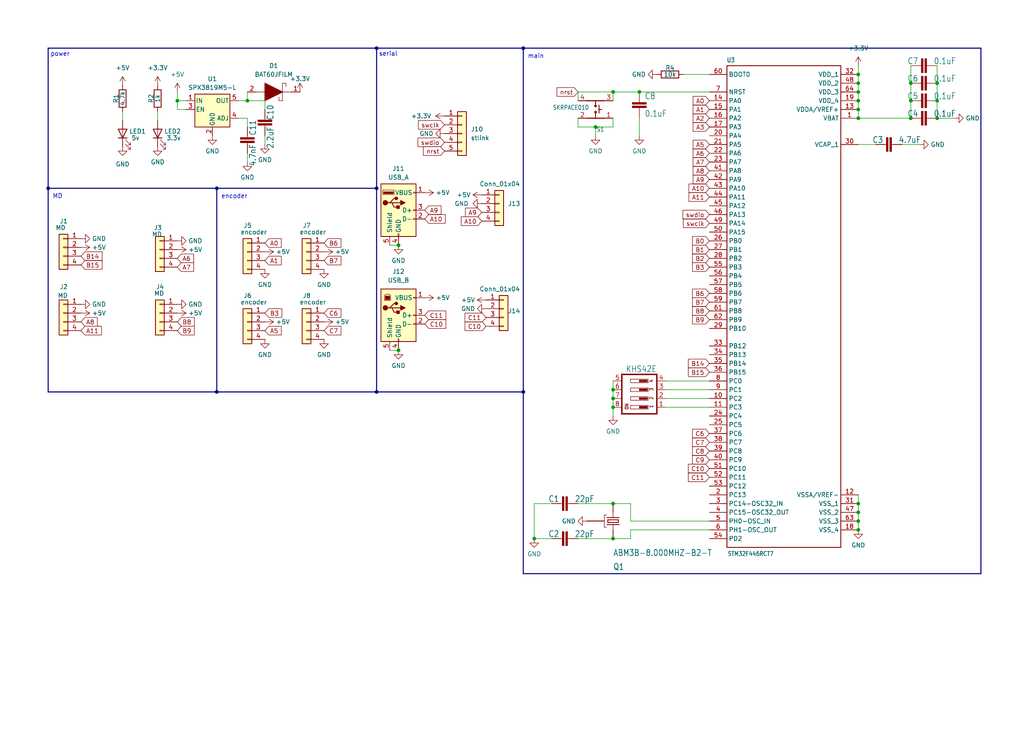
<source format=kicad_sch>
(kicad_sch (version 20230121) (generator eeschema)

  (uuid 5f8291ae-6b30-4227-b99f-27fcfbfcfd0c)

  (paper "User" 297.002 212.319)

  (title_block
    (title "ALTAIR_MDD_V1")
    (date "2024-02-14")
    (rev "1.0.0")
    (company "-Altair-")
  )

  (lib_symbols
    (symbol "Connector:USB_A" (pin_names (offset 1.016)) (in_bom yes) (on_board yes)
      (property "Reference" "J" (at -5.08 11.43 0)
        (effects (font (size 1.27 1.27)) (justify left))
      )
      (property "Value" "USB_A" (at -5.08 8.89 0)
        (effects (font (size 1.27 1.27)) (justify left))
      )
      (property "Footprint" "" (at 3.81 -1.27 0)
        (effects (font (size 1.27 1.27)) hide)
      )
      (property "Datasheet" " ~" (at 3.81 -1.27 0)
        (effects (font (size 1.27 1.27)) hide)
      )
      (property "ki_keywords" "connector USB" (at 0 0 0)
        (effects (font (size 1.27 1.27)) hide)
      )
      (property "ki_description" "USB Type A connector" (at 0 0 0)
        (effects (font (size 1.27 1.27)) hide)
      )
      (property "ki_fp_filters" "USB*" (at 0 0 0)
        (effects (font (size 1.27 1.27)) hide)
      )
      (symbol "USB_A_0_1"
        (rectangle (start -5.08 -7.62) (end 5.08 7.62)
          (stroke (width 0.254) (type default))
          (fill (type background))
        )
        (circle (center -3.81 2.159) (radius 0.635)
          (stroke (width 0.254) (type default))
          (fill (type outline))
        )
        (rectangle (start -1.524 4.826) (end -4.318 5.334)
          (stroke (width 0) (type default))
          (fill (type outline))
        )
        (rectangle (start -1.27 4.572) (end -4.572 5.842)
          (stroke (width 0) (type default))
          (fill (type none))
        )
        (circle (center -0.635 3.429) (radius 0.381)
          (stroke (width 0.254) (type default))
          (fill (type outline))
        )
        (rectangle (start -0.127 -7.62) (end 0.127 -6.858)
          (stroke (width 0) (type default))
          (fill (type none))
        )
        (polyline
          (pts
            (xy -3.175 2.159)
            (xy -2.54 2.159)
            (xy -1.27 3.429)
            (xy -0.635 3.429)
          )
          (stroke (width 0.254) (type default))
          (fill (type none))
        )
        (polyline
          (pts
            (xy -2.54 2.159)
            (xy -1.905 2.159)
            (xy -1.27 0.889)
            (xy 0 0.889)
          )
          (stroke (width 0.254) (type default))
          (fill (type none))
        )
        (polyline
          (pts
            (xy 0.635 2.794)
            (xy 0.635 1.524)
            (xy 1.905 2.159)
            (xy 0.635 2.794)
          )
          (stroke (width 0.254) (type default))
          (fill (type outline))
        )
        (rectangle (start 0.254 1.27) (end -0.508 0.508)
          (stroke (width 0.254) (type default))
          (fill (type outline))
        )
        (rectangle (start 5.08 -2.667) (end 4.318 -2.413)
          (stroke (width 0) (type default))
          (fill (type none))
        )
        (rectangle (start 5.08 -0.127) (end 4.318 0.127)
          (stroke (width 0) (type default))
          (fill (type none))
        )
        (rectangle (start 5.08 4.953) (end 4.318 5.207)
          (stroke (width 0) (type default))
          (fill (type none))
        )
      )
      (symbol "USB_A_1_1"
        (polyline
          (pts
            (xy -1.905 2.159)
            (xy 0.635 2.159)
          )
          (stroke (width 0.254) (type default))
          (fill (type none))
        )
        (pin power_in line (at 7.62 5.08 180) (length 2.54)
          (name "VBUS" (effects (font (size 1.27 1.27))))
          (number "1" (effects (font (size 1.27 1.27))))
        )
        (pin bidirectional line (at 7.62 -2.54 180) (length 2.54)
          (name "D-" (effects (font (size 1.27 1.27))))
          (number "2" (effects (font (size 1.27 1.27))))
        )
        (pin bidirectional line (at 7.62 0 180) (length 2.54)
          (name "D+" (effects (font (size 1.27 1.27))))
          (number "3" (effects (font (size 1.27 1.27))))
        )
        (pin power_in line (at 0 -10.16 90) (length 2.54)
          (name "GND" (effects (font (size 1.27 1.27))))
          (number "4" (effects (font (size 1.27 1.27))))
        )
        (pin passive line (at -2.54 -10.16 90) (length 2.54)
          (name "Shield" (effects (font (size 1.27 1.27))))
          (number "5" (effects (font (size 1.27 1.27))))
        )
      )
    )
    (symbol "Connector:USB_B" (pin_names (offset 1.016)) (in_bom yes) (on_board yes)
      (property "Reference" "J" (at -5.08 11.43 0)
        (effects (font (size 1.27 1.27)) (justify left))
      )
      (property "Value" "USB_B" (at -5.08 8.89 0)
        (effects (font (size 1.27 1.27)) (justify left))
      )
      (property "Footprint" "" (at 3.81 -1.27 0)
        (effects (font (size 1.27 1.27)) hide)
      )
      (property "Datasheet" " ~" (at 3.81 -1.27 0)
        (effects (font (size 1.27 1.27)) hide)
      )
      (property "ki_keywords" "connector USB" (at 0 0 0)
        (effects (font (size 1.27 1.27)) hide)
      )
      (property "ki_description" "USB Type B connector" (at 0 0 0)
        (effects (font (size 1.27 1.27)) hide)
      )
      (property "ki_fp_filters" "USB*" (at 0 0 0)
        (effects (font (size 1.27 1.27)) hide)
      )
      (symbol "USB_B_0_1"
        (rectangle (start -5.08 -7.62) (end 5.08 7.62)
          (stroke (width 0.254) (type default))
          (fill (type background))
        )
        (circle (center -3.81 2.159) (radius 0.635)
          (stroke (width 0.254) (type default))
          (fill (type outline))
        )
        (rectangle (start -3.81 5.588) (end -2.54 4.572)
          (stroke (width 0) (type default))
          (fill (type outline))
        )
        (circle (center -0.635 3.429) (radius 0.381)
          (stroke (width 0.254) (type default))
          (fill (type outline))
        )
        (rectangle (start -0.127 -7.62) (end 0.127 -6.858)
          (stroke (width 0) (type default))
          (fill (type none))
        )
        (polyline
          (pts
            (xy -1.905 2.159)
            (xy 0.635 2.159)
          )
          (stroke (width 0.254) (type default))
          (fill (type none))
        )
        (polyline
          (pts
            (xy -3.175 2.159)
            (xy -2.54 2.159)
            (xy -1.27 3.429)
            (xy -0.635 3.429)
          )
          (stroke (width 0.254) (type default))
          (fill (type none))
        )
        (polyline
          (pts
            (xy -2.54 2.159)
            (xy -1.905 2.159)
            (xy -1.27 0.889)
            (xy 0 0.889)
          )
          (stroke (width 0.254) (type default))
          (fill (type none))
        )
        (polyline
          (pts
            (xy 0.635 2.794)
            (xy 0.635 1.524)
            (xy 1.905 2.159)
            (xy 0.635 2.794)
          )
          (stroke (width 0.254) (type default))
          (fill (type outline))
        )
        (polyline
          (pts
            (xy -4.064 4.318)
            (xy -2.286 4.318)
            (xy -2.286 5.715)
            (xy -2.667 6.096)
            (xy -3.683 6.096)
            (xy -4.064 5.715)
            (xy -4.064 4.318)
          )
          (stroke (width 0) (type default))
          (fill (type none))
        )
        (rectangle (start 0.254 1.27) (end -0.508 0.508)
          (stroke (width 0.254) (type default))
          (fill (type outline))
        )
        (rectangle (start 5.08 -2.667) (end 4.318 -2.413)
          (stroke (width 0) (type default))
          (fill (type none))
        )
        (rectangle (start 5.08 -0.127) (end 4.318 0.127)
          (stroke (width 0) (type default))
          (fill (type none))
        )
        (rectangle (start 5.08 4.953) (end 4.318 5.207)
          (stroke (width 0) (type default))
          (fill (type none))
        )
      )
      (symbol "USB_B_1_1"
        (pin power_out line (at 7.62 5.08 180) (length 2.54)
          (name "VBUS" (effects (font (size 1.27 1.27))))
          (number "1" (effects (font (size 1.27 1.27))))
        )
        (pin bidirectional line (at 7.62 -2.54 180) (length 2.54)
          (name "D-" (effects (font (size 1.27 1.27))))
          (number "2" (effects (font (size 1.27 1.27))))
        )
        (pin bidirectional line (at 7.62 0 180) (length 2.54)
          (name "D+" (effects (font (size 1.27 1.27))))
          (number "3" (effects (font (size 1.27 1.27))))
        )
        (pin power_out line (at 0 -10.16 90) (length 2.54)
          (name "GND" (effects (font (size 1.27 1.27))))
          (number "4" (effects (font (size 1.27 1.27))))
        )
        (pin passive line (at -2.54 -10.16 90) (length 2.54)
          (name "Shield" (effects (font (size 1.27 1.27))))
          (number "5" (effects (font (size 1.27 1.27))))
        )
      )
    )
    (symbol "Connector_Generic:Conn_01x04" (pin_names (offset 1.016) hide) (in_bom yes) (on_board yes)
      (property "Reference" "J" (at 0 5.08 0)
        (effects (font (size 1.27 1.27)))
      )
      (property "Value" "Conn_01x04" (at 0 -7.62 0)
        (effects (font (size 1.27 1.27)))
      )
      (property "Footprint" "" (at 0 0 0)
        (effects (font (size 1.27 1.27)) hide)
      )
      (property "Datasheet" "~" (at 0 0 0)
        (effects (font (size 1.27 1.27)) hide)
      )
      (property "ki_keywords" "connector" (at 0 0 0)
        (effects (font (size 1.27 1.27)) hide)
      )
      (property "ki_description" "Generic connector, single row, 01x04, script generated (kicad-library-utils/schlib/autogen/connector/)" (at 0 0 0)
        (effects (font (size 1.27 1.27)) hide)
      )
      (property "ki_fp_filters" "Connector*:*_1x??_*" (at 0 0 0)
        (effects (font (size 1.27 1.27)) hide)
      )
      (symbol "Conn_01x04_1_1"
        (rectangle (start -1.27 -4.953) (end 0 -5.207)
          (stroke (width 0.1524) (type default))
          (fill (type none))
        )
        (rectangle (start -1.27 -2.413) (end 0 -2.667)
          (stroke (width 0.1524) (type default))
          (fill (type none))
        )
        (rectangle (start -1.27 0.127) (end 0 -0.127)
          (stroke (width 0.1524) (type default))
          (fill (type none))
        )
        (rectangle (start -1.27 2.667) (end 0 2.413)
          (stroke (width 0.1524) (type default))
          (fill (type none))
        )
        (rectangle (start -1.27 3.81) (end 1.27 -6.35)
          (stroke (width 0.254) (type default))
          (fill (type background))
        )
        (pin passive line (at -5.08 2.54 0) (length 3.81)
          (name "Pin_1" (effects (font (size 1.27 1.27))))
          (number "1" (effects (font (size 1.27 1.27))))
        )
        (pin passive line (at -5.08 0 0) (length 3.81)
          (name "Pin_2" (effects (font (size 1.27 1.27))))
          (number "2" (effects (font (size 1.27 1.27))))
        )
        (pin passive line (at -5.08 -2.54 0) (length 3.81)
          (name "Pin_3" (effects (font (size 1.27 1.27))))
          (number "3" (effects (font (size 1.27 1.27))))
        )
        (pin passive line (at -5.08 -5.08 0) (length 3.81)
          (name "Pin_4" (effects (font (size 1.27 1.27))))
          (number "4" (effects (font (size 1.27 1.27))))
        )
      )
    )
    (symbol "Connector_Generic:Conn_01x05" (pin_names (offset 1.016) hide) (in_bom yes) (on_board yes)
      (property "Reference" "J" (at 0 7.62 0)
        (effects (font (size 1.27 1.27)))
      )
      (property "Value" "Conn_01x05" (at 0 -7.62 0)
        (effects (font (size 1.27 1.27)))
      )
      (property "Footprint" "" (at 0 0 0)
        (effects (font (size 1.27 1.27)) hide)
      )
      (property "Datasheet" "~" (at 0 0 0)
        (effects (font (size 1.27 1.27)) hide)
      )
      (property "ki_keywords" "connector" (at 0 0 0)
        (effects (font (size 1.27 1.27)) hide)
      )
      (property "ki_description" "Generic connector, single row, 01x05, script generated (kicad-library-utils/schlib/autogen/connector/)" (at 0 0 0)
        (effects (font (size 1.27 1.27)) hide)
      )
      (property "ki_fp_filters" "Connector*:*_1x??_*" (at 0 0 0)
        (effects (font (size 1.27 1.27)) hide)
      )
      (symbol "Conn_01x05_1_1"
        (rectangle (start -1.27 -4.953) (end 0 -5.207)
          (stroke (width 0.1524) (type default))
          (fill (type none))
        )
        (rectangle (start -1.27 -2.413) (end 0 -2.667)
          (stroke (width 0.1524) (type default))
          (fill (type none))
        )
        (rectangle (start -1.27 0.127) (end 0 -0.127)
          (stroke (width 0.1524) (type default))
          (fill (type none))
        )
        (rectangle (start -1.27 2.667) (end 0 2.413)
          (stroke (width 0.1524) (type default))
          (fill (type none))
        )
        (rectangle (start -1.27 5.207) (end 0 4.953)
          (stroke (width 0.1524) (type default))
          (fill (type none))
        )
        (rectangle (start -1.27 6.35) (end 1.27 -6.35)
          (stroke (width 0.254) (type default))
          (fill (type background))
        )
        (pin passive line (at -5.08 5.08 0) (length 3.81)
          (name "Pin_1" (effects (font (size 1.27 1.27))))
          (number "1" (effects (font (size 1.27 1.27))))
        )
        (pin passive line (at -5.08 2.54 0) (length 3.81)
          (name "Pin_2" (effects (font (size 1.27 1.27))))
          (number "2" (effects (font (size 1.27 1.27))))
        )
        (pin passive line (at -5.08 0 0) (length 3.81)
          (name "Pin_3" (effects (font (size 1.27 1.27))))
          (number "3" (effects (font (size 1.27 1.27))))
        )
        (pin passive line (at -5.08 -2.54 0) (length 3.81)
          (name "Pin_4" (effects (font (size 1.27 1.27))))
          (number "4" (effects (font (size 1.27 1.27))))
        )
        (pin passive line (at -5.08 -5.08 0) (length 3.81)
          (name "Pin_5" (effects (font (size 1.27 1.27))))
          (number "5" (effects (font (size 1.27 1.27))))
        )
      )
    )
    (symbol "Device:LED" (pin_numbers hide) (pin_names (offset 1.016) hide) (in_bom yes) (on_board yes)
      (property "Reference" "D" (at 0 2.54 0)
        (effects (font (size 1.27 1.27)))
      )
      (property "Value" "LED" (at 0 -2.54 0)
        (effects (font (size 1.27 1.27)))
      )
      (property "Footprint" "" (at 0 0 0)
        (effects (font (size 1.27 1.27)) hide)
      )
      (property "Datasheet" "~" (at 0 0 0)
        (effects (font (size 1.27 1.27)) hide)
      )
      (property "ki_keywords" "LED diode" (at 0 0 0)
        (effects (font (size 1.27 1.27)) hide)
      )
      (property "ki_description" "Light emitting diode" (at 0 0 0)
        (effects (font (size 1.27 1.27)) hide)
      )
      (property "ki_fp_filters" "LED* LED_SMD:* LED_THT:*" (at 0 0 0)
        (effects (font (size 1.27 1.27)) hide)
      )
      (symbol "LED_0_1"
        (polyline
          (pts
            (xy -1.27 -1.27)
            (xy -1.27 1.27)
          )
          (stroke (width 0.254) (type default))
          (fill (type none))
        )
        (polyline
          (pts
            (xy -1.27 0)
            (xy 1.27 0)
          )
          (stroke (width 0) (type default))
          (fill (type none))
        )
        (polyline
          (pts
            (xy 1.27 -1.27)
            (xy 1.27 1.27)
            (xy -1.27 0)
            (xy 1.27 -1.27)
          )
          (stroke (width 0.254) (type default))
          (fill (type none))
        )
        (polyline
          (pts
            (xy -3.048 -0.762)
            (xy -4.572 -2.286)
            (xy -3.81 -2.286)
            (xy -4.572 -2.286)
            (xy -4.572 -1.524)
          )
          (stroke (width 0) (type default))
          (fill (type none))
        )
        (polyline
          (pts
            (xy -1.778 -0.762)
            (xy -3.302 -2.286)
            (xy -2.54 -2.286)
            (xy -3.302 -2.286)
            (xy -3.302 -1.524)
          )
          (stroke (width 0) (type default))
          (fill (type none))
        )
      )
      (symbol "LED_1_1"
        (pin passive line (at -3.81 0 0) (length 2.54)
          (name "K" (effects (font (size 1.27 1.27))))
          (number "1" (effects (font (size 1.27 1.27))))
        )
        (pin passive line (at 3.81 0 180) (length 2.54)
          (name "A" (effects (font (size 1.27 1.27))))
          (number "2" (effects (font (size 1.27 1.27))))
        )
      )
    )
    (symbol "Device:R" (pin_numbers hide) (pin_names (offset 0)) (in_bom yes) (on_board yes)
      (property "Reference" "R" (at 2.032 0 90)
        (effects (font (size 1.27 1.27)))
      )
      (property "Value" "R" (at 0 0 90)
        (effects (font (size 1.27 1.27)))
      )
      (property "Footprint" "" (at -1.778 0 90)
        (effects (font (size 1.27 1.27)) hide)
      )
      (property "Datasheet" "~" (at 0 0 0)
        (effects (font (size 1.27 1.27)) hide)
      )
      (property "ki_keywords" "R res resistor" (at 0 0 0)
        (effects (font (size 1.27 1.27)) hide)
      )
      (property "ki_description" "Resistor" (at 0 0 0)
        (effects (font (size 1.27 1.27)) hide)
      )
      (property "ki_fp_filters" "R_*" (at 0 0 0)
        (effects (font (size 1.27 1.27)) hide)
      )
      (symbol "R_0_1"
        (rectangle (start -1.016 -2.54) (end 1.016 2.54)
          (stroke (width 0.254) (type default))
          (fill (type none))
        )
      )
      (symbol "R_1_1"
        (pin passive line (at 0 3.81 270) (length 1.27)
          (name "~" (effects (font (size 1.27 1.27))))
          (number "1" (effects (font (size 1.27 1.27))))
        )
        (pin passive line (at 0 -3.81 90) (length 1.27)
          (name "~" (effects (font (size 1.27 1.27))))
          (number "2" (effects (font (size 1.27 1.27))))
        )
      )
    )
    (symbol "Regulator_Linear:SPX3819M5-L" (pin_names (offset 0.254)) (in_bom yes) (on_board yes)
      (property "Reference" "U" (at -3.81 5.715 0)
        (effects (font (size 1.27 1.27)))
      )
      (property "Value" "SPX3819M5-L" (at 0 5.715 0)
        (effects (font (size 1.27 1.27)) (justify left))
      )
      (property "Footprint" "Package_TO_SOT_SMD:SOT-23-5" (at 0 8.255 0)
        (effects (font (size 1.27 1.27)) hide)
      )
      (property "Datasheet" "https://www.exar.com/content/document.ashx?id=22106&languageid=1033&type=Datasheet&partnumber=SPX3819&filename=SPX3819.pdf&part=SPX3819" (at 0 0 0)
        (effects (font (size 1.27 1.27)) hide)
      )
      (property "ki_keywords" "REGULATOR LDO ADJ" (at 0 0 0)
        (effects (font (size 1.27 1.27)) hide)
      )
      (property "ki_description" "500mA Low drop-out regulator, Adjustable, SOT-23-5" (at 0 0 0)
        (effects (font (size 1.27 1.27)) hide)
      )
      (property "ki_fp_filters" "SOT?23*" (at 0 0 0)
        (effects (font (size 1.27 1.27)) hide)
      )
      (symbol "SPX3819M5-L_0_1"
        (rectangle (start -5.08 4.445) (end 5.08 -5.08)
          (stroke (width 0.254) (type default))
          (fill (type background))
        )
      )
      (symbol "SPX3819M5-L_1_1"
        (pin power_in line (at -7.62 2.54 0) (length 2.54)
          (name "IN" (effects (font (size 1.27 1.27))))
          (number "1" (effects (font (size 1.27 1.27))))
        )
        (pin power_in line (at 0 -7.62 90) (length 2.54)
          (name "GND" (effects (font (size 1.27 1.27))))
          (number "2" (effects (font (size 1.27 1.27))))
        )
        (pin input line (at -7.62 0 0) (length 2.54)
          (name "EN" (effects (font (size 1.27 1.27))))
          (number "3" (effects (font (size 1.27 1.27))))
        )
        (pin input line (at 7.62 -2.54 180) (length 2.54)
          (name "ADJ" (effects (font (size 1.27 1.27))))
          (number "4" (effects (font (size 1.27 1.27))))
        )
        (pin power_out line (at 7.62 2.54 180) (length 2.54)
          (name "OUT" (effects (font (size 1.27 1.27))))
          (number "5" (effects (font (size 1.27 1.27))))
        )
      )
    )
    (symbol "SamacSys_Parts:BAT60JFILM" (pin_names (offset 0.762)) (in_bom yes) (on_board yes)
      (property "Reference" "D" (at 12.7 8.89 0)
        (effects (font (size 1.27 1.27)) (justify left))
      )
      (property "Value" "BAT60JFILM" (at 12.7 6.35 0)
        (effects (font (size 1.27 1.27)) (justify left))
      )
      (property "Footprint" "SOD2513X117N" (at 12.7 3.81 0)
        (effects (font (size 1.27 1.27)) (justify left) hide)
      )
      (property "Datasheet" "https://www.mouser.jp/datasheet/2/389/cd00001944-1795661.pdf" (at 12.7 1.27 0)
        (effects (font (size 1.27 1.27)) (justify left) hide)
      )
      (property "Description" "SMALL SIGNAL SCHOTTKY DIODE" (at 12.7 -1.27 0)
        (effects (font (size 1.27 1.27)) (justify left) hide)
      )
      (property "Height" "1.17" (at 12.7 -3.81 0)
        (effects (font (size 1.27 1.27)) (justify left) hide)
      )
      (property "Manufacturer_Name" "STMicroelectronics" (at 12.7 -6.35 0)
        (effects (font (size 1.27 1.27)) (justify left) hide)
      )
      (property "Manufacturer_Part_Number" "BAT60JFILM" (at 12.7 -8.89 0)
        (effects (font (size 1.27 1.27)) (justify left) hide)
      )
      (property "Mouser Part Number" "511-BAT60JFILM" (at 12.7 -11.43 0)
        (effects (font (size 1.27 1.27)) (justify left) hide)
      )
      (property "Mouser Price/Stock" "https://www.mouser.co.uk/ProductDetail/STMicroelectronics/BAT60JFILM?qs=GnFZssByvVVVnMaukcyLZg%3D%3D" (at 12.7 -13.97 0)
        (effects (font (size 1.27 1.27)) (justify left) hide)
      )
      (property "Arrow Part Number" "BAT60JFILM" (at 12.7 -16.51 0)
        (effects (font (size 1.27 1.27)) (justify left) hide)
      )
      (property "Arrow Price/Stock" "https://www.arrow.com/en/products/bat60jfilm/stmicroelectronics?region=nac" (at 12.7 -19.05 0)
        (effects (font (size 1.27 1.27)) (justify left) hide)
      )
      (property "ki_description" "SMALL SIGNAL SCHOTTKY DIODE" (at 0 0 0)
        (effects (font (size 1.27 1.27)) hide)
      )
      (symbol "BAT60JFILM_0_0"
        (pin passive line (at 2.54 0 0) (length 2.54)
          (name "~" (effects (font (size 1.27 1.27))))
          (number "1" (effects (font (size 1.27 1.27))))
        )
        (pin passive line (at 17.78 0 180) (length 2.54)
          (name "~" (effects (font (size 1.27 1.27))))
          (number "2" (effects (font (size 1.27 1.27))))
        )
      )
      (symbol "BAT60JFILM_0_1"
        (polyline
          (pts
            (xy 5.08 0)
            (xy 7.62 0)
          )
          (stroke (width 0.1524) (type solid))
          (fill (type none))
        )
        (polyline
          (pts
            (xy 7.62 2.54)
            (xy 7.62 -2.54)
          )
          (stroke (width 0.1524) (type solid))
          (fill (type none))
        )
        (polyline
          (pts
            (xy 12.7 0)
            (xy 15.24 0)
          )
          (stroke (width 0.1524) (type solid))
          (fill (type none))
        )
        (polyline
          (pts
            (xy 7.62 -2.54)
            (xy 6.604 -2.54)
            (xy 6.604 -1.524)
          )
          (stroke (width 0.1524) (type solid))
          (fill (type none))
        )
        (polyline
          (pts
            (xy 7.62 2.54)
            (xy 8.636 2.54)
            (xy 8.636 1.524)
          )
          (stroke (width 0.1524) (type solid))
          (fill (type none))
        )
        (polyline
          (pts
            (xy 7.62 0)
            (xy 12.7 2.54)
            (xy 12.7 -2.54)
            (xy 7.62 0)
          )
          (stroke (width 0.254) (type solid))
          (fill (type outline))
        )
      )
    )
    (symbol "power:+3.3V" (power) (pin_names (offset 0)) (in_bom yes) (on_board yes)
      (property "Reference" "#PWR" (at 0 -3.81 0)
        (effects (font (size 1.27 1.27)) hide)
      )
      (property "Value" "+3.3V" (at 0 3.556 0)
        (effects (font (size 1.27 1.27)))
      )
      (property "Footprint" "" (at 0 0 0)
        (effects (font (size 1.27 1.27)) hide)
      )
      (property "Datasheet" "" (at 0 0 0)
        (effects (font (size 1.27 1.27)) hide)
      )
      (property "ki_keywords" "global power" (at 0 0 0)
        (effects (font (size 1.27 1.27)) hide)
      )
      (property "ki_description" "Power symbol creates a global label with name \"+3.3V\"" (at 0 0 0)
        (effects (font (size 1.27 1.27)) hide)
      )
      (symbol "+3.3V_0_1"
        (polyline
          (pts
            (xy -0.762 1.27)
            (xy 0 2.54)
          )
          (stroke (width 0) (type default))
          (fill (type none))
        )
        (polyline
          (pts
            (xy 0 0)
            (xy 0 2.54)
          )
          (stroke (width 0) (type default))
          (fill (type none))
        )
        (polyline
          (pts
            (xy 0 2.54)
            (xy 0.762 1.27)
          )
          (stroke (width 0) (type default))
          (fill (type none))
        )
      )
      (symbol "+3.3V_1_1"
        (pin power_in line (at 0 0 90) (length 0) hide
          (name "+3.3V" (effects (font (size 1.27 1.27))))
          (number "1" (effects (font (size 1.27 1.27))))
        )
      )
    )
    (symbol "power:+5V" (power) (pin_names (offset 0)) (in_bom yes) (on_board yes)
      (property "Reference" "#PWR" (at 0 -3.81 0)
        (effects (font (size 1.27 1.27)) hide)
      )
      (property "Value" "+5V" (at 0 3.556 0)
        (effects (font (size 1.27 1.27)))
      )
      (property "Footprint" "" (at 0 0 0)
        (effects (font (size 1.27 1.27)) hide)
      )
      (property "Datasheet" "" (at 0 0 0)
        (effects (font (size 1.27 1.27)) hide)
      )
      (property "ki_keywords" "global power" (at 0 0 0)
        (effects (font (size 1.27 1.27)) hide)
      )
      (property "ki_description" "Power symbol creates a global label with name \"+5V\"" (at 0 0 0)
        (effects (font (size 1.27 1.27)) hide)
      )
      (symbol "+5V_0_1"
        (polyline
          (pts
            (xy -0.762 1.27)
            (xy 0 2.54)
          )
          (stroke (width 0) (type default))
          (fill (type none))
        )
        (polyline
          (pts
            (xy 0 0)
            (xy 0 2.54)
          )
          (stroke (width 0) (type default))
          (fill (type none))
        )
        (polyline
          (pts
            (xy 0 2.54)
            (xy 0.762 1.27)
          )
          (stroke (width 0) (type default))
          (fill (type none))
        )
      )
      (symbol "+5V_1_1"
        (pin power_in line (at 0 0 90) (length 0) hide
          (name "+5V" (effects (font (size 1.27 1.27))))
          (number "1" (effects (font (size 1.27 1.27))))
        )
      )
    )
    (symbol "power:GND" (power) (pin_names (offset 0)) (in_bom yes) (on_board yes)
      (property "Reference" "#PWR" (at 0 -6.35 0)
        (effects (font (size 1.27 1.27)) hide)
      )
      (property "Value" "GND" (at 0 -3.81 0)
        (effects (font (size 1.27 1.27)))
      )
      (property "Footprint" "" (at 0 0 0)
        (effects (font (size 1.27 1.27)) hide)
      )
      (property "Datasheet" "" (at 0 0 0)
        (effects (font (size 1.27 1.27)) hide)
      )
      (property "ki_keywords" "global power" (at 0 0 0)
        (effects (font (size 1.27 1.27)) hide)
      )
      (property "ki_description" "Power symbol creates a global label with name \"GND\" , ground" (at 0 0 0)
        (effects (font (size 1.27 1.27)) hide)
      )
      (symbol "GND_0_1"
        (polyline
          (pts
            (xy 0 0)
            (xy 0 -1.27)
            (xy 1.27 -1.27)
            (xy 0 -2.54)
            (xy -1.27 -1.27)
            (xy 0 -1.27)
          )
          (stroke (width 0) (type default))
          (fill (type none))
        )
      )
      (symbol "GND_1_1"
        (pin power_in line (at 0 0 270) (length 0) hide
          (name "GND" (effects (font (size 1.27 1.27))))
          (number "1" (effects (font (size 1.27 1.27))))
        )
      )
    )
    (symbol "ver1-eagle-import:ABM3B-8.000MHZ-B2-T" (in_bom yes) (on_board yes)
      (property "Reference" "Y" (at 2.5408 1.0163 0)
        (effects (font (size 1.7786 1.5118)) (justify left bottom))
      )
      (property "Value" "" (at 2.543 -2.543 0)
        (effects (font (size 1.7801 1.513)) (justify left bottom))
      )
      (property "Footprint" "ver1:OSCCC500X320X110-4N" (at 0 0 0)
        (effects (font (size 1.27 1.27)) hide)
      )
      (property "Datasheet" "" (at 0 0 0)
        (effects (font (size 1.27 1.27)) hide)
      )
      (property "ki_locked" "" (at 0 0 0)
        (effects (font (size 1.27 1.27)))
      )
      (symbol "ABM3B-8.000MHZ-B2-T_1_0"
        (polyline
          (pts
            (xy -2.54 0)
            (xy -1.016 0)
          )
          (stroke (width 0.1524) (type solid))
          (fill (type none))
        )
        (polyline
          (pts
            (xy -1.778 -2.54)
            (xy -1.778 -1.905)
          )
          (stroke (width 0.1524) (type solid))
          (fill (type none))
        )
        (polyline
          (pts
            (xy -1.778 -2.54)
            (xy 1.778 -2.54)
          )
          (stroke (width 0.1524) (type solid))
          (fill (type none))
        )
        (polyline
          (pts
            (xy -1.016 1.778)
            (xy -1.016 -1.778)
          )
          (stroke (width 0.254) (type solid))
          (fill (type none))
        )
        (polyline
          (pts
            (xy -0.381 -1.524)
            (xy 0.381 -1.524)
          )
          (stroke (width 0.254) (type solid))
          (fill (type none))
        )
        (polyline
          (pts
            (xy -0.381 1.524)
            (xy -0.381 -1.524)
          )
          (stroke (width 0.254) (type solid))
          (fill (type none))
        )
        (polyline
          (pts
            (xy 0.381 -1.524)
            (xy 0.381 1.524)
          )
          (stroke (width 0.254) (type solid))
          (fill (type none))
        )
        (polyline
          (pts
            (xy 0.381 1.524)
            (xy -0.381 1.524)
          )
          (stroke (width 0.254) (type solid))
          (fill (type none))
        )
        (polyline
          (pts
            (xy 1.016 0)
            (xy 1.016 -1.778)
          )
          (stroke (width 0.254) (type solid))
          (fill (type none))
        )
        (polyline
          (pts
            (xy 1.016 0)
            (xy 2.54 0)
          )
          (stroke (width 0.1524) (type solid))
          (fill (type none))
        )
        (polyline
          (pts
            (xy 1.016 1.778)
            (xy 1.016 0)
          )
          (stroke (width 0.254) (type solid))
          (fill (type none))
        )
        (polyline
          (pts
            (xy 1.778 -1.905)
            (xy 1.778 -2.54)
          )
          (stroke (width 0.1524) (type solid))
          (fill (type none))
        )
        (pin passive line (at -5.08 0 0) (length 2.54)
          (name "1" (effects (font (size 0 0))))
          (number "1" (effects (font (size 0 0))))
        )
        (pin passive line (at 0 -7.62 90) (length 5.08)
          (name "GND" (effects (font (size 0 0))))
          (number "2" (effects (font (size 0 0))))
        )
        (pin passive line (at 5.08 0 180) (length 2.54)
          (name "3" (effects (font (size 0 0))))
          (number "3" (effects (font (size 0 0))))
        )
        (pin passive line (at 0 -7.62 90) (length 5.08)
          (name "GND" (effects (font (size 0 0))))
          (number "4" (effects (font (size 0 0))))
        )
      )
    )
    (symbol "ver1-eagle-import:C-EUC0603" (in_bom yes) (on_board yes)
      (property "Reference" "C" (at 1.524 0.381 0)
        (effects (font (size 1.778 1.5113)) (justify left bottom))
      )
      (property "Value" "" (at 1.524 -4.699 0)
        (effects (font (size 1.778 1.5113)) (justify left bottom))
      )
      (property "Footprint" "ver1:C0603" (at 0 0 0)
        (effects (font (size 1.27 1.27)) hide)
      )
      (property "Datasheet" "" (at 0 0 0)
        (effects (font (size 1.27 1.27)) hide)
      )
      (property "ki_locked" "" (at 0 0 0)
        (effects (font (size 1.27 1.27)))
      )
      (symbol "C-EUC0603_1_0"
        (rectangle (start -2.032 -2.032) (end 2.032 -1.524)
          (stroke (width 0) (type default))
          (fill (type outline))
        )
        (rectangle (start -2.032 -1.016) (end 2.032 -0.508)
          (stroke (width 0) (type default))
          (fill (type outline))
        )
        (polyline
          (pts
            (xy 0 -2.54)
            (xy 0 -2.032)
          )
          (stroke (width 0.1524) (type solid))
          (fill (type none))
        )
        (polyline
          (pts
            (xy 0 0)
            (xy 0 -0.508)
          )
          (stroke (width 0.1524) (type solid))
          (fill (type none))
        )
        (pin passive line (at 0 2.54 270) (length 2.54)
          (name "1" (effects (font (size 0 0))))
          (number "1" (effects (font (size 0 0))))
        )
        (pin passive line (at 0 -5.08 90) (length 2.54)
          (name "2" (effects (font (size 0 0))))
          (number "2" (effects (font (size 0 0))))
        )
      )
    )
    (symbol "ver1-eagle-import:C-EUC0805" (in_bom yes) (on_board yes)
      (property "Reference" "C" (at 1.524 0.381 0)
        (effects (font (size 1.778 1.5113)) (justify left bottom))
      )
      (property "Value" "" (at 1.524 -4.699 0)
        (effects (font (size 1.778 1.5113)) (justify left bottom))
      )
      (property "Footprint" "ver1:C0805" (at 0 0 0)
        (effects (font (size 1.27 1.27)) hide)
      )
      (property "Datasheet" "" (at 0 0 0)
        (effects (font (size 1.27 1.27)) hide)
      )
      (property "ki_locked" "" (at 0 0 0)
        (effects (font (size 1.27 1.27)))
      )
      (symbol "C-EUC0805_1_0"
        (rectangle (start -2.032 -2.032) (end 2.032 -1.524)
          (stroke (width 0) (type default))
          (fill (type outline))
        )
        (rectangle (start -2.032 -1.016) (end 2.032 -0.508)
          (stroke (width 0) (type default))
          (fill (type outline))
        )
        (polyline
          (pts
            (xy 0 -2.54)
            (xy 0 -2.032)
          )
          (stroke (width 0.1524) (type solid))
          (fill (type none))
        )
        (polyline
          (pts
            (xy 0 0)
            (xy 0 -0.508)
          )
          (stroke (width 0.1524) (type solid))
          (fill (type none))
        )
        (pin passive line (at 0 2.54 270) (length 2.54)
          (name "1" (effects (font (size 0 0))))
          (number "1" (effects (font (size 0 0))))
        )
        (pin passive line (at 0 -5.08 90) (length 2.54)
          (name "2" (effects (font (size 0 0))))
          (number "2" (effects (font (size 0 0))))
        )
      )
    )
    (symbol "ver1-eagle-import:KHS42E" (in_bom yes) (on_board yes)
      (property "Reference" "" (at -5.08 -5.08 90)
        (effects (font (size 1.778 1.5113)) (justify left bottom) hide)
      )
      (property "Value" "" (at 9.525 -5.08 90)
        (effects (font (size 1.778 1.5113)) (justify left bottom))
      )
      (property "Footprint" "ver1:KHS42E" (at 0 0 0)
        (effects (font (size 1.27 1.27)) hide)
      )
      (property "Datasheet" "" (at 0 0 0)
        (effects (font (size 1.27 1.27)) hide)
      )
      (property "ki_locked" "" (at 0 0 0)
        (effects (font (size 1.27 1.27)))
      )
      (symbol "KHS42E_1_0"
        (rectangle (start -2.794 -2.286) (end -2.286 0)
          (stroke (width 0) (type default))
          (fill (type outline))
        )
        (rectangle (start -0.254 -2.286) (end 0.254 0)
          (stroke (width 0) (type default))
          (fill (type outline))
        )
        (polyline
          (pts
            (xy -4.445 -5.08)
            (xy 6.985 -5.08)
          )
          (stroke (width 0.4064) (type solid))
          (fill (type none))
        )
        (polyline
          (pts
            (xy -4.445 5.08)
            (xy -4.445 -5.08)
          )
          (stroke (width 0.4064) (type solid))
          (fill (type none))
        )
        (polyline
          (pts
            (xy -3.048 -2.54)
            (xy -3.048 2.54)
          )
          (stroke (width 0.1524) (type solid))
          (fill (type none))
        )
        (polyline
          (pts
            (xy -3.048 2.54)
            (xy -2.032 2.54)
          )
          (stroke (width 0.1524) (type solid))
          (fill (type none))
        )
        (polyline
          (pts
            (xy -2.032 -2.54)
            (xy -3.048 -2.54)
          )
          (stroke (width 0.1524) (type solid))
          (fill (type none))
        )
        (polyline
          (pts
            (xy -2.032 2.54)
            (xy -2.032 -2.54)
          )
          (stroke (width 0.1524) (type solid))
          (fill (type none))
        )
        (polyline
          (pts
            (xy -0.508 -2.54)
            (xy -0.508 2.54)
          )
          (stroke (width 0.1524) (type solid))
          (fill (type none))
        )
        (polyline
          (pts
            (xy -0.508 2.54)
            (xy 0.508 2.54)
          )
          (stroke (width 0.1524) (type solid))
          (fill (type none))
        )
        (polyline
          (pts
            (xy 0.508 -2.54)
            (xy -0.508 -2.54)
          )
          (stroke (width 0.1524) (type solid))
          (fill (type none))
        )
        (polyline
          (pts
            (xy 0.508 2.54)
            (xy 0.508 -2.54)
          )
          (stroke (width 0.1524) (type solid))
          (fill (type none))
        )
        (polyline
          (pts
            (xy 2.032 -2.54)
            (xy 2.032 2.54)
          )
          (stroke (width 0.1524) (type solid))
          (fill (type none))
        )
        (polyline
          (pts
            (xy 2.032 2.54)
            (xy 3.048 2.54)
          )
          (stroke (width 0.1524) (type solid))
          (fill (type none))
        )
        (polyline
          (pts
            (xy 3.048 -2.54)
            (xy 2.032 -2.54)
          )
          (stroke (width 0.1524) (type solid))
          (fill (type none))
        )
        (polyline
          (pts
            (xy 3.048 2.54)
            (xy 3.048 -2.54)
          )
          (stroke (width 0.1524) (type solid))
          (fill (type none))
        )
        (polyline
          (pts
            (xy 4.572 -2.54)
            (xy 4.572 2.54)
          )
          (stroke (width 0.1524) (type solid))
          (fill (type none))
        )
        (polyline
          (pts
            (xy 4.572 2.54)
            (xy 5.588 2.54)
          )
          (stroke (width 0.1524) (type solid))
          (fill (type none))
        )
        (polyline
          (pts
            (xy 5.588 -2.54)
            (xy 4.572 -2.54)
          )
          (stroke (width 0.1524) (type solid))
          (fill (type none))
        )
        (polyline
          (pts
            (xy 5.588 2.54)
            (xy 5.588 -2.54)
          )
          (stroke (width 0.1524) (type solid))
          (fill (type none))
        )
        (polyline
          (pts
            (xy 6.985 -5.08)
            (xy 6.985 5.08)
          )
          (stroke (width 0.4064) (type solid))
          (fill (type none))
        )
        (polyline
          (pts
            (xy 6.985 5.08)
            (xy -4.445 5.08)
          )
          (stroke (width 0.4064) (type solid))
          (fill (type none))
        )
        (rectangle (start 2.286 -2.286) (end 2.794 0)
          (stroke (width 0) (type default))
          (fill (type outline))
        )
        (rectangle (start 4.826 -2.286) (end 5.334 0)
          (stroke (width 0) (type default))
          (fill (type outline))
        )
        (text "1" (at -2.794 -4.064 0)
          (effects (font (size 0.9906 0.842) (thickness 0.1684) bold) (justify left bottom))
        )
        (text "2" (at -0.381 -4.064 0)
          (effects (font (size 0.9906 0.842) (thickness 0.1684) bold) (justify left bottom))
        )
        (text "3" (at 2.159 -4.064 0)
          (effects (font (size 0.9906 0.842) (thickness 0.1684) bold) (justify left bottom))
        )
        (text "4" (at 4.572 -4.064 0)
          (effects (font (size 0.9906 0.842) (thickness 0.1684) bold) (justify left bottom))
        )
        (text "ON" (at -3.302 3.048 0)
          (effects (font (size 0.9906 0.842) (thickness 0.1684) bold) (justify left bottom))
        )
        (pin passive line (at -2.54 -7.62 90) (length 2.54)
          (name "1" (effects (font (size 0 0))))
          (number "1" (effects (font (size 1.27 1.27))))
        )
        (pin passive line (at 0 -7.62 90) (length 2.54)
          (name "2" (effects (font (size 0 0))))
          (number "2" (effects (font (size 1.27 1.27))))
        )
        (pin passive line (at 2.54 -7.62 90) (length 2.54)
          (name "3" (effects (font (size 0 0))))
          (number "3" (effects (font (size 1.27 1.27))))
        )
        (pin passive line (at 5.08 -7.62 90) (length 2.54)
          (name "4" (effects (font (size 0 0))))
          (number "4" (effects (font (size 1.27 1.27))))
        )
        (pin passive line (at 5.08 7.62 270) (length 2.54)
          (name "5" (effects (font (size 0 0))))
          (number "5" (effects (font (size 1.27 1.27))))
        )
        (pin passive line (at 2.54 7.62 270) (length 2.54)
          (name "6" (effects (font (size 0 0))))
          (number "6" (effects (font (size 1.27 1.27))))
        )
        (pin passive line (at 0 7.62 270) (length 2.54)
          (name "7" (effects (font (size 0 0))))
          (number "7" (effects (font (size 1.27 1.27))))
        )
        (pin passive line (at -2.54 7.62 270) (length 2.54)
          (name "8" (effects (font (size 0 0))))
          (number "8" (effects (font (size 1.27 1.27))))
        )
      )
    )
    (symbol "ver1-eagle-import:SKRPACE010" (in_bom yes) (on_board yes)
      (property "Reference" "S" (at -2.5431 5.0862 0)
        (effects (font (size 1.2715 1.0807)) (justify left bottom))
      )
      (property "Value" "" (at -2.5442 -5.0884 0)
        (effects (font (size 1.2721 1.0812)) (justify left bottom))
      )
      (property "Footprint" "ver1:SW_SKRPACE010" (at 0 0 0)
        (effects (font (size 1.27 1.27)) hide)
      )
      (property "Datasheet" "" (at 0 0 0)
        (effects (font (size 1.27 1.27)) hide)
      )
      (property "ki_locked" "" (at 0 0 0)
        (effects (font (size 1.27 1.27)))
      )
      (symbol "SKRPACE010_1_0"
        (circle (center 0 -1.016) (radius 0.254)
          (stroke (width 0.254) (type solid))
          (fill (type none))
        )
        (polyline
          (pts
            (xy -5.08 2.54)
            (xy 5.08 2.54)
          )
          (stroke (width 0.254) (type solid))
          (fill (type none))
        )
        (polyline
          (pts
            (xy -2.54 -2.54)
            (xy 0 -2.54)
          )
          (stroke (width 0.254) (type solid))
          (fill (type none))
        )
        (polyline
          (pts
            (xy -2.54 2.54)
            (xy 0 2.54)
          )
          (stroke (width 0.254) (type solid))
          (fill (type none))
        )
        (polyline
          (pts
            (xy -1.016 0)
            (xy -1.778 0)
          )
          (stroke (width 0.254) (type solid))
          (fill (type none))
        )
        (polyline
          (pts
            (xy -1.016 0)
            (xy -1.016 -1.27)
          )
          (stroke (width 0.254) (type solid))
          (fill (type none))
        )
        (polyline
          (pts
            (xy -1.016 1.016)
            (xy -1.016 0)
          )
          (stroke (width 0.254) (type solid))
          (fill (type none))
        )
        (polyline
          (pts
            (xy 0 -2.54)
            (xy 2.54 -2.54)
          )
          (stroke (width 0.254) (type solid))
          (fill (type none))
        )
        (polyline
          (pts
            (xy 0 -1.016)
            (xy 0 -2.54)
          )
          (stroke (width 0.254) (type solid))
          (fill (type none))
        )
        (polyline
          (pts
            (xy 0 0.762)
            (xy 0 2.54)
          )
          (stroke (width 0.254) (type solid))
          (fill (type none))
        )
        (polyline
          (pts
            (xy 0 2.54)
            (xy 2.54 2.54)
          )
          (stroke (width 0.254) (type solid))
          (fill (type none))
        )
        (polyline
          (pts
            (xy 5.08 -2.54)
            (xy -5.08 -2.54)
          )
          (stroke (width 0.254) (type solid))
          (fill (type none))
        )
        (circle (center 0 0.762) (radius 0.254)
          (stroke (width 0.254) (type solid))
          (fill (type none))
        )
        (pin bidirectional line (at -5.08 2.54 0) (length 2.54)
          (name "1" (effects (font (size 0 0))))
          (number "1" (effects (font (size 1.27 1.27))))
        )
        (pin bidirectional line (at 5.08 2.54 180) (length 2.54)
          (name "2" (effects (font (size 0 0))))
          (number "2" (effects (font (size 1.27 1.27))))
        )
        (pin bidirectional line (at -5.08 -2.54 0) (length 2.54)
          (name "3" (effects (font (size 0 0))))
          (number "3" (effects (font (size 1.27 1.27))))
        )
        (pin bidirectional line (at 5.08 -2.54 180) (length 2.54)
          (name "4" (effects (font (size 0 0))))
          (number "4" (effects (font (size 1.27 1.27))))
        )
      )
    )
    (symbol "ver1-eagle-import:STM32F446RCT7" (in_bom yes) (on_board yes)
      (property "Reference" "U" (at -17.8294 66.988 0)
        (effects (font (size 1.2735 1.0824)) (justify left bottom))
      )
      (property "Value" "" (at -17.5839 -76.1969 0)
        (effects (font (size 1.2741 1.0829)) (justify left bottom))
      )
      (property "Footprint" "ver1:QFP50P1200X1200X160-64N" (at 0 0 0)
        (effects (font (size 1.27 1.27)) hide)
      )
      (property "Datasheet" "" (at 0 0 0)
        (effects (font (size 1.27 1.27)) hide)
      )
      (property "ki_locked" "" (at 0 0 0)
        (effects (font (size 1.27 1.27)))
      )
      (symbol "STM32F446RCT7_1_0"
        (polyline
          (pts
            (xy -17.78 -73.66)
            (xy 15.24 -73.66)
          )
          (stroke (width 0.254) (type solid))
          (fill (type none))
        )
        (polyline
          (pts
            (xy -17.78 66.04)
            (xy -17.78 -73.66)
          )
          (stroke (width 0.254) (type solid))
          (fill (type none))
        )
        (polyline
          (pts
            (xy 15.24 -73.66)
            (xy 15.24 66.04)
          )
          (stroke (width 0.254) (type solid))
          (fill (type none))
        )
        (polyline
          (pts
            (xy 15.24 66.04)
            (xy -17.78 66.04)
          )
          (stroke (width 0.254) (type solid))
          (fill (type none))
        )
        (pin power_in line (at 20.32 50.8 180) (length 5.08)
          (name "VBAT" (effects (font (size 1.27 1.27))))
          (number "1" (effects (font (size 1.27 1.27))))
        )
        (pin bidirectional line (at -22.86 -30.48 0) (length 5.08)
          (name "PC2" (effects (font (size 1.27 1.27))))
          (number "10" (effects (font (size 1.27 1.27))))
        )
        (pin bidirectional line (at -22.86 -33.02 0) (length 5.08)
          (name "PC3" (effects (font (size 1.27 1.27))))
          (number "11" (effects (font (size 1.27 1.27))))
        )
        (pin power_in line (at 20.32 -58.42 180) (length 5.08)
          (name "VSSA/VREF-" (effects (font (size 1.27 1.27))))
          (number "12" (effects (font (size 1.27 1.27))))
        )
        (pin power_in line (at 20.32 53.34 180) (length 5.08)
          (name "VDDA/VREF+" (effects (font (size 1.27 1.27))))
          (number "13" (effects (font (size 1.27 1.27))))
        )
        (pin bidirectional line (at -22.86 55.88 0) (length 5.08)
          (name "PA0" (effects (font (size 1.27 1.27))))
          (number "14" (effects (font (size 1.27 1.27))))
        )
        (pin bidirectional line (at -22.86 53.34 0) (length 5.08)
          (name "PA1" (effects (font (size 1.27 1.27))))
          (number "15" (effects (font (size 1.27 1.27))))
        )
        (pin bidirectional line (at -22.86 50.8 0) (length 5.08)
          (name "PA2" (effects (font (size 1.27 1.27))))
          (number "16" (effects (font (size 1.27 1.27))))
        )
        (pin bidirectional line (at -22.86 48.26 0) (length 5.08)
          (name "PA3" (effects (font (size 1.27 1.27))))
          (number "17" (effects (font (size 1.27 1.27))))
        )
        (pin power_in line (at 20.32 -68.58 180) (length 5.08)
          (name "VSS_4" (effects (font (size 1.27 1.27))))
          (number "18" (effects (font (size 1.27 1.27))))
        )
        (pin power_in line (at 20.32 55.88 180) (length 5.08)
          (name "VDD_4" (effects (font (size 1.27 1.27))))
          (number "19" (effects (font (size 1.27 1.27))))
        )
        (pin bidirectional line (at -22.86 -58.42 0) (length 5.08)
          (name "PC13" (effects (font (size 1.27 1.27))))
          (number "2" (effects (font (size 1.27 1.27))))
        )
        (pin bidirectional line (at -22.86 45.72 0) (length 5.08)
          (name "PA4" (effects (font (size 1.27 1.27))))
          (number "20" (effects (font (size 1.27 1.27))))
        )
        (pin bidirectional line (at -22.86 43.18 0) (length 5.08)
          (name "PA5" (effects (font (size 1.27 1.27))))
          (number "21" (effects (font (size 1.27 1.27))))
        )
        (pin bidirectional line (at -22.86 40.64 0) (length 5.08)
          (name "PA6" (effects (font (size 1.27 1.27))))
          (number "22" (effects (font (size 1.27 1.27))))
        )
        (pin bidirectional line (at -22.86 38.1 0) (length 5.08)
          (name "PA7" (effects (font (size 1.27 1.27))))
          (number "23" (effects (font (size 1.27 1.27))))
        )
        (pin bidirectional line (at -22.86 -35.56 0) (length 5.08)
          (name "PC4" (effects (font (size 1.27 1.27))))
          (number "24" (effects (font (size 1.27 1.27))))
        )
        (pin bidirectional line (at -22.86 -38.1 0) (length 5.08)
          (name "PC5" (effects (font (size 1.27 1.27))))
          (number "25" (effects (font (size 1.27 1.27))))
        )
        (pin bidirectional line (at -22.86 15.24 0) (length 5.08)
          (name "PB0" (effects (font (size 1.27 1.27))))
          (number "26" (effects (font (size 1.27 1.27))))
        )
        (pin bidirectional line (at -22.86 12.7 0) (length 5.08)
          (name "PB1" (effects (font (size 1.27 1.27))))
          (number "27" (effects (font (size 1.27 1.27))))
        )
        (pin bidirectional line (at -22.86 10.16 0) (length 5.08)
          (name "PB2" (effects (font (size 1.27 1.27))))
          (number "28" (effects (font (size 1.27 1.27))))
        )
        (pin bidirectional line (at -22.86 -10.16 0) (length 5.08)
          (name "PB10" (effects (font (size 1.27 1.27))))
          (number "29" (effects (font (size 1.27 1.27))))
        )
        (pin bidirectional line (at -22.86 -60.96 0) (length 5.08)
          (name "PC14-OSC32_IN" (effects (font (size 1.27 1.27))))
          (number "3" (effects (font (size 1.27 1.27))))
        )
        (pin power_in line (at 20.32 43.18 180) (length 5.08)
          (name "VCAP_1" (effects (font (size 1.27 1.27))))
          (number "30" (effects (font (size 1.27 1.27))))
        )
        (pin power_in line (at 20.32 -60.96 180) (length 5.08)
          (name "VSS_1" (effects (font (size 1.27 1.27))))
          (number "31" (effects (font (size 1.27 1.27))))
        )
        (pin power_in line (at 20.32 63.5 180) (length 5.08)
          (name "VDD_1" (effects (font (size 1.27 1.27))))
          (number "32" (effects (font (size 1.27 1.27))))
        )
        (pin bidirectional line (at -22.86 -15.24 0) (length 5.08)
          (name "PB12" (effects (font (size 1.27 1.27))))
          (number "33" (effects (font (size 1.27 1.27))))
        )
        (pin bidirectional line (at -22.86 -17.78 0) (length 5.08)
          (name "PB13" (effects (font (size 1.27 1.27))))
          (number "34" (effects (font (size 1.27 1.27))))
        )
        (pin bidirectional line (at -22.86 -20.32 0) (length 5.08)
          (name "PB14" (effects (font (size 1.27 1.27))))
          (number "35" (effects (font (size 1.27 1.27))))
        )
        (pin bidirectional line (at -22.86 -22.86 0) (length 5.08)
          (name "PB15" (effects (font (size 1.27 1.27))))
          (number "36" (effects (font (size 1.27 1.27))))
        )
        (pin bidirectional line (at -22.86 -40.64 0) (length 5.08)
          (name "PC6" (effects (font (size 1.27 1.27))))
          (number "37" (effects (font (size 1.27 1.27))))
        )
        (pin bidirectional line (at -22.86 -43.18 0) (length 5.08)
          (name "PC7" (effects (font (size 1.27 1.27))))
          (number "38" (effects (font (size 1.27 1.27))))
        )
        (pin bidirectional line (at -22.86 -45.72 0) (length 5.08)
          (name "PC8" (effects (font (size 1.27 1.27))))
          (number "39" (effects (font (size 1.27 1.27))))
        )
        (pin bidirectional line (at -22.86 -63.5 0) (length 5.08)
          (name "PC15-OSC32_OUT" (effects (font (size 1.27 1.27))))
          (number "4" (effects (font (size 1.27 1.27))))
        )
        (pin bidirectional line (at -22.86 -48.26 0) (length 5.08)
          (name "PC9" (effects (font (size 1.27 1.27))))
          (number "40" (effects (font (size 1.27 1.27))))
        )
        (pin bidirectional line (at -22.86 35.56 0) (length 5.08)
          (name "PA8" (effects (font (size 1.27 1.27))))
          (number "41" (effects (font (size 1.27 1.27))))
        )
        (pin bidirectional line (at -22.86 33.02 0) (length 5.08)
          (name "PA9" (effects (font (size 1.27 1.27))))
          (number "42" (effects (font (size 1.27 1.27))))
        )
        (pin bidirectional line (at -22.86 30.48 0) (length 5.08)
          (name "PA10" (effects (font (size 1.27 1.27))))
          (number "43" (effects (font (size 1.27 1.27))))
        )
        (pin bidirectional line (at -22.86 27.94 0) (length 5.08)
          (name "PA11" (effects (font (size 1.27 1.27))))
          (number "44" (effects (font (size 1.27 1.27))))
        )
        (pin bidirectional line (at -22.86 25.4 0) (length 5.08)
          (name "PA12" (effects (font (size 1.27 1.27))))
          (number "45" (effects (font (size 1.27 1.27))))
        )
        (pin bidirectional line (at -22.86 22.86 0) (length 5.08)
          (name "PA13" (effects (font (size 1.27 1.27))))
          (number "46" (effects (font (size 1.27 1.27))))
        )
        (pin power_in line (at 20.32 -63.5 180) (length 5.08)
          (name "VSS_2" (effects (font (size 1.27 1.27))))
          (number "47" (effects (font (size 1.27 1.27))))
        )
        (pin power_in line (at 20.32 60.96 180) (length 5.08)
          (name "VDD_2" (effects (font (size 1.27 1.27))))
          (number "48" (effects (font (size 1.27 1.27))))
        )
        (pin bidirectional line (at -22.86 20.32 0) (length 5.08)
          (name "PA14" (effects (font (size 1.27 1.27))))
          (number "49" (effects (font (size 1.27 1.27))))
        )
        (pin bidirectional line (at -22.86 -66.04 0) (length 5.08)
          (name "PH0-OSC_IN" (effects (font (size 1.27 1.27))))
          (number "5" (effects (font (size 1.27 1.27))))
        )
        (pin bidirectional line (at -22.86 17.78 0) (length 5.08)
          (name "PA15" (effects (font (size 1.27 1.27))))
          (number "50" (effects (font (size 1.27 1.27))))
        )
        (pin bidirectional line (at -22.86 -50.8 0) (length 5.08)
          (name "PC10" (effects (font (size 1.27 1.27))))
          (number "51" (effects (font (size 1.27 1.27))))
        )
        (pin bidirectional line (at -22.86 -53.34 0) (length 5.08)
          (name "PC11" (effects (font (size 1.27 1.27))))
          (number "52" (effects (font (size 1.27 1.27))))
        )
        (pin bidirectional line (at -22.86 -55.88 0) (length 5.08)
          (name "PC12" (effects (font (size 1.27 1.27))))
          (number "53" (effects (font (size 1.27 1.27))))
        )
        (pin bidirectional line (at -22.86 -71.12 0) (length 5.08)
          (name "PD2" (effects (font (size 1.27 1.27))))
          (number "54" (effects (font (size 1.27 1.27))))
        )
        (pin bidirectional line (at -22.86 7.62 0) (length 5.08)
          (name "PB3" (effects (font (size 1.27 1.27))))
          (number "55" (effects (font (size 1.27 1.27))))
        )
        (pin bidirectional line (at -22.86 5.08 0) (length 5.08)
          (name "PB4" (effects (font (size 1.27 1.27))))
          (number "56" (effects (font (size 1.27 1.27))))
        )
        (pin bidirectional line (at -22.86 2.54 0) (length 5.08)
          (name "PB5" (effects (font (size 1.27 1.27))))
          (number "57" (effects (font (size 1.27 1.27))))
        )
        (pin bidirectional line (at -22.86 0 0) (length 5.08)
          (name "PB6" (effects (font (size 1.27 1.27))))
          (number "58" (effects (font (size 1.27 1.27))))
        )
        (pin bidirectional line (at -22.86 -2.54 0) (length 5.08)
          (name "PB7" (effects (font (size 1.27 1.27))))
          (number "59" (effects (font (size 1.27 1.27))))
        )
        (pin bidirectional line (at -22.86 -68.58 0) (length 5.08)
          (name "PH1-OSC_OUT" (effects (font (size 1.27 1.27))))
          (number "6" (effects (font (size 1.27 1.27))))
        )
        (pin input line (at -22.86 63.5 0) (length 5.08)
          (name "BOOT0" (effects (font (size 1.27 1.27))))
          (number "60" (effects (font (size 1.27 1.27))))
        )
        (pin bidirectional line (at -22.86 -5.08 0) (length 5.08)
          (name "PB8" (effects (font (size 1.27 1.27))))
          (number "61" (effects (font (size 1.27 1.27))))
        )
        (pin bidirectional line (at -22.86 -7.62 0) (length 5.08)
          (name "PB9" (effects (font (size 1.27 1.27))))
          (number "62" (effects (font (size 1.27 1.27))))
        )
        (pin power_in line (at 20.32 -66.04 180) (length 5.08)
          (name "VSS_3" (effects (font (size 1.27 1.27))))
          (number "63" (effects (font (size 1.27 1.27))))
        )
        (pin power_in line (at 20.32 58.42 180) (length 5.08)
          (name "VDD_3" (effects (font (size 1.27 1.27))))
          (number "64" (effects (font (size 1.27 1.27))))
        )
        (pin bidirectional line (at -22.86 58.42 0) (length 5.08)
          (name "NRST" (effects (font (size 1.27 1.27))))
          (number "7" (effects (font (size 1.27 1.27))))
        )
        (pin bidirectional line (at -22.86 -25.4 0) (length 5.08)
          (name "PC0" (effects (font (size 1.27 1.27))))
          (number "8" (effects (font (size 1.27 1.27))))
        )
        (pin bidirectional line (at -22.86 -27.94 0) (length 5.08)
          (name "PC1" (effects (font (size 1.27 1.27))))
          (number "9" (effects (font (size 1.27 1.27))))
        )
      )
    )
  )

  (junction (at 248.92 26.67) (diameter 0) (color 0 0 0 0)
    (uuid 029450d7-f8cb-4b31-bd93-a947ae8e85d3)
  )
  (junction (at 109.22 13.97) (diameter 0) (color 0 0 0 0)
    (uuid 0522465c-e744-495b-8488-bc98fa33a282)
  )
  (junction (at 248.92 148.59) (diameter 0) (color 0 0 0 0)
    (uuid 11323955-2d85-4dab-bfc4-b34e3c663676)
  )
  (junction (at 177.8 156.21) (diameter 0) (color 0 0 0 0)
    (uuid 1de21562-6253-4085-8827-1e5bd636c104)
  )
  (junction (at 271.78 29.21) (diameter 0) (color 0 0 0 0)
    (uuid 2324fadd-446f-40d9-96b9-7b19463a5f2d)
  )
  (junction (at 248.92 29.21) (diameter 0) (color 0 0 0 0)
    (uuid 258f4a0c-7c6e-49af-ae5c-ead34ec19763)
  )
  (junction (at 248.92 21.59) (diameter 0) (color 0 0 0 0)
    (uuid 3caacceb-7a0c-4e07-a4d1-de87f81d51c1)
  )
  (junction (at 154.94 156.21) (diameter 0) (color 0 0 0 0)
    (uuid 42743ac9-cb6e-4b30-a8be-1c7248f6bc00)
  )
  (junction (at 177.8 115.57) (diameter 0) (color 0 0 0 0)
    (uuid 450c8314-2370-4b65-b7d6-377798c7fafe)
  )
  (junction (at 248.92 31.75) (diameter 0) (color 0 0 0 0)
    (uuid 46f97716-4459-437a-b486-53e3babfc973)
  )
  (junction (at 151.765 13.97) (diameter 0) (color 0 0 0 0)
    (uuid 4c2773ee-c5e5-48d6-947a-10de89cefe80)
  )
  (junction (at 248.92 146.05) (diameter 0) (color 0 0 0 0)
    (uuid 543bfcb6-65f1-4dde-8dae-e1931ff38cc7)
  )
  (junction (at 185.42 26.67) (diameter 0) (color 0 0 0 0)
    (uuid 60f1e5a4-3985-44be-9713-fed777115962)
  )
  (junction (at 115.57 71.12) (diameter 0) (color 0 0 0 0)
    (uuid 623b115c-698f-457a-9a09-8a1e3905c1b7)
  )
  (junction (at 62.865 113.665) (diameter 0) (color 0 0 0 0)
    (uuid 64b94deb-7e2e-4632-9443-d001aba85b71)
  )
  (junction (at 248.92 24.13) (diameter 0) (color 0 0 0 0)
    (uuid 67f21882-4b2b-44ed-b9f3-dc5c820385f3)
  )
  (junction (at 172.72 36.83) (diameter 0) (color 0 0 0 0)
    (uuid 6f4b370d-2224-43fe-9cb1-dd8b3b57eb69)
  )
  (junction (at 264.16 29.21) (diameter 0) (color 0 0 0 0)
    (uuid 6fc45ae5-7e19-44aa-a861-b33c097266be)
  )
  (junction (at 51.435 29.21) (diameter 0) (color 0 0 0 0)
    (uuid 71342af7-8f11-4082-a07d-303ab4ee963b)
  )
  (junction (at 271.78 24.13) (diameter 0) (color 0 0 0 0)
    (uuid 764125e6-1583-48d2-9eee-24a13957785d)
  )
  (junction (at 264.16 24.13) (diameter 0) (color 0 0 0 0)
    (uuid 77b561db-bef0-46fc-91ba-b1416cd6bfa7)
  )
  (junction (at 62.865 54.61) (diameter 0) (color 0 0 0 0)
    (uuid 7eebd84d-5866-4f9b-86f1-742e5e2defe2)
  )
  (junction (at 13.97 54.61) (diameter 0) (color 0 0 0 0)
    (uuid 804fa2ee-8c04-43c9-8037-9a6dbc991088)
  )
  (junction (at 177.8 146.05) (diameter 0) (color 0 0 0 0)
    (uuid 8152d5b8-9bfb-41bb-8d67-a5af9655e3db)
  )
  (junction (at 248.92 34.29) (diameter 0) (color 0 0 0 0)
    (uuid 925491bd-c0e6-43de-a0bb-eec55d0bebf4)
  )
  (junction (at 71.755 29.21) (diameter 0) (color 0 0 0 0)
    (uuid 9aa58d2d-2f85-41e4-9d18-428f3e6c087e)
  )
  (junction (at 264.16 34.29) (diameter 0) (color 0 0 0 0)
    (uuid a7b4d09f-3654-44ce-89d0-5ff9351ed9c3)
  )
  (junction (at 177.8 113.03) (diameter 0) (color 0 0 0 0)
    (uuid a85df9de-91c0-4557-82a8-73865da5dce6)
  )
  (junction (at 177.8 26.67) (diameter 0) (color 0 0 0 0)
    (uuid ad7b834b-8a52-4dd6-b9af-e821676cf777)
  )
  (junction (at 271.78 34.29) (diameter 0) (color 0 0 0 0)
    (uuid bc829882-7c92-4ca1-9f59-9bc8c2244f07)
  )
  (junction (at 177.8 118.11) (diameter 0) (color 0 0 0 0)
    (uuid be90503a-38d7-4c37-96ab-38638c3d567e)
  )
  (junction (at 151.765 113.665) (diameter 0) (color 0 0 0 0)
    (uuid c03f3a78-baf3-499a-9b0b-bc859e340e18)
  )
  (junction (at 248.92 151.13) (diameter 0) (color 0 0 0 0)
    (uuid d0c45b47-7063-4e22-ac31-4648466dff1b)
  )
  (junction (at 109.22 113.665) (diameter 0) (color 0 0 0 0)
    (uuid d26d3a79-bbf4-44c0-8f1e-acef5d841697)
  )
  (junction (at 248.92 153.67) (diameter 0) (color 0 0 0 0)
    (uuid d75b5fe8-5ac3-459f-9a0b-a6bee59a95a0)
  )
  (junction (at 109.22 54.61) (diameter 0) (color 0 0 0 0)
    (uuid efaeae8f-ae48-4e87-9c4e-1a0f0885cbae)
  )
  (junction (at 115.57 101.6) (diameter 0) (color 0 0 0 0)
    (uuid f7e255eb-c690-4bf8-b503-40155f9df3ee)
  )

  (wire (pts (xy 113.03 71.12) (xy 115.57 71.12))
    (stroke (width 0) (type default))
    (uuid 02fefc1b-5398-40d2-8b04-9d4ffbd84479)
  )
  (wire (pts (xy 76.835 41.91) (xy 76.835 39.37))
    (stroke (width 0.1524) (type solid))
    (uuid 0b01a1d7-cf25-47d2-a286-24a8dba5c26c)
  )
  (wire (pts (xy 248.92 21.59) (xy 248.92 19.05))
    (stroke (width 0.1524) (type solid))
    (uuid 0e1503fb-0dd5-4ec1-b68c-b6e76d28d29a)
  )
  (bus (pts (xy 284.48 166.37) (xy 151.765 166.37))
    (stroke (width 0) (type default))
    (uuid 1831c91b-f74b-4069-bfd1-df51cf751f2c)
  )

  (wire (pts (xy 177.8 36.83) (xy 177.8 34.29))
    (stroke (width 0.1524) (type solid))
    (uuid 19ab346f-8741-4f99-bf9a-c9b5699ad283)
  )
  (wire (pts (xy 172.72 36.83) (xy 172.72 39.37))
    (stroke (width 0.1524) (type solid))
    (uuid 1a16716c-d124-4e9f-9054-1b4bf7912efb)
  )
  (wire (pts (xy 264.16 29.21) (xy 264.16 34.29))
    (stroke (width 0.1524) (type solid))
    (uuid 1bcad32a-80ae-4500-ad0c-440da0ed5488)
  )
  (wire (pts (xy 205.74 115.57) (xy 193.04 115.57))
    (stroke (width 0.1524) (type solid))
    (uuid 1d79bddd-4833-4e4e-b856-0ec1cf4315b0)
  )
  (wire (pts (xy 167.64 36.83) (xy 172.72 36.83))
    (stroke (width 0.1524) (type solid))
    (uuid 1fe9def6-aaa6-41eb-b8da-fc72ac5ffcd7)
  )
  (wire (pts (xy 69.215 29.21) (xy 71.755 29.21))
    (stroke (width 0.1524) (type solid))
    (uuid 25038a06-870b-4542-84ad-8c4bc15e4a31)
  )
  (bus (pts (xy 13.97 13.97) (xy 109.22 13.97))
    (stroke (width 0) (type default))
    (uuid 2768aa96-7461-4b81-948b-04ad7f1cce6b)
  )

  (wire (pts (xy 51.435 31.75) (xy 53.975 31.75))
    (stroke (width 0.1524) (type solid))
    (uuid 2bcfef74-6459-43cf-aac0-85249e3fee97)
  )
  (bus (pts (xy 151.765 113.665) (xy 151.765 166.37))
    (stroke (width 0) (type default))
    (uuid 30418faf-7919-4081-8b69-01eead43ae81)
  )

  (wire (pts (xy 167.64 26.67) (xy 177.8 26.67))
    (stroke (width 0.1524) (type solid))
    (uuid 350d9f0f-c99e-41a8-abce-425c3b45d645)
  )
  (wire (pts (xy 271.78 29.21) (xy 271.78 34.29))
    (stroke (width 0.1524) (type solid))
    (uuid 353d6afe-2a6c-4f0c-8133-a3f0faaf6c7e)
  )
  (wire (pts (xy 264.16 34.29) (xy 248.92 34.29))
    (stroke (width 0.1524) (type solid))
    (uuid 3c15968c-1124-4d42-9cd4-3e6ac952ed63)
  )
  (wire (pts (xy 248.92 151.13) (xy 248.92 153.67))
    (stroke (width 0.1524) (type solid))
    (uuid 3c56da72-303f-4fa8-93a4-fa17797f2237)
  )
  (wire (pts (xy 160.02 146.05) (xy 154.94 146.05))
    (stroke (width 0.1524) (type solid))
    (uuid 3f668003-4f68-4d1a-9b9a-290134917cc0)
  )
  (wire (pts (xy 177.8 113.03) (xy 177.8 115.57))
    (stroke (width 0.1524) (type solid))
    (uuid 43b9e0da-682d-4385-af4a-77988c3c2e71)
  )
  (wire (pts (xy 177.8 146.05) (xy 182.88 146.05))
    (stroke (width 0.1524) (type solid))
    (uuid 44eb0bd9-fd69-4f07-b2cc-adbe57bdd72f)
  )
  (wire (pts (xy 35.56 32.385) (xy 35.56 34.925))
    (stroke (width 0.1524) (type solid))
    (uuid 47432cd9-18a7-45a4-b705-c47c80617312)
  )
  (wire (pts (xy 271.78 34.29) (xy 276.86 34.29))
    (stroke (width 0.1524) (type solid))
    (uuid 47ff5907-dd61-4c0d-bd41-8399c160cf02)
  )
  (bus (pts (xy 62.865 54.61) (xy 109.22 54.61))
    (stroke (width 0) (type default))
    (uuid 4877d843-0c6f-4396-8705-cff6f00d4bbd)
  )
  (bus (pts (xy 13.97 13.97) (xy 13.97 54.61))
    (stroke (width 0) (type default))
    (uuid 492aac3b-5871-4144-ac35-c3e75f256006)
  )

  (wire (pts (xy 76.835 29.21) (xy 76.835 31.75))
    (stroke (width 0.1524) (type solid))
    (uuid 4988f4cc-1536-4b01-82f3-94716144998a)
  )
  (wire (pts (xy 45.72 32.385) (xy 45.72 34.925))
    (stroke (width 0.1524) (type solid))
    (uuid 4caf5ff1-36c9-415e-80f8-97d42b80f1e7)
  )
  (wire (pts (xy 264.16 24.13) (xy 264.16 29.21))
    (stroke (width 0.1524) (type solid))
    (uuid 52d08a6e-b96d-49af-a882-92460ab04f36)
  )
  (wire (pts (xy 248.92 26.67) (xy 248.92 24.13))
    (stroke (width 0.1524) (type solid))
    (uuid 53b6491f-dd79-41d1-ac70-36910a9f59d5)
  )
  (wire (pts (xy 154.94 146.05) (xy 154.94 156.21))
    (stroke (width 0.1524) (type solid))
    (uuid 57801065-73cd-452b-90ed-83aa2df389b0)
  )
  (bus (pts (xy 109.22 54.61) (xy 109.22 13.97))
    (stroke (width 0) (type default))
    (uuid 5b95b370-8332-41a9-ad31-3f481c428cb5)
  )

  (wire (pts (xy 182.88 153.67) (xy 205.74 153.67))
    (stroke (width 0.1524) (type solid))
    (uuid 5c344975-aa6f-405b-87e8-f401e9ca4da9)
  )
  (wire (pts (xy 177.8 26.67) (xy 185.42 26.67))
    (stroke (width 0.1524) (type solid))
    (uuid 5d7977c6-6f31-4472-ad99-4c52b1c050d5)
  )
  (bus (pts (xy 151.765 13.97) (xy 151.765 113.665))
    (stroke (width 0) (type default))
    (uuid 5fa17df2-1dc1-4541-ace2-1cf69677fabc)
  )

  (wire (pts (xy 271.78 24.13) (xy 271.78 29.21))
    (stroke (width 0.1524) (type solid))
    (uuid 6062ece5-0a3c-4e11-b8ed-f0e3106389c9)
  )
  (wire (pts (xy 264.16 19.05) (xy 264.16 24.13))
    (stroke (width 0.1524) (type solid))
    (uuid 645a2e7f-1c70-4a2d-8d28-2fab7b810098)
  )
  (wire (pts (xy 261.62 41.91) (xy 266.7 41.91))
    (stroke (width 0.1524) (type solid))
    (uuid 68c162dd-bb1b-4218-aecd-df38fc46b48f)
  )
  (wire (pts (xy 71.755 29.21) (xy 76.835 29.21))
    (stroke (width 0.1524) (type solid))
    (uuid 6f6f849e-1630-4bf9-a8a9-820314740377)
  )
  (wire (pts (xy 167.64 34.29) (xy 167.64 36.83))
    (stroke (width 0.1524) (type solid))
    (uuid 6f88412c-a008-4c82-981e-22d62b11fcc4)
  )
  (bus (pts (xy 109.22 13.97) (xy 151.765 13.97))
    (stroke (width 0) (type default))
    (uuid 718ab7ae-aa11-4c4f-9d70-d41b0412ab70)
  )

  (wire (pts (xy 185.42 26.67) (xy 205.74 26.67))
    (stroke (width 0.1524) (type solid))
    (uuid 7354a082-1404-4099-8076-fd9ce74ecaa0)
  )
  (wire (pts (xy 185.42 34.29) (xy 185.42 39.37))
    (stroke (width 0.1524) (type solid))
    (uuid 775fae33-1687-4a44-8c93-a6f35a032054)
  )
  (wire (pts (xy 248.92 148.59) (xy 248.92 151.13))
    (stroke (width 0.1524) (type solid))
    (uuid 7854d386-ba2f-430e-80dd-46ea46f587b2)
  )
  (wire (pts (xy 172.72 36.83) (xy 177.8 36.83))
    (stroke (width 0.1524) (type solid))
    (uuid 788404e9-aa9a-4a13-adf2-9e96ab9fab06)
  )
  (wire (pts (xy 71.755 34.29) (xy 71.755 36.83))
    (stroke (width 0.1524) (type solid))
    (uuid 7909c3a4-703b-4a24-b1af-9430a00c7695)
  )
  (bus (pts (xy 13.97 54.61) (xy 62.865 54.61))
    (stroke (width 0) (type default))
    (uuid 7b536c3b-c4f6-4438-b0da-d9a213561ddf)
  )

  (wire (pts (xy 154.94 156.21) (xy 160.02 156.21))
    (stroke (width 0.1524) (type solid))
    (uuid 7b90ef03-03bb-4c86-84c9-c71f5830b6e4)
  )
  (wire (pts (xy 248.92 24.13) (xy 248.92 21.59))
    (stroke (width 0.1524) (type solid))
    (uuid 7edd4019-4a04-4100-bd51-39e65c1f1970)
  )
  (wire (pts (xy 51.435 29.21) (xy 53.975 29.21))
    (stroke (width 0.1524) (type solid))
    (uuid 7f0254a0-ff89-43c9-bec8-76774f6ed6c6)
  )
  (wire (pts (xy 71.755 26.67) (xy 71.755 29.21))
    (stroke (width 0) (type default))
    (uuid 7ffd94ad-e305-4ec2-af96-9085ecb0ddf1)
  )
  (wire (pts (xy 248.92 29.21) (xy 248.92 26.67))
    (stroke (width 0.1524) (type solid))
    (uuid 80814943-2bf9-427a-990f-865018b91d79)
  )
  (wire (pts (xy 177.8 115.57) (xy 177.8 118.11))
    (stroke (width 0.1524) (type solid))
    (uuid 80fc016a-c5aa-4a0f-8b5a-54eba6a44e85)
  )
  (wire (pts (xy 205.74 110.49) (xy 193.04 110.49))
    (stroke (width 0.1524) (type solid))
    (uuid 81d9e070-deb0-4c5d-bd8c-a3b29ab9d709)
  )
  (bus (pts (xy 13.97 113.665) (xy 62.865 113.665))
    (stroke (width 0) (type default))
    (uuid 828df203-5acd-4ec2-b851-57cf66d65866)
  )
  (bus (pts (xy 151.765 13.97) (xy 284.48 13.97))
    (stroke (width 0) (type default))
    (uuid 8723e13d-b26f-4e77-b92e-d377a0906e90)
  )

  (wire (pts (xy 248.92 31.75) (xy 248.92 29.21))
    (stroke (width 0.1524) (type solid))
    (uuid 8812b5a3-2d35-4ac9-8572-554ebbd3635d)
  )
  (wire (pts (xy 177.8 156.21) (xy 182.88 156.21))
    (stroke (width 0.1524) (type solid))
    (uuid 8f2a3d17-b13d-4c30-b9f4-ada63a087776)
  )
  (wire (pts (xy 69.215 34.29) (xy 71.755 34.29))
    (stroke (width 0.1524) (type solid))
    (uuid 8f3ca706-a3c4-426e-b818-bc6db7a38d64)
  )
  (wire (pts (xy 182.88 156.21) (xy 182.88 153.67))
    (stroke (width 0.1524) (type solid))
    (uuid 8fae95b9-f21d-419f-ab52-abb6b9d7cc46)
  )
  (wire (pts (xy 177.8 26.67) (xy 177.8 29.21))
    (stroke (width 0.1524) (type solid))
    (uuid 9c2c5095-12e4-4fd6-a204-d51e4edc089c)
  )
  (wire (pts (xy 248.92 41.91) (xy 254 41.91))
    (stroke (width 0.1524) (type solid))
    (uuid 9cee76bd-7e17-4a21-afb9-c61b40e7f19f)
  )
  (wire (pts (xy 167.64 29.21) (xy 167.64 26.67))
    (stroke (width 0.1524) (type solid))
    (uuid 9f51e07b-f4b0-4be9-9482-e5625d8cf876)
  )
  (wire (pts (xy 51.435 29.21) (xy 51.435 31.75))
    (stroke (width 0.1524) (type solid))
    (uuid a1f029f9-ae28-4a28-8deb-b3e206228c8c)
  )
  (wire (pts (xy 113.03 101.6) (xy 115.57 101.6))
    (stroke (width 0) (type default))
    (uuid aadd1c9b-75bc-4b57-862e-400aca4786b8)
  )
  (bus (pts (xy 109.22 54.61) (xy 109.22 113.665))
    (stroke (width 0) (type default))
    (uuid ace26ef1-8bf7-42c8-8981-2a2a42cda695)
  )
  (bus (pts (xy 109.22 113.665) (xy 151.765 113.665))
    (stroke (width 0) (type default))
    (uuid aec46115-73b5-4f27-b0b9-d1adad85abf1)
  )

  (wire (pts (xy 205.74 118.11) (xy 193.04 118.11))
    (stroke (width 0.1524) (type solid))
    (uuid b05d7b91-7a2c-4511-b8b5-dcfb584c21b1)
  )
  (bus (pts (xy 62.865 54.61) (xy 62.865 113.665))
    (stroke (width 0) (type default))
    (uuid b3249204-b4ab-45bd-9a0d-4df85779f122)
  )

  (wire (pts (xy 205.74 21.59) (xy 198.12 21.59))
    (stroke (width 0.1524) (type solid))
    (uuid b6f2f423-c2dd-43e3-9c81-352084e0c7da)
  )
  (wire (pts (xy 182.88 151.13) (xy 205.74 151.13))
    (stroke (width 0.1524) (type solid))
    (uuid ba454210-76c5-44e2-b19c-54e4c36cfe8b)
  )
  (wire (pts (xy 248.92 34.29) (xy 248.92 31.75))
    (stroke (width 0.1524) (type solid))
    (uuid bb1aef21-d1ff-4986-9cfc-c4c7cbda1ea2)
  )
  (bus (pts (xy 13.97 54.61) (xy 13.97 113.665))
    (stroke (width 0) (type default))
    (uuid bb5e3144-a54d-47c5-a1e4-6f9d859dd801)
  )

  (wire (pts (xy 71.755 46.99) (xy 71.755 44.45))
    (stroke (width 0.1524) (type solid))
    (uuid cb510601-fb65-478f-a232-3f425e54064c)
  )
  (wire (pts (xy 177.8 118.11) (xy 177.8 120.65))
    (stroke (width 0.1524) (type solid))
    (uuid cd71b8b1-3353-4869-b61d-46f949ac628f)
  )
  (wire (pts (xy 248.92 146.05) (xy 248.92 148.59))
    (stroke (width 0.1524) (type solid))
    (uuid d07fe065-6f85-4718-bd7e-a601f191bb63)
  )
  (bus (pts (xy 284.48 13.97) (xy 284.48 166.37))
    (stroke (width 0) (type default))
    (uuid d230cfc9-5a9a-482d-a238-0da1aa5180d6)
  )
  (bus (pts (xy 62.865 113.665) (xy 109.22 113.665))
    (stroke (width 0) (type default))
    (uuid d28d1a96-b48a-487e-b62d-75176da4f3a3)
  )

  (wire (pts (xy 271.78 19.05) (xy 271.78 24.13))
    (stroke (width 0.1524) (type solid))
    (uuid ddb2bc3c-dcf5-41c4-bb71-e7b69652eea9)
  )
  (wire (pts (xy 182.88 146.05) (xy 182.88 151.13))
    (stroke (width 0.1524) (type solid))
    (uuid dfc746b8-3870-4b41-bf52-dc51a892cece)
  )
  (wire (pts (xy 51.435 26.67) (xy 51.435 29.21))
    (stroke (width 0.1524) (type solid))
    (uuid f4faffd9-19bd-4ce4-b351-0e2ed32311ea)
  )
  (wire (pts (xy 177.8 156.21) (xy 167.64 156.21))
    (stroke (width 0.1524) (type solid))
    (uuid f8816aa6-da52-4146-8dda-aa6b7b3c867e)
  )
  (wire (pts (xy 205.74 113.03) (xy 193.04 113.03))
    (stroke (width 0.1524) (type solid))
    (uuid fba02085-9f40-485d-be2a-7d25f8a75334)
  )
  (wire (pts (xy 177.8 110.49) (xy 177.8 113.03))
    (stroke (width 0.1524) (type solid))
    (uuid fc5e159e-1e88-4323-ad64-598a6a5b4579)
  )
  (wire (pts (xy 177.8 146.05) (xy 167.64 146.05))
    (stroke (width 0.1524) (type solid))
    (uuid fc93bdd2-a47b-4dd6-a13e-648305297071)
  )
  (wire (pts (xy 248.92 143.51) (xy 248.92 146.05))
    (stroke (width 0.1524) (type solid))
    (uuid fce28a21-59bc-428a-a04a-ad3848f0e1d7)
  )

  (text "serial" (at 109.855 16.51 0)
    (effects (font (size 1.27 1.27)) (justify left bottom))
    (uuid 1e2aebe2-94ca-4ec6-8a49-fee59d7381a9)
  )
  (text "\nencoder\n" (at 64.135 57.785 0)
    (effects (font (size 1.27 1.27)) (justify left bottom))
    (uuid 476eb7d5-073b-4611-8b3b-88c3da4f38f2)
  )
  (text "main\n" (at 153.035 17.145 0)
    (effects (font (size 1.27 1.27)) (justify left bottom))
    (uuid 63084b2b-679f-42d7-9235-1ae02473c2d8)
  )
  (text "power\n" (at 14.605 16.51 0)
    (effects (font (size 1.27 1.27)) (justify left bottom))
    (uuid 88f15d06-62a7-46e8-a6f6-7810e612e888)
  )
  (text "MD" (at 15.24 57.785 0)
    (effects (font (size 1.27 1.27)) (justify left bottom))
    (uuid f4776778-f672-484b-9165-3a8720166bf1)
  )

  (global_label "C7" (shape input) (at 205.74 128.27 180) (fields_autoplaced)
    (effects (font (size 1.27 1.27)) (justify right))
    (uuid 00f6085c-2526-4897-8ea6-cbd07c52383d)
    (property "Intersheetrefs" "${INTERSHEET_REFS}" (at 200.2753 128.27 0)
      (effects (font (size 1.27 1.27)) (justify right) hide)
    )
  )
  (global_label "A2" (shape input) (at 205.74 34.29 180) (fields_autoplaced)
    (effects (font (size 1.27 1.27)) (justify right))
    (uuid 09e009ea-9bb9-40f5-bf09-79afbc56e917)
    (property "Intersheetrefs" "${INTERSHEET_REFS}" (at 200.4567 34.29 0)
      (effects (font (size 1.27 1.27)) (justify right) hide)
    )
  )
  (global_label "C8" (shape input) (at 205.74 130.81 180) (fields_autoplaced)
    (effects (font (size 1.27 1.27)) (justify right))
    (uuid 0dd2f2a1-9622-4e8e-83f0-a195c53f0fdd)
    (property "Intersheetrefs" "${INTERSHEET_REFS}" (at 200.2753 130.81 0)
      (effects (font (size 1.27 1.27)) (justify right) hide)
    )
  )
  (global_label "C11" (shape input) (at 205.74 138.43 180) (fields_autoplaced)
    (effects (font (size 1.27 1.27)) (justify right))
    (uuid 0de37b02-5acd-4887-9e17-fabd4e278d74)
    (property "Intersheetrefs" "${INTERSHEET_REFS}" (at 199.0658 138.43 0)
      (effects (font (size 1.27 1.27)) (justify right) hide)
    )
  )
  (global_label "A7" (shape input) (at 205.74 46.99 180) (fields_autoplaced)
    (effects (font (size 1.27 1.27)) (justify right))
    (uuid 11aedf98-4caf-4622-9f55-2b207d3bdde1)
    (property "Intersheetrefs" "${INTERSHEET_REFS}" (at 200.4567 46.99 0)
      (effects (font (size 1.27 1.27)) (justify right) hide)
    )
  )
  (global_label "C7" (shape input) (at 93.98 95.885 0) (fields_autoplaced)
    (effects (font (size 1.27 1.27)) (justify left))
    (uuid 183022ee-5051-4dfe-a95b-9cca954fd8b6)
    (property "Intersheetrefs" "${INTERSHEET_REFS}" (at 99.4447 95.885 0)
      (effects (font (size 1.27 1.27)) (justify left) hide)
    )
  )
  (global_label "swclk" (shape input) (at 205.74 64.77 180) (fields_autoplaced)
    (effects (font (size 1.27 1.27)) (justify right))
    (uuid 19aa5f67-4cc0-432a-88a8-ca2a2563a209)
    (property "Intersheetrefs" "${INTERSHEET_REFS}" (at 197.6143 64.77 0)
      (effects (font (size 1.27 1.27)) (justify right) hide)
    )
  )
  (global_label "B3" (shape input) (at 76.835 90.805 0) (fields_autoplaced)
    (effects (font (size 1.27 1.27)) (justify left))
    (uuid 23bc7aa5-36de-459e-bca2-0e8c4afd8577)
    (property "Intersheetrefs" "${INTERSHEET_REFS}" (at 82.2997 90.805 0)
      (effects (font (size 1.27 1.27)) (justify left) hide)
    )
  )
  (global_label "B9" (shape input) (at 51.435 95.885 0) (fields_autoplaced)
    (effects (font (size 1.27 1.27)) (justify left))
    (uuid 2ae51b50-d924-4b7c-ac13-47d9d3f86d0e)
    (property "Intersheetrefs" "${INTERSHEET_REFS}" (at 56.8997 95.885 0)
      (effects (font (size 1.27 1.27)) (justify left) hide)
    )
  )
  (global_label "B0" (shape input) (at 205.74 69.85 180) (fields_autoplaced)
    (effects (font (size 1.27 1.27)) (justify right))
    (uuid 2b3fd914-f75e-478d-936e-f6d9bf736aa8)
    (property "Intersheetrefs" "${INTERSHEET_REFS}" (at 200.2753 69.85 0)
      (effects (font (size 1.27 1.27)) (justify right) hide)
    )
  )
  (global_label "B8" (shape input) (at 205.74 90.17 180) (fields_autoplaced)
    (effects (font (size 1.27 1.27)) (justify right))
    (uuid 2d8c8f36-3023-4261-b940-b72b3c7bea7f)
    (property "Intersheetrefs" "${INTERSHEET_REFS}" (at 200.2753 90.17 0)
      (effects (font (size 1.27 1.27)) (justify right) hide)
    )
  )
  (global_label "A6" (shape input) (at 205.74 44.45 180) (fields_autoplaced)
    (effects (font (size 1.27 1.27)) (justify right))
    (uuid 2e8c4deb-8c13-45ee-a5d8-8f98ca108e58)
    (property "Intersheetrefs" "${INTERSHEET_REFS}" (at 200.4567 44.45 0)
      (effects (font (size 1.27 1.27)) (justify right) hide)
    )
  )
  (global_label "nrst" (shape input) (at 128.905 43.815 180) (fields_autoplaced)
    (effects (font (size 1.27 1.27)) (justify right))
    (uuid 34bbb694-d30e-418a-8a6f-a94a35bacec2)
    (property "Intersheetrefs" "${INTERSHEET_REFS}" (at 122.2308 43.815 0)
      (effects (font (size 1.27 1.27)) (justify right) hide)
    )
  )
  (global_label "C11" (shape input) (at 140.97 92.075 180) (fields_autoplaced)
    (effects (font (size 1.27 1.27)) (justify right))
    (uuid 3819209a-1d56-4f4d-823b-a368022a66d7)
    (property "Intersheetrefs" "${INTERSHEET_REFS}" (at 134.2958 92.075 0)
      (effects (font (size 1.27 1.27)) (justify right) hide)
    )
  )
  (global_label "C11" (shape input) (at 123.19 91.44 0) (fields_autoplaced)
    (effects (font (size 1.27 1.27)) (justify left))
    (uuid 3db3480b-dbe6-4ae1-8f6e-78b7634d61ef)
    (property "Intersheetrefs" "${INTERSHEET_REFS}" (at 129.8642 91.44 0)
      (effects (font (size 1.27 1.27)) (justify left) hide)
    )
  )
  (global_label "A1" (shape input) (at 205.74 31.75 180) (fields_autoplaced)
    (effects (font (size 1.27 1.27)) (justify right))
    (uuid 4245a781-96ae-4e03-938e-fc32543148bc)
    (property "Intersheetrefs" "${INTERSHEET_REFS}" (at 200.4567 31.75 0)
      (effects (font (size 1.27 1.27)) (justify right) hide)
    )
  )
  (global_label "A9" (shape input) (at 139.7 61.595 180) (fields_autoplaced)
    (effects (font (size 1.27 1.27)) (justify right))
    (uuid 506400b2-48cb-47b3-9b49-ab5375bb6bb1)
    (property "Intersheetrefs" "${INTERSHEET_REFS}" (at 134.4167 61.595 0)
      (effects (font (size 1.27 1.27)) (justify right) hide)
    )
  )
  (global_label "A0" (shape input) (at 205.74 29.21 180) (fields_autoplaced)
    (effects (font (size 1.27 1.27)) (justify right))
    (uuid 5b44bb11-3085-4fd0-a859-dfe9fac8f40b)
    (property "Intersheetrefs" "${INTERSHEET_REFS}" (at 200.4567 29.21 0)
      (effects (font (size 1.27 1.27)) (justify right) hide)
    )
  )
  (global_label "B9" (shape input) (at 205.74 92.71 180) (fields_autoplaced)
    (effects (font (size 1.27 1.27)) (justify right))
    (uuid 6a974c59-5a7f-418f-8420-fad2d1edecbd)
    (property "Intersheetrefs" "${INTERSHEET_REFS}" (at 200.2753 92.71 0)
      (effects (font (size 1.27 1.27)) (justify right) hide)
    )
  )
  (global_label "C10" (shape input) (at 205.74 135.89 180) (fields_autoplaced)
    (effects (font (size 1.27 1.27)) (justify right))
    (uuid 705bae7e-eb4b-4ead-8d7b-a36d685f2e56)
    (property "Intersheetrefs" "${INTERSHEET_REFS}" (at 199.0658 135.89 0)
      (effects (font (size 1.27 1.27)) (justify right) hide)
    )
  )
  (global_label "C9" (shape input) (at 205.74 133.35 180) (fields_autoplaced)
    (effects (font (size 1.27 1.27)) (justify right))
    (uuid 734b76d9-eced-47c5-992d-34ec1affc497)
    (property "Intersheetrefs" "${INTERSHEET_REFS}" (at 200.2753 133.35 0)
      (effects (font (size 1.27 1.27)) (justify right) hide)
    )
  )
  (global_label "A10" (shape input) (at 139.7 64.135 180) (fields_autoplaced)
    (effects (font (size 1.27 1.27)) (justify right))
    (uuid 79947450-acf8-498d-ae5c-e88a06a65428)
    (property "Intersheetrefs" "${INTERSHEET_REFS}" (at 133.2072 64.135 0)
      (effects (font (size 1.27 1.27)) (justify right) hide)
    )
  )
  (global_label "A6" (shape input) (at 51.435 74.93 0) (fields_autoplaced)
    (effects (font (size 1.27 1.27)) (justify left))
    (uuid 7a613bd4-1635-4129-9890-d4ac6750857b)
    (property "Intersheetrefs" "${INTERSHEET_REFS}" (at 56.7183 74.93 0)
      (effects (font (size 1.27 1.27)) (justify left) hide)
    )
  )
  (global_label "A9" (shape input) (at 123.19 60.96 0) (fields_autoplaced)
    (effects (font (size 1.27 1.27)) (justify left))
    (uuid 7edd6963-d02f-41bc-bb12-5fe6ee22d8e3)
    (property "Intersheetrefs" "${INTERSHEET_REFS}" (at 128.4733 60.96 0)
      (effects (font (size 1.27 1.27)) (justify left) hide)
    )
  )
  (global_label "A5" (shape input) (at 76.835 95.885 0) (fields_autoplaced)
    (effects (font (size 1.27 1.27)) (justify left))
    (uuid 8324ce1b-54b3-4821-9c04-3e2116924360)
    (property "Intersheetrefs" "${INTERSHEET_REFS}" (at 82.1183 95.885 0)
      (effects (font (size 1.27 1.27)) (justify left) hide)
    )
  )
  (global_label "A5" (shape input) (at 205.74 41.91 180) (fields_autoplaced)
    (effects (font (size 1.27 1.27)) (justify right))
    (uuid 85d98239-0740-4190-aa77-25c0f185e84e)
    (property "Intersheetrefs" "${INTERSHEET_REFS}" (at 200.4567 41.91 0)
      (effects (font (size 1.27 1.27)) (justify right) hide)
    )
  )
  (global_label "A1" (shape input) (at 76.835 75.565 0) (fields_autoplaced)
    (effects (font (size 1.27 1.27)) (justify left))
    (uuid 8cbd7799-a79f-44a8-92f3-37fb52c9ba46)
    (property "Intersheetrefs" "${INTERSHEET_REFS}" (at 82.1183 75.565 0)
      (effects (font (size 1.27 1.27)) (justify left) hide)
    )
  )
  (global_label "B15" (shape input) (at 23.495 76.835 0) (fields_autoplaced)
    (effects (font (size 1.27 1.27)) (justify left))
    (uuid 97839623-407c-482c-8e66-700a7f6540c9)
    (property "Intersheetrefs" "${INTERSHEET_REFS}" (at 30.1692 76.835 0)
      (effects (font (size 1.27 1.27)) (justify left) hide)
    )
  )
  (global_label "A0" (shape input) (at 76.835 70.485 0) (fields_autoplaced)
    (effects (font (size 1.27 1.27)) (justify left))
    (uuid 98afefb4-b768-47f4-9b59-d675796252b1)
    (property "Intersheetrefs" "${INTERSHEET_REFS}" (at 82.1183 70.485 0)
      (effects (font (size 1.27 1.27)) (justify left) hide)
    )
  )
  (global_label "swclk" (shape input) (at 128.905 36.195 180) (fields_autoplaced)
    (effects (font (size 1.27 1.27)) (justify right))
    (uuid 9bc661d2-3e2b-4612-a4f5-fe193a31ce5d)
    (property "Intersheetrefs" "${INTERSHEET_REFS}" (at 120.7793 36.195 0)
      (effects (font (size 1.27 1.27)) (justify right) hide)
    )
  )
  (global_label "B6" (shape input) (at 205.74 85.09 180) (fields_autoplaced)
    (effects (font (size 1.27 1.27)) (justify right))
    (uuid ab92c8ea-4109-4534-87b4-69babd46ca6a)
    (property "Intersheetrefs" "${INTERSHEET_REFS}" (at 200.2753 85.09 0)
      (effects (font (size 1.27 1.27)) (justify right) hide)
    )
  )
  (global_label "nrst" (shape input) (at 167.64 26.67 180) (fields_autoplaced)
    (effects (font (size 1.27 1.27)) (justify right))
    (uuid ac519c3e-2275-4b44-82f2-7be642c2852c)
    (property "Intersheetrefs" "${INTERSHEET_REFS}" (at 160.9658 26.67 0)
      (effects (font (size 1.27 1.27)) (justify right) hide)
    )
  )
  (global_label "C10" (shape input) (at 123.19 93.98 0) (fields_autoplaced)
    (effects (font (size 1.27 1.27)) (justify left))
    (uuid b5f2af24-d951-4f7e-a4b8-48c28dd777c0)
    (property "Intersheetrefs" "${INTERSHEET_REFS}" (at 129.8642 93.98 0)
      (effects (font (size 1.27 1.27)) (justify left) hide)
    )
  )
  (global_label "B2" (shape input) (at 205.74 74.93 180) (fields_autoplaced)
    (effects (font (size 1.27 1.27)) (justify right))
    (uuid b61e437e-867c-4cdf-b5e8-ed3c9cc4013b)
    (property "Intersheetrefs" "${INTERSHEET_REFS}" (at 200.2753 74.93 0)
      (effects (font (size 1.27 1.27)) (justify right) hide)
    )
  )
  (global_label "B15" (shape input) (at 205.74 107.95 180) (fields_autoplaced)
    (effects (font (size 1.27 1.27)) (justify right))
    (uuid bb31f14e-d736-4bfd-8f8d-eb8fe4cc819c)
    (property "Intersheetrefs" "${INTERSHEET_REFS}" (at 199.0658 107.95 0)
      (effects (font (size 1.27 1.27)) (justify right) hide)
    )
  )
  (global_label "C6" (shape input) (at 93.98 90.805 0) (fields_autoplaced)
    (effects (font (size 1.27 1.27)) (justify left))
    (uuid be49e636-a9e4-49a3-8632-50667e7ae79f)
    (property "Intersheetrefs" "${INTERSHEET_REFS}" (at 99.4447 90.805 0)
      (effects (font (size 1.27 1.27)) (justify left) hide)
    )
  )
  (global_label "A10" (shape input) (at 205.74 54.61 180) (fields_autoplaced)
    (effects (font (size 1.27 1.27)) (justify right))
    (uuid befcb923-8b4d-4d44-a632-d5a74523c62a)
    (property "Intersheetrefs" "${INTERSHEET_REFS}" (at 199.2472 54.61 0)
      (effects (font (size 1.27 1.27)) (justify right) hide)
    )
  )
  (global_label "A11" (shape input) (at 23.495 95.885 0) (fields_autoplaced)
    (effects (font (size 1.27 1.27)) (justify left))
    (uuid c5a0b260-033d-44c3-89a0-ffda591ff663)
    (property "Intersheetrefs" "${INTERSHEET_REFS}" (at 29.9878 95.885 0)
      (effects (font (size 1.27 1.27)) (justify left) hide)
    )
  )
  (global_label "C10" (shape input) (at 140.97 94.615 180) (fields_autoplaced)
    (effects (font (size 1.27 1.27)) (justify right))
    (uuid d4ca4ec1-391e-419b-95cc-7b418a9b85d4)
    (property "Intersheetrefs" "${INTERSHEET_REFS}" (at 134.2958 94.615 0)
      (effects (font (size 1.27 1.27)) (justify right) hide)
    )
  )
  (global_label "B8" (shape input) (at 51.435 93.345 0) (fields_autoplaced)
    (effects (font (size 1.27 1.27)) (justify left))
    (uuid d657c2d0-9dbd-4e33-a33f-aec8cd048446)
    (property "Intersheetrefs" "${INTERSHEET_REFS}" (at 56.8997 93.345 0)
      (effects (font (size 1.27 1.27)) (justify left) hide)
    )
  )
  (global_label "A10" (shape input) (at 123.19 63.5 0) (fields_autoplaced)
    (effects (font (size 1.27 1.27)) (justify left))
    (uuid dacc081b-2cba-4626-9449-3d831969c637)
    (property "Intersheetrefs" "${INTERSHEET_REFS}" (at 129.6828 63.5 0)
      (effects (font (size 1.27 1.27)) (justify left) hide)
    )
  )
  (global_label "B6" (shape input) (at 93.98 70.485 0) (fields_autoplaced)
    (effects (font (size 1.27 1.27)) (justify left))
    (uuid db660f60-04ba-4073-b32c-738d7556cd40)
    (property "Intersheetrefs" "${INTERSHEET_REFS}" (at 99.4447 70.485 0)
      (effects (font (size 1.27 1.27)) (justify left) hide)
    )
  )
  (global_label "A7" (shape input) (at 51.435 77.47 0) (fields_autoplaced)
    (effects (font (size 1.27 1.27)) (justify left))
    (uuid dcf4a7fa-8c6d-40db-8ef2-3086044d4aa0)
    (property "Intersheetrefs" "${INTERSHEET_REFS}" (at 56.7183 77.47 0)
      (effects (font (size 1.27 1.27)) (justify left) hide)
    )
  )
  (global_label "A8" (shape input) (at 23.495 93.345 0) (fields_autoplaced)
    (effects (font (size 1.27 1.27)) (justify left))
    (uuid dd7956f0-ccd1-4970-8f16-9cc1ea9a7cb1)
    (property "Intersheetrefs" "${INTERSHEET_REFS}" (at 28.7783 93.345 0)
      (effects (font (size 1.27 1.27)) (justify left) hide)
    )
  )
  (global_label "A3" (shape input) (at 205.74 36.83 180) (fields_autoplaced)
    (effects (font (size 1.27 1.27)) (justify right))
    (uuid de841d40-1fe5-4b71-84d5-a1f67d7c838b)
    (property "Intersheetrefs" "${INTERSHEET_REFS}" (at 200.4567 36.83 0)
      (effects (font (size 1.27 1.27)) (justify right) hide)
    )
  )
  (global_label "B7" (shape input) (at 205.74 87.63 180) (fields_autoplaced)
    (effects (font (size 1.27 1.27)) (justify right))
    (uuid df7e2a6c-c512-4bce-9931-89f62436fdc5)
    (property "Intersheetrefs" "${INTERSHEET_REFS}" (at 200.2753 87.63 0)
      (effects (font (size 1.27 1.27)) (justify right) hide)
    )
  )
  (global_label "B7" (shape input) (at 93.98 75.565 0) (fields_autoplaced)
    (effects (font (size 1.27 1.27)) (justify left))
    (uuid e1022e9e-bf36-4dff-bb2c-8073a319965a)
    (property "Intersheetrefs" "${INTERSHEET_REFS}" (at 99.4447 75.565 0)
      (effects (font (size 1.27 1.27)) (justify left) hide)
    )
  )
  (global_label "A11" (shape input) (at 205.74 57.15 180) (fields_autoplaced)
    (effects (font (size 1.27 1.27)) (justify right))
    (uuid e56121ab-7873-48d4-a9c4-29548000fbec)
    (property "Intersheetrefs" "${INTERSHEET_REFS}" (at 199.2472 57.15 0)
      (effects (font (size 1.27 1.27)) (justify right) hide)
    )
  )
  (global_label "A8" (shape input) (at 205.74 49.53 180) (fields_autoplaced)
    (effects (font (size 1.27 1.27)) (justify right))
    (uuid e63c8057-ea5f-4317-bec7-be60e898e04b)
    (property "Intersheetrefs" "${INTERSHEET_REFS}" (at 200.4567 49.53 0)
      (effects (font (size 1.27 1.27)) (justify right) hide)
    )
  )
  (global_label "C6" (shape input) (at 205.74 125.73 180) (fields_autoplaced)
    (effects (font (size 1.27 1.27)) (justify right))
    (uuid e6bd5539-af2b-4222-bfc6-b66b032ddfec)
    (property "Intersheetrefs" "${INTERSHEET_REFS}" (at 200.2753 125.73 0)
      (effects (font (size 1.27 1.27)) (justify right) hide)
    )
  )
  (global_label "B14" (shape input) (at 205.74 105.41 180) (fields_autoplaced)
    (effects (font (size 1.27 1.27)) (justify right))
    (uuid e8906e1c-9146-4770-8ad1-7c9354f5dc55)
    (property "Intersheetrefs" "${INTERSHEET_REFS}" (at 199.0658 105.41 0)
      (effects (font (size 1.27 1.27)) (justify right) hide)
    )
  )
  (global_label "B1" (shape input) (at 205.74 72.39 180) (fields_autoplaced)
    (effects (font (size 1.27 1.27)) (justify right))
    (uuid eda9feec-efab-4692-9778-42b007e87ca8)
    (property "Intersheetrefs" "${INTERSHEET_REFS}" (at 200.2753 72.39 0)
      (effects (font (size 1.27 1.27)) (justify right) hide)
    )
  )
  (global_label "B3" (shape input) (at 205.74 77.47 180) (fields_autoplaced)
    (effects (font (size 1.27 1.27)) (justify right))
    (uuid f28e0daa-508a-4ec8-afef-4d45b840bcea)
    (property "Intersheetrefs" "${INTERSHEET_REFS}" (at 200.2753 77.47 0)
      (effects (font (size 1.27 1.27)) (justify right) hide)
    )
  )
  (global_label "B14" (shape input) (at 23.495 74.295 0) (fields_autoplaced)
    (effects (font (size 1.27 1.27)) (justify left))
    (uuid f4430c2d-f9a4-4483-a7b7-6b6c37dcfbbc)
    (property "Intersheetrefs" "${INTERSHEET_REFS}" (at 30.1692 74.295 0)
      (effects (font (size 1.27 1.27)) (justify left) hide)
    )
  )
  (global_label "A9" (shape input) (at 205.74 52.07 180) (fields_autoplaced)
    (effects (font (size 1.27 1.27)) (justify right))
    (uuid f7c9320a-f1c3-4d15-802a-9b0f10767a94)
    (property "Intersheetrefs" "${INTERSHEET_REFS}" (at 200.4567 52.07 0)
      (effects (font (size 1.27 1.27)) (justify right) hide)
    )
  )
  (global_label "swdio" (shape input) (at 128.905 41.275 180) (fields_autoplaced)
    (effects (font (size 1.27 1.27)) (justify right))
    (uuid f83e0155-bc42-43a8-a39a-e74af1c0c4c8)
    (property "Intersheetrefs" "${INTERSHEET_REFS}" (at 120.6584 41.275 0)
      (effects (font (size 1.27 1.27)) (justify right) hide)
    )
  )
  (global_label "swdio" (shape input) (at 205.74 62.23 180) (fields_autoplaced)
    (effects (font (size 1.27 1.27)) (justify right))
    (uuid fb46d847-0098-48b7-99a7-8821df37c39f)
    (property "Intersheetrefs" "${INTERSHEET_REFS}" (at 197.4934 62.23 0)
      (effects (font (size 1.27 1.27)) (justify right) hide)
    )
  )

  (symbol (lib_id "power:GND") (at 170.18 151.13 270) (unit 1)
    (in_bom yes) (on_board yes) (dnp no) (fields_autoplaced)
    (uuid 01bd865f-50ff-4a58-95fd-b10b35783826)
    (property "Reference" "#PWR010" (at 163.83 151.13 0)
      (effects (font (size 1.27 1.27)) hide)
    )
    (property "Value" "GND" (at 167.005 151.13 90)
      (effects (font (size 1.27 1.27)) (justify right))
    )
    (property "Footprint" "" (at 170.18 151.13 0)
      (effects (font (size 1.27 1.27)) hide)
    )
    (property "Datasheet" "" (at 170.18 151.13 0)
      (effects (font (size 1.27 1.27)) hide)
    )
    (pin "1" (uuid acf8ac39-a35d-4ee6-9965-200fa9d660fd))
    (instances
      (project "ALTAIR_MDD_V1-backups"
        (path "/5f8291ae-6b30-4227-b99f-27fcfbfcfd0c"
          (reference "#PWR010") (unit 1)
        )
      )
    )
  )

  (symbol (lib_id "Connector_Generic:Conn_01x05") (at 133.985 38.735 0) (unit 1)
    (in_bom yes) (on_board yes) (dnp no) (fields_autoplaced)
    (uuid 0933967b-4753-468c-865d-b1c052ac9631)
    (property "Reference" "J10" (at 136.525 37.465 0)
      (effects (font (size 1.27 1.27)) (justify left))
    )
    (property "Value" "stlink" (at 136.525 40.005 0)
      (effects (font (size 1.27 1.27)) (justify left))
    )
    (property "Footprint" "Connector_JST:JST_XA_S05B-XASK-1_1x05_P2.50mm_Horizontal" (at 133.985 38.735 0)
      (effects (font (size 1.27 1.27)) hide)
    )
    (property "Datasheet" "~" (at 133.985 38.735 0)
      (effects (font (size 1.27 1.27)) hide)
    )
    (pin "1" (uuid e4554356-8140-4525-b61a-ed10ce6914ed))
    (pin "2" (uuid 9c147943-3f0a-4c0e-b0b9-a04ef244df67))
    (pin "3" (uuid 59d3f7d6-5aac-4a96-8394-7234c74fc654))
    (pin "4" (uuid 2e45e1b9-37a7-4ad0-be6b-5f9074fcb768))
    (pin "5" (uuid 76824ab8-9a50-4fed-8b9b-b59563bfaa7b))
    (instances
      (project "ALTAIR_MDD_V1-backups"
        (path "/5f8291ae-6b30-4227-b99f-27fcfbfcfd0c"
          (reference "J10") (unit 1)
        )
      )
    )
  )

  (symbol (lib_id "ver1-eagle-import:SKRPACE010") (at 172.72 31.75 180) (unit 1)
    (in_bom yes) (on_board yes) (dnp no)
    (uuid 0c262eaf-ac38-48ef-b1d8-7895fbf2ce20)
    (property "Reference" "S1" (at 175.2631 36.8362 0)
      (effects (font (size 1.2715 1.0807)) (justify left bottom))
    )
    (property "Value" "SKRPACE010" (at 170.815 30.48 0)
      (effects (font (size 1.2721 1.0812)) (justify left bottom))
    )
    (property "Footprint" "SamacSys_Parts:SMT_4.2X3.2_" (at 172.72 31.75 0)
      (effects (font (size 1.27 1.27)) hide)
    )
    (property "Datasheet" "" (at 172.72 31.75 0)
      (effects (font (size 1.27 1.27)) hide)
    )
    (pin "1" (uuid 06f85ade-f165-497f-8a35-180091e6be87))
    (pin "2" (uuid fce251cf-f741-42fc-aad3-bc8e26994a64))
    (pin "3" (uuid f65445fe-af41-40d1-9264-3f45779ba075))
    (pin "4" (uuid 5df32bf8-62ec-4a2b-b749-2babbc11df72))
    (instances
      (project "ALTAIR_MDD_V1-backups"
        (path "/5f8291ae-6b30-4227-b99f-27fcfbfcfd0c"
          (reference "S1") (unit 1)
        )
      )
    )
  )

  (symbol (lib_id "power:GND") (at 76.835 78.105 0) (unit 1)
    (in_bom yes) (on_board yes) (dnp no) (fields_autoplaced)
    (uuid 0d50d42e-2f2a-4bd7-a3cc-2be4be4617ea)
    (property "Reference" "#PWR035" (at 76.835 84.455 0)
      (effects (font (size 1.27 1.27)) hide)
    )
    (property "Value" "GND" (at 76.835 82.55 0)
      (effects (font (size 1.27 1.27)))
    )
    (property "Footprint" "" (at 76.835 78.105 0)
      (effects (font (size 1.27 1.27)) hide)
    )
    (property "Datasheet" "" (at 76.835 78.105 0)
      (effects (font (size 1.27 1.27)) hide)
    )
    (pin "1" (uuid b6c5d6f8-4dda-408b-a530-9c76155b61fd))
    (instances
      (project "ALTAIR_MDD_V1-backups"
        (path "/5f8291ae-6b30-4227-b99f-27fcfbfcfd0c"
          (reference "#PWR035") (unit 1)
        )
      )
    )
  )

  (symbol (lib_id "power:GND") (at 45.72 42.545 0) (unit 1)
    (in_bom yes) (on_board yes) (dnp no) (fields_autoplaced)
    (uuid 190ebeb4-600c-4ea0-8bdb-2d7197dd99aa)
    (property "Reference" "#PWR05" (at 45.72 48.895 0)
      (effects (font (size 1.27 1.27)) hide)
    )
    (property "Value" "GND" (at 45.72 46.99 0)
      (effects (font (size 1.27 1.27)))
    )
    (property "Footprint" "" (at 45.72 42.545 0)
      (effects (font (size 1.27 1.27)) hide)
    )
    (property "Datasheet" "" (at 45.72 42.545 0)
      (effects (font (size 1.27 1.27)) hide)
    )
    (pin "1" (uuid 745c50e6-9be0-4ec3-85c9-ae9a5ca2637d))
    (instances
      (project "ALTAIR_MDD_V1-backups"
        (path "/5f8291ae-6b30-4227-b99f-27fcfbfcfd0c"
          (reference "#PWR05") (unit 1)
        )
      )
    )
  )

  (symbol (lib_id "power:GND") (at 139.7 59.055 270) (unit 1)
    (in_bom yes) (on_board yes) (dnp no) (fields_autoplaced)
    (uuid 1bf23d6c-b2a4-4a89-a3be-a67ad89595bf)
    (property "Reference" "#PWR025" (at 133.35 59.055 0)
      (effects (font (size 1.27 1.27)) hide)
    )
    (property "Value" "GND" (at 135.89 59.055 90)
      (effects (font (size 1.27 1.27)) (justify right))
    )
    (property "Footprint" "" (at 139.7 59.055 0)
      (effects (font (size 1.27 1.27)) hide)
    )
    (property "Datasheet" "" (at 139.7 59.055 0)
      (effects (font (size 1.27 1.27)) hide)
    )
    (pin "1" (uuid 50e4a8a4-cf66-4f35-bed1-27cc8e16b15f))
    (instances
      (project "ALTAIR_MDD_V1-backups"
        (path "/5f8291ae-6b30-4227-b99f-27fcfbfcfd0c"
          (reference "#PWR025") (unit 1)
        )
      )
    )
  )

  (symbol (lib_id "SamacSys_Parts:BAT60JFILM") (at 89.535 26.67 180) (unit 1)
    (in_bom yes) (on_board yes) (dnp no) (fields_autoplaced)
    (uuid 1fca5567-ff6a-46d2-a803-8a48c0f34e6f)
    (property "Reference" "D1" (at 79.375 19.05 0)
      (effects (font (size 1.27 1.27)))
    )
    (property "Value" "BAT60JFILM" (at 79.375 21.59 0)
      (effects (font (size 1.27 1.27)))
    )
    (property "Footprint" "SamacSys_Parts:SOD2513X117N" (at 76.835 30.48 0)
      (effects (font (size 1.27 1.27)) (justify left) hide)
    )
    (property "Datasheet" "https://www.mouser.jp/datasheet/2/389/cd00001944-1795661.pdf" (at 76.835 27.94 0)
      (effects (font (size 1.27 1.27)) (justify left) hide)
    )
    (property "Description" "SMALL SIGNAL SCHOTTKY DIODE" (at 76.835 25.4 0)
      (effects (font (size 1.27 1.27)) (justify left) hide)
    )
    (property "Height" "1.17" (at 76.835 22.86 0)
      (effects (font (size 1.27 1.27)) (justify left) hide)
    )
    (property "Manufacturer_Name" "STMicroelectronics" (at 76.835 20.32 0)
      (effects (font (size 1.27 1.27)) (justify left) hide)
    )
    (property "Manufacturer_Part_Number" "BAT60JFILM" (at 76.835 17.78 0)
      (effects (font (size 1.27 1.27)) (justify left) hide)
    )
    (property "Mouser Part Number" "511-BAT60JFILM" (at 76.835 15.24 0)
      (effects (font (size 1.27 1.27)) (justify left) hide)
    )
    (property "Mouser Price/Stock" "https://www.mouser.co.uk/ProductDetail/STMicroelectronics/BAT60JFILM?qs=GnFZssByvVVVnMaukcyLZg%3D%3D" (at 76.835 12.7 0)
      (effects (font (size 1.27 1.27)) (justify left) hide)
    )
    (property "Arrow Part Number" "BAT60JFILM" (at 76.835 10.16 0)
      (effects (font (size 1.27 1.27)) (justify left) hide)
    )
    (property "Arrow Price/Stock" "https://www.arrow.com/en/products/bat60jfilm/stmicroelectronics?region=nac" (at 76.835 7.62 0)
      (effects (font (size 1.27 1.27)) (justify left) hide)
    )
    (pin "1" (uuid 3d1c1b6c-22e2-4464-8f50-3fc4bbbaf623))
    (pin "2" (uuid 1eb48994-f3c6-48d8-8c09-ac74a3b9d325))
    (instances
      (project "ALTAIR_MDD_V1-backups"
        (path "/5f8291ae-6b30-4227-b99f-27fcfbfcfd0c"
          (reference "D1") (unit 1)
        )
      )
    )
  )

  (symbol (lib_id "ver1-eagle-import:C-EUC0603") (at 76.835 34.29 0) (unit 1)
    (in_bom yes) (on_board yes) (dnp no)
    (uuid 20c786b3-bfee-4987-935d-16682f1a358b)
    (property "Reference" "C10" (at 79.375 34.925 90)
      (effects (font (size 1.778 1.5113)) (justify left bottom))
    )
    (property "Value" "2.2uF" (at 79.375 43.18 90)
      (effects (font (size 1.778 1.5113)) (justify left bottom))
    )
    (property "Footprint" "Capacitor_SMD:C_0603_1608Metric" (at 76.835 34.29 0)
      (effects (font (size 1.27 1.27)) hide)
    )
    (property "Datasheet" "" (at 76.835 34.29 0)
      (effects (font (size 1.27 1.27)) hide)
    )
    (pin "1" (uuid d0687efb-ce16-47bf-b4be-4ac1903e2aaf))
    (pin "2" (uuid 3cd4b1d1-3dc6-4730-ac30-5faed5bad414))
    (instances
      (project "ALTAIR_MDD_V1-backups"
        (path "/5f8291ae-6b30-4227-b99f-27fcfbfcfd0c"
          (reference "C10") (unit 1)
        )
      )
    )
  )

  (symbol (lib_id "Device:R") (at 194.31 21.59 90) (unit 1)
    (in_bom yes) (on_board yes) (dnp no)
    (uuid 2368f55e-8588-4dc2-a7b5-74cc2b1956a0)
    (property "Reference" "R4" (at 194.31 19.685 90)
      (effects (font (size 1.27 1.27)))
    )
    (property "Value" "10k" (at 194.31 21.59 90)
      (effects (font (size 1.27 1.27)))
    )
    (property "Footprint" "Resistor_SMD:R_0603_1608Metric" (at 194.31 23.368 90)
      (effects (font (size 1.27 1.27)) hide)
    )
    (property "Datasheet" "~" (at 194.31 21.59 0)
      (effects (font (size 1.27 1.27)) hide)
    )
    (pin "1" (uuid c6923c6e-912f-487e-bdd4-787fd3d1e9f3))
    (pin "2" (uuid 7940847d-555a-4c65-8aac-6123ea9a31ae))
    (instances
      (project "ALTAIR_MDD_V1-backups"
        (path "/5f8291ae-6b30-4227-b99f-27fcfbfcfd0c"
          (reference "R4") (unit 1)
        )
      )
    )
  )

  (symbol (lib_id "power:GND") (at 276.86 34.29 90) (unit 1)
    (in_bom yes) (on_board yes) (dnp no) (fields_autoplaced)
    (uuid 2eea39ef-c42f-4d99-b40b-2de6c7594df4)
    (property "Reference" "#PWR02" (at 283.21 34.29 0)
      (effects (font (size 1.27 1.27)) hide)
    )
    (property "Value" "GND" (at 280.035 34.29 90)
      (effects (font (size 1.27 1.27)) (justify right))
    )
    (property "Footprint" "" (at 276.86 34.29 0)
      (effects (font (size 1.27 1.27)) hide)
    )
    (property "Datasheet" "" (at 276.86 34.29 0)
      (effects (font (size 1.27 1.27)) hide)
    )
    (pin "1" (uuid f5d5e145-ab32-4356-8fe8-2caea72a688f))
    (instances
      (project "ALTAIR_MDD_V1-backups"
        (path "/5f8291ae-6b30-4227-b99f-27fcfbfcfd0c"
          (reference "#PWR02") (unit 1)
        )
      )
    )
  )

  (symbol (lib_id "ver1-eagle-import:C-EUC0603") (at 162.56 156.21 90) (unit 1)
    (in_bom yes) (on_board yes) (dnp no)
    (uuid 30f35098-8fcb-4fda-91b7-8e60528618e5)
    (property "Reference" "C2" (at 159.004 155.829 90)
      (effects (font (size 1.778 1.5113)) (justify right top))
    )
    (property "Value" "22pF" (at 166.624 155.829 90)
      (effects (font (size 1.778 1.5113)) (justify right top))
    )
    (property "Footprint" "Capacitor_SMD:C_0603_1608Metric" (at 162.56 156.21 0)
      (effects (font (size 1.27 1.27)) hide)
    )
    (property "Datasheet" "" (at 162.56 156.21 0)
      (effects (font (size 1.27 1.27)) hide)
    )
    (pin "1" (uuid cb314fe3-f656-4b2c-b9c3-a473c534826a))
    (pin "2" (uuid 0e1d902e-b659-478d-8d63-acc5e38eedd3))
    (instances
      (project "ALTAIR_MDD_V1-backups"
        (path "/5f8291ae-6b30-4227-b99f-27fcfbfcfd0c"
          (reference "C2") (unit 1)
        )
      )
    )
  )

  (symbol (lib_id "power:GND") (at 115.57 101.6 0) (unit 1)
    (in_bom yes) (on_board yes) (dnp no) (fields_autoplaced)
    (uuid 321f54dc-cba0-4120-9eba-eace6c0c15fc)
    (property "Reference" "#PWR075" (at 115.57 107.95 0)
      (effects (font (size 1.27 1.27)) hide)
    )
    (property "Value" "GND" (at 115.57 106.045 0)
      (effects (font (size 1.27 1.27)))
    )
    (property "Footprint" "" (at 115.57 101.6 0)
      (effects (font (size 1.27 1.27)) hide)
    )
    (property "Datasheet" "" (at 115.57 101.6 0)
      (effects (font (size 1.27 1.27)) hide)
    )
    (pin "1" (uuid 60ea920b-b4d7-4a82-853e-0e4fa5635d79))
    (instances
      (project "ALTAIR_MDD_V1-backups"
        (path "/5f8291ae-6b30-4227-b99f-27fcfbfcfd0c"
          (reference "#PWR075") (unit 1)
        )
      )
    )
  )

  (symbol (lib_id "power:+5V") (at 51.435 90.805 270) (unit 1)
    (in_bom yes) (on_board yes) (dnp no)
    (uuid 335bbde0-43af-456f-9055-c7241669f104)
    (property "Reference" "#PWR041" (at 47.625 90.805 0)
      (effects (font (size 1.27 1.27)) hide)
    )
    (property "Value" "+5V" (at 54.61 90.805 90)
      (effects (font (size 1.27 1.27)) (justify left))
    )
    (property "Footprint" "" (at 51.435 90.805 0)
      (effects (font (size 1.27 1.27)) hide)
    )
    (property "Datasheet" "" (at 51.435 90.805 0)
      (effects (font (size 1.27 1.27)) hide)
    )
    (pin "1" (uuid 70b9298e-ca2f-40c9-a77b-0c0de2028ede))
    (instances
      (project "ALTAIR_MDD_V1-backups"
        (path "/5f8291ae-6b30-4227-b99f-27fcfbfcfd0c"
          (reference "#PWR041") (unit 1)
        )
      )
    )
  )

  (symbol (lib_id "power:+5V") (at 51.435 72.39 270) (unit 1)
    (in_bom yes) (on_board yes) (dnp no)
    (uuid 34c086f9-a4b2-4b88-98ef-9ccbc10a8c0a)
    (property "Reference" "#PWR028" (at 47.625 72.39 0)
      (effects (font (size 1.27 1.27)) hide)
    )
    (property "Value" "+5V" (at 54.61 72.39 90)
      (effects (font (size 1.27 1.27)) (justify left))
    )
    (property "Footprint" "" (at 51.435 72.39 0)
      (effects (font (size 1.27 1.27)) hide)
    )
    (property "Datasheet" "" (at 51.435 72.39 0)
      (effects (font (size 1.27 1.27)) hide)
    )
    (pin "1" (uuid 8847eb54-a1f9-4f9d-a822-d3bb2aca52af))
    (instances
      (project "ALTAIR_MDD_V1-backups"
        (path "/5f8291ae-6b30-4227-b99f-27fcfbfcfd0c"
          (reference "#PWR028") (unit 1)
        )
      )
    )
  )

  (symbol (lib_id "Connector_Generic:Conn_01x04") (at 46.355 90.805 0) (mirror y) (unit 1)
    (in_bom yes) (on_board yes) (dnp no)
    (uuid 354b17f2-d71a-4a0b-a812-aad2283dc566)
    (property "Reference" "J4" (at 47.625 83.185 0)
      (effects (font (size 1.27 1.27)) (justify left))
    )
    (property "Value" "MD" (at 47.625 85.09 0)
      (effects (font (size 1.27 1.27)) (justify left))
    )
    (property "Footprint" "Connector_JST:JST_XA_S04B-XASK-1_1x04_P2.50mm_Horizontal" (at 46.355 90.805 0)
      (effects (font (size 1.27 1.27)) hide)
    )
    (property "Datasheet" "~" (at 46.355 90.805 0)
      (effects (font (size 1.27 1.27)) hide)
    )
    (pin "1" (uuid 4c3991bf-6ea4-4158-b46f-5b43e1dee989))
    (pin "2" (uuid 461c30d8-9880-4001-88ac-252c77ff59d9))
    (pin "3" (uuid 30c678d2-0904-46ac-bf85-045a28164b14))
    (pin "4" (uuid 6a206653-613b-4356-b0b9-48ba61730151))
    (instances
      (project "ALTAIR_MDD_V1-backups"
        (path "/5f8291ae-6b30-4227-b99f-27fcfbfcfd0c"
          (reference "J4") (unit 1)
        )
      )
    )
  )

  (symbol (lib_id "power:+5V") (at 35.56 24.765 0) (unit 1)
    (in_bom yes) (on_board yes) (dnp no) (fields_autoplaced)
    (uuid 3614a510-d900-438c-b445-416a0cd96acd)
    (property "Reference" "#PWR027" (at 35.56 28.575 0)
      (effects (font (size 1.27 1.27)) hide)
    )
    (property "Value" "+5V" (at 35.56 19.685 0)
      (effects (font (size 1.27 1.27)))
    )
    (property "Footprint" "" (at 35.56 24.765 0)
      (effects (font (size 1.27 1.27)) hide)
    )
    (property "Datasheet" "" (at 35.56 24.765 0)
      (effects (font (size 1.27 1.27)) hide)
    )
    (pin "1" (uuid b73b87aa-9b95-4dac-8e31-b7a237403eae))
    (instances
      (project "ALTAIR_MDD_V1-backups"
        (path "/5f8291ae-6b30-4227-b99f-27fcfbfcfd0c"
          (reference "#PWR027") (unit 1)
        )
      )
    )
  )

  (symbol (lib_id "power:+5V") (at 51.435 26.67 0) (unit 1)
    (in_bom yes) (on_board yes) (dnp no) (fields_autoplaced)
    (uuid 3f0a63ea-c367-4642-b0e6-8acb7563bf1f)
    (property "Reference" "#PWR026" (at 51.435 30.48 0)
      (effects (font (size 1.27 1.27)) hide)
    )
    (property "Value" "+5V" (at 51.435 21.59 0)
      (effects (font (size 1.27 1.27)))
    )
    (property "Footprint" "" (at 51.435 26.67 0)
      (effects (font (size 1.27 1.27)) hide)
    )
    (property "Datasheet" "" (at 51.435 26.67 0)
      (effects (font (size 1.27 1.27)) hide)
    )
    (pin "1" (uuid bb357fc3-2122-4629-ab4c-9c810305d08f))
    (instances
      (project "ALTAIR_MDD_V1-backups"
        (path "/5f8291ae-6b30-4227-b99f-27fcfbfcfd0c"
          (reference "#PWR026") (unit 1)
        )
      )
    )
  )

  (symbol (lib_id "power:GND") (at 51.435 69.85 90) (unit 1)
    (in_bom yes) (on_board yes) (dnp no) (fields_autoplaced)
    (uuid 405c2621-e8ec-4b0e-9129-f01934568c9a)
    (property "Reference" "#PWR023" (at 57.785 69.85 0)
      (effects (font (size 1.27 1.27)) hide)
    )
    (property "Value" "GND" (at 54.61 69.85 90)
      (effects (font (size 1.27 1.27)) (justify right))
    )
    (property "Footprint" "" (at 51.435 69.85 0)
      (effects (font (size 1.27 1.27)) hide)
    )
    (property "Datasheet" "" (at 51.435 69.85 0)
      (effects (font (size 1.27 1.27)) hide)
    )
    (pin "1" (uuid e3be8436-5f0e-4676-9cfe-af32e3aea306))
    (instances
      (project "ALTAIR_MDD_V1-backups"
        (path "/5f8291ae-6b30-4227-b99f-27fcfbfcfd0c"
          (reference "#PWR023") (unit 1)
        )
      )
    )
  )

  (symbol (lib_id "Connector_Generic:Conn_01x04") (at 88.9 73.025 0) (mirror y) (unit 1)
    (in_bom yes) (on_board yes) (dnp no)
    (uuid 518deaaa-2ea7-47d0-9178-7d1a2e497323)
    (property "Reference" "J7" (at 90.17 65.405 0)
      (effects (font (size 1.27 1.27)) (justify left))
    )
    (property "Value" "encoder" (at 94.615 67.31 0)
      (effects (font (size 1.27 1.27)) (justify left))
    )
    (property "Footprint" "Connector_JST:JST_XA_S04B-XASK-1_1x04_P2.50mm_Horizontal" (at 88.9 73.025 0)
      (effects (font (size 1.27 1.27)) hide)
    )
    (property "Datasheet" "~" (at 88.9 73.025 0)
      (effects (font (size 1.27 1.27)) hide)
    )
    (pin "1" (uuid 80739ff7-2dc4-4e0c-850b-d76c2b7226a7))
    (pin "2" (uuid d0f43e30-04c6-4b51-b96b-15b8a80b4f95))
    (pin "3" (uuid 759346d6-7666-4993-a8be-456fb4f25b03))
    (pin "4" (uuid acf113a7-a819-41d4-b779-7e7c451e141e))
    (instances
      (project "ALTAIR_MDD_V1-backups"
        (path "/5f8291ae-6b30-4227-b99f-27fcfbfcfd0c"
          (reference "J7") (unit 1)
        )
      )
    )
  )

  (symbol (lib_id "ver1-eagle-import:C-EUC0603") (at 71.755 39.37 0) (unit 1)
    (in_bom yes) (on_board yes) (dnp no)
    (uuid 559ffe72-dc12-43a3-82ee-239b0b1f495c)
    (property "Reference" "C11" (at 74.295 39.37 90)
      (effects (font (size 1.778 1.5113)) (justify left bottom))
    )
    (property "Value" "4.7nF" (at 74.295 48.26 90)
      (effects (font (size 1.778 1.5113)) (justify left bottom))
    )
    (property "Footprint" "Capacitor_SMD:C_0603_1608Metric" (at 71.755 39.37 0)
      (effects (font (size 1.27 1.27)) hide)
    )
    (property "Datasheet" "" (at 71.755 39.37 0)
      (effects (font (size 1.27 1.27)) hide)
    )
    (pin "1" (uuid 11da8c29-fdbf-427a-a473-515650eb0910))
    (pin "2" (uuid 300d296f-e986-4a16-83e3-56946d07c745))
    (instances
      (project "ALTAIR_MDD_V1-backups"
        (path "/5f8291ae-6b30-4227-b99f-27fcfbfcfd0c"
          (reference "C11") (unit 1)
        )
      )
    )
  )

  (symbol (lib_id "Connector_Generic:Conn_01x04") (at 88.9 93.345 0) (mirror y) (unit 1)
    (in_bom yes) (on_board yes) (dnp no)
    (uuid 5760d1a0-966a-4fd2-98d7-c7e36277b448)
    (property "Reference" "J8" (at 90.17 85.725 0)
      (effects (font (size 1.27 1.27)) (justify left))
    )
    (property "Value" "encoder" (at 94.615 87.63 0)
      (effects (font (size 1.27 1.27)) (justify left))
    )
    (property "Footprint" "Connector_JST:JST_XA_S04B-XASK-1_1x04_P2.50mm_Horizontal" (at 88.9 93.345 0)
      (effects (font (size 1.27 1.27)) hide)
    )
    (property "Datasheet" "~" (at 88.9 93.345 0)
      (effects (font (size 1.27 1.27)) hide)
    )
    (pin "1" (uuid 16215ac2-6477-4522-811f-8662aefebd66))
    (pin "2" (uuid 358944dd-0a16-400a-be25-55aed420e4d9))
    (pin "3" (uuid cf513d56-6dbb-42be-b52c-1e51bada5e34))
    (pin "4" (uuid 749c41e4-9231-4d66-a814-e6a4130717ac))
    (instances
      (project "ALTAIR_MDD_V1-backups"
        (path "/5f8291ae-6b30-4227-b99f-27fcfbfcfd0c"
          (reference "J8") (unit 1)
        )
      )
    )
  )

  (symbol (lib_id "power:GND") (at 177.8 120.65 0) (unit 1)
    (in_bom yes) (on_board yes) (dnp no) (fields_autoplaced)
    (uuid 5922cea2-2455-4d13-b275-c639d10c45ba)
    (property "Reference" "#PWR012" (at 177.8 127 0)
      (effects (font (size 1.27 1.27)) hide)
    )
    (property "Value" "GND" (at 177.8 125.095 0)
      (effects (font (size 1.27 1.27)))
    )
    (property "Footprint" "" (at 177.8 120.65 0)
      (effects (font (size 1.27 1.27)) hide)
    )
    (property "Datasheet" "" (at 177.8 120.65 0)
      (effects (font (size 1.27 1.27)) hide)
    )
    (pin "1" (uuid 3d0c47b5-8351-4dc7-83c2-e75579251b37))
    (instances
      (project "ALTAIR_MDD_V1-backups"
        (path "/5f8291ae-6b30-4227-b99f-27fcfbfcfd0c"
          (reference "#PWR012") (unit 1)
        )
      )
    )
  )

  (symbol (lib_id "power:+5V") (at 140.97 86.995 90) (mirror x) (unit 1)
    (in_bom yes) (on_board yes) (dnp no) (fields_autoplaced)
    (uuid 59519b3b-d9a7-4843-ba7d-7e5de408251b)
    (property "Reference" "#PWR030" (at 144.78 86.995 0)
      (effects (font (size 1.27 1.27)) hide)
    )
    (property "Value" "+5V" (at 137.795 86.995 90)
      (effects (font (size 1.27 1.27)) (justify left))
    )
    (property "Footprint" "" (at 140.97 86.995 0)
      (effects (font (size 1.27 1.27)) hide)
    )
    (property "Datasheet" "" (at 140.97 86.995 0)
      (effects (font (size 1.27 1.27)) hide)
    )
    (pin "1" (uuid 11dd965a-cb27-4f2d-8425-a9434a7b32c9))
    (instances
      (project "ALTAIR_MDD_V1-backups"
        (path "/5f8291ae-6b30-4227-b99f-27fcfbfcfd0c"
          (reference "#PWR030") (unit 1)
        )
      )
    )
  )

  (symbol (lib_id "power:GND") (at 128.905 38.735 270) (unit 1)
    (in_bom yes) (on_board yes) (dnp no) (fields_autoplaced)
    (uuid 5a11c353-c044-4734-9d37-36e4be698ae5)
    (property "Reference" "#PWR029" (at 122.555 38.735 0)
      (effects (font (size 1.27 1.27)) hide)
    )
    (property "Value" "GND" (at 125.73 38.735 90)
      (effects (font (size 1.27 1.27)) (justify right))
    )
    (property "Footprint" "" (at 128.905 38.735 0)
      (effects (font (size 1.27 1.27)) hide)
    )
    (property "Datasheet" "" (at 128.905 38.735 0)
      (effects (font (size 1.27 1.27)) hide)
    )
    (pin "1" (uuid 3a9f44d1-9b23-4680-b842-43ec38bb59ad))
    (instances
      (project "ALTAIR_MDD_V1-backups"
        (path "/5f8291ae-6b30-4227-b99f-27fcfbfcfd0c"
          (reference "#PWR029") (unit 1)
        )
      )
    )
  )

  (symbol (lib_id "Regulator_Linear:SPX3819M5-L") (at 61.595 31.75 0) (unit 1)
    (in_bom yes) (on_board yes) (dnp no) (fields_autoplaced)
    (uuid 5ad77fcf-0cb7-4fc3-861d-852ad4ff32a1)
    (property "Reference" "U1" (at 61.595 22.86 0)
      (effects (font (size 1.27 1.27)))
    )
    (property "Value" "SPX3819M5-L" (at 61.595 25.4 0)
      (effects (font (size 1.27 1.27)))
    )
    (property "Footprint" "Package_TO_SOT_SMD:SOT-23-5" (at 61.595 23.495 0)
      (effects (font (size 1.27 1.27)) hide)
    )
    (property "Datasheet" "https://www.exar.com/content/document.ashx?id=22106&languageid=1033&type=Datasheet&partnumber=SPX3819&filename=SPX3819.pdf&part=SPX3819" (at 61.595 31.75 0)
      (effects (font (size 1.27 1.27)) hide)
    )
    (pin "1" (uuid c3aeaed2-bc00-456f-818d-d58c6e0d63bb))
    (pin "2" (uuid 6645d72d-4240-42fa-87a1-a9de64330ec5))
    (pin "3" (uuid 92ae7b58-f06f-4850-8651-b2a30c287088))
    (pin "4" (uuid 23790996-3227-4a59-a06f-631944f115d6))
    (pin "5" (uuid f8c732be-30b0-4601-bf9b-53c42ae13ecb))
    (instances
      (project "ALTAIR_MDD_V1-backups"
        (path "/5f8291ae-6b30-4227-b99f-27fcfbfcfd0c"
          (reference "U1") (unit 1)
        )
      )
    )
  )

  (symbol (lib_id "power:GND") (at 154.94 156.21 0) (unit 1)
    (in_bom yes) (on_board yes) (dnp no) (fields_autoplaced)
    (uuid 5ddfbddf-e7e0-4efb-a217-d78d595849af)
    (property "Reference" "#PWR09" (at 154.94 162.56 0)
      (effects (font (size 1.27 1.27)) hide)
    )
    (property "Value" "GND" (at 154.94 160.655 0)
      (effects (font (size 1.27 1.27)))
    )
    (property "Footprint" "" (at 154.94 156.21 0)
      (effects (font (size 1.27 1.27)) hide)
    )
    (property "Datasheet" "" (at 154.94 156.21 0)
      (effects (font (size 1.27 1.27)) hide)
    )
    (pin "1" (uuid fadb8086-298f-4502-a6d4-19b2f2a53d48))
    (instances
      (project "ALTAIR_MDD_V1-backups"
        (path "/5f8291ae-6b30-4227-b99f-27fcfbfcfd0c"
          (reference "#PWR09") (unit 1)
        )
      )
    )
  )

  (symbol (lib_id "power:GND") (at 266.7 41.91 90) (unit 1)
    (in_bom yes) (on_board yes) (dnp no) (fields_autoplaced)
    (uuid 5e64e31d-c945-4c63-b2a3-e41af94c2666)
    (property "Reference" "#PWR03" (at 273.05 41.91 0)
      (effects (font (size 1.27 1.27)) hide)
    )
    (property "Value" "GND" (at 269.875 41.91 90)
      (effects (font (size 1.27 1.27)) (justify right))
    )
    (property "Footprint" "" (at 266.7 41.91 0)
      (effects (font (size 1.27 1.27)) hide)
    )
    (property "Datasheet" "" (at 266.7 41.91 0)
      (effects (font (size 1.27 1.27)) hide)
    )
    (pin "1" (uuid 8b2750c0-cbfc-4a24-bd1d-11e5af743d9a))
    (instances
      (project "ALTAIR_MDD_V1-backups"
        (path "/5f8291ae-6b30-4227-b99f-27fcfbfcfd0c"
          (reference "#PWR03") (unit 1)
        )
      )
    )
  )

  (symbol (lib_id "ver1-eagle-import:KHS42E") (at 185.42 115.57 90) (unit 1)
    (in_bom yes) (on_board yes) (dnp no)
    (uuid 65e597f8-f515-4661-a306-a62f4739cfb9)
    (property "Reference" "S2" (at 190.5 120.65 90)
      (effects (font (size 1.778 1.5113)) (justify left bottom) hide)
    )
    (property "Value" "KHS42E" (at 190.5 106.045 90)
      (effects (font (size 1.778 1.5113)) (justify left bottom))
    )
    (property "Footprint" "servoV1:SOIC127P600X175-8N" (at 185.42 115.57 0)
      (effects (font (size 1.27 1.27)) hide)
    )
    (property "Datasheet" "" (at 185.42 115.57 0)
      (effects (font (size 1.27 1.27)) hide)
    )
    (pin "1" (uuid f5b14fd4-05e7-4c3c-b514-173dddc3fc21))
    (pin "2" (uuid a8552301-97df-40b3-8fb7-881cc3001302))
    (pin "3" (uuid 25fdb444-f785-4b5d-aca0-8aaed459eb49))
    (pin "4" (uuid 370b37ef-4f53-487c-a257-ac6bd9cdd320))
    (pin "5" (uuid d3eeef90-27bd-447f-9b8a-97f84e4cd52c))
    (pin "6" (uuid bbf41415-5454-4ed9-890f-dd5ec8b59409))
    (pin "7" (uuid 42f67866-ff99-4311-b01f-82c31bc343be))
    (pin "8" (uuid c5f22e74-6c3b-4f57-80c3-346e642b240b))
    (instances
      (project "ALTAIR_MDD_V1-backups"
        (path "/5f8291ae-6b30-4227-b99f-27fcfbfcfd0c"
          (reference "S2") (unit 1)
        )
      )
    )
  )

  (symbol (lib_id "power:+5V") (at 23.495 71.755 270) (unit 1)
    (in_bom yes) (on_board yes) (dnp no)
    (uuid 6b0a23c3-4f8e-4e40-af1b-4242279fe9b3)
    (property "Reference" "#PWR015" (at 19.685 71.755 0)
      (effects (font (size 1.27 1.27)) hide)
    )
    (property "Value" "+5V" (at 26.67 71.755 90)
      (effects (font (size 1.27 1.27)) (justify left))
    )
    (property "Footprint" "" (at 23.495 71.755 0)
      (effects (font (size 1.27 1.27)) hide)
    )
    (property "Datasheet" "" (at 23.495 71.755 0)
      (effects (font (size 1.27 1.27)) hide)
    )
    (pin "1" (uuid 9b5517d7-cc30-4ff8-885a-91d1a3421832))
    (instances
      (project "ALTAIR_MDD_V1-backups"
        (path "/5f8291ae-6b30-4227-b99f-27fcfbfcfd0c"
          (reference "#PWR015") (unit 1)
        )
      )
    )
  )

  (symbol (lib_id "power:+5V") (at 123.19 55.88 270) (unit 1)
    (in_bom yes) (on_board yes) (dnp no)
    (uuid 6c950c93-5e42-4433-89e9-aaaa84d6f18b)
    (property "Reference" "#PWR072" (at 119.38 55.88 0)
      (effects (font (size 1.27 1.27)) hide)
    )
    (property "Value" "+5V" (at 126.365 55.88 90)
      (effects (font (size 1.27 1.27)) (justify left))
    )
    (property "Footprint" "" (at 123.19 55.88 0)
      (effects (font (size 1.27 1.27)) hide)
    )
    (property "Datasheet" "" (at 123.19 55.88 0)
      (effects (font (size 1.27 1.27)) hide)
    )
    (pin "1" (uuid 79179243-4b66-40cd-96b4-f2189a3cef3c))
    (instances
      (project "ALTAIR_MDD_V1-backups"
        (path "/5f8291ae-6b30-4227-b99f-27fcfbfcfd0c"
          (reference "#PWR072") (unit 1)
        )
      )
    )
  )

  (symbol (lib_id "power:+3.3V") (at 248.92 19.05 0) (unit 1)
    (in_bom yes) (on_board yes) (dnp no) (fields_autoplaced)
    (uuid 6dac21c9-3e81-4a21-afc9-79bdac130e2e)
    (property "Reference" "#PWR017" (at 248.92 22.86 0)
      (effects (font (size 1.27 1.27)) hide)
    )
    (property "Value" "+3.3V" (at 248.92 13.97 0)
      (effects (font (size 1.27 1.27)))
    )
    (property "Footprint" "" (at 248.92 19.05 0)
      (effects (font (size 1.27 1.27)) hide)
    )
    (property "Datasheet" "" (at 248.92 19.05 0)
      (effects (font (size 1.27 1.27)) hide)
    )
    (pin "1" (uuid 4cdb5ce1-dbf5-40c5-996c-a8426926e612))
    (instances
      (project "ALTAIR_MDD_V1-backups"
        (path "/5f8291ae-6b30-4227-b99f-27fcfbfcfd0c"
          (reference "#PWR017") (unit 1)
        )
      )
    )
  )

  (symbol (lib_id "power:GND") (at 115.57 71.12 0) (unit 1)
    (in_bom yes) (on_board yes) (dnp no) (fields_autoplaced)
    (uuid 760e2b17-3d74-4a92-bdd9-8163a2386660)
    (property "Reference" "#PWR074" (at 115.57 77.47 0)
      (effects (font (size 1.27 1.27)) hide)
    )
    (property "Value" "GND" (at 115.57 75.565 0)
      (effects (font (size 1.27 1.27)))
    )
    (property "Footprint" "" (at 115.57 71.12 0)
      (effects (font (size 1.27 1.27)) hide)
    )
    (property "Datasheet" "" (at 115.57 71.12 0)
      (effects (font (size 1.27 1.27)) hide)
    )
    (pin "1" (uuid 22b2a7e7-d137-4990-9440-bfed364ad1d2))
    (instances
      (project "ALTAIR_MDD_V1-backups"
        (path "/5f8291ae-6b30-4227-b99f-27fcfbfcfd0c"
          (reference "#PWR074") (unit 1)
        )
      )
    )
  )

  (symbol (lib_id "Connector_Generic:Conn_01x04") (at 71.755 73.025 0) (mirror y) (unit 1)
    (in_bom yes) (on_board yes) (dnp no)
    (uuid 76a8d8e4-fc52-4d57-8ebd-f517a4cabb81)
    (property "Reference" "J5" (at 73.025 65.405 0)
      (effects (font (size 1.27 1.27)) (justify left))
    )
    (property "Value" "encoder" (at 77.47 67.31 0)
      (effects (font (size 1.27 1.27)) (justify left))
    )
    (property "Footprint" "Connector_JST:JST_XA_S04B-XASK-1_1x04_P2.50mm_Horizontal" (at 71.755 73.025 0)
      (effects (font (size 1.27 1.27)) hide)
    )
    (property "Datasheet" "~" (at 71.755 73.025 0)
      (effects (font (size 1.27 1.27)) hide)
    )
    (pin "1" (uuid 353f5e5e-3398-4e56-9df8-a6f377c720c1))
    (pin "2" (uuid 8f858e1f-a9e6-4d17-b3d4-1b5f80796aef))
    (pin "3" (uuid 6ca3e609-b35e-4b63-8a28-f7462afa9dab))
    (pin "4" (uuid 962c74e5-a99d-4903-9370-a476a9d814f9))
    (instances
      (project "ALTAIR_MDD_V1-backups"
        (path "/5f8291ae-6b30-4227-b99f-27fcfbfcfd0c"
          (reference "J5") (unit 1)
        )
      )
    )
  )

  (symbol (lib_id "Device:LED") (at 35.56 38.735 90) (unit 1)
    (in_bom yes) (on_board yes) (dnp no)
    (uuid 775bc880-004f-4767-ba98-1a06f2c16a74)
    (property "Reference" "LED1" (at 37.465 38.1 90)
      (effects (font (size 1.27 1.27)) (justify right))
    )
    (property "Value" "5v" (at 38.1 40.005 90)
      (effects (font (size 1.27 1.27)) (justify right))
    )
    (property "Footprint" "LED_SMD:LED_0603_1608Metric" (at 35.56 38.735 0)
      (effects (font (size 1.27 1.27)) hide)
    )
    (property "Datasheet" "~" (at 35.56 38.735 0)
      (effects (font (size 1.27 1.27)) hide)
    )
    (pin "1" (uuid 40e61295-bbc9-4cb2-9196-59e9bbe097cf))
    (pin "2" (uuid 7df91118-ba4a-4524-a73d-c681e7775c1d))
    (instances
      (project "ALTAIR_MDD_V1-backups"
        (path "/5f8291ae-6b30-4227-b99f-27fcfbfcfd0c"
          (reference "LED1") (unit 1)
        )
      )
    )
  )

  (symbol (lib_id "ver1-eagle-import:C-EUC0805") (at 266.7 24.13 90) (unit 1)
    (in_bom yes) (on_board yes) (dnp no)
    (uuid 7d697a45-e35a-4e8f-9820-0158dfef1d2c)
    (property "Reference" "C6" (at 263.144 23.749 90)
      (effects (font (size 1.778 1.5113)) (justify right top))
    )
    (property "Value" "0.1uF" (at 270.764 23.749 90)
      (effects (font (size 1.778 1.5113)) (justify right top))
    )
    (property "Footprint" "Capacitor_SMD:C_0603_1608Metric" (at 266.7 24.13 0)
      (effects (font (size 1.27 1.27)) hide)
    )
    (property "Datasheet" "" (at 266.7 24.13 0)
      (effects (font (size 1.27 1.27)) hide)
    )
    (pin "1" (uuid 9cb01bc6-6b6a-4982-8a20-ea1388769647))
    (pin "2" (uuid dcf13dbb-3de2-49fd-86c0-50efb7198848))
    (instances
      (project "ALTAIR_MDD_V1-backups"
        (path "/5f8291ae-6b30-4227-b99f-27fcfbfcfd0c"
          (reference "C6") (unit 1)
        )
      )
    )
  )

  (symbol (lib_id "ver1-eagle-import:STM32F446RCT7") (at 228.6 85.09 0) (unit 1)
    (in_bom yes) (on_board yes) (dnp no)
    (uuid 7d8fdf4a-c858-4d3a-8d39-49867fb6a70d)
    (property "Reference" "U3" (at 210.7706 18.102 0)
      (effects (font (size 1.2735 1.0824)) (justify left bottom))
    )
    (property "Value" "STM32F446RCT7" (at 211.0161 161.2869 0)
      (effects (font (size 1.2741 1.0829)) (justify left bottom))
    )
    (property "Footprint" "SamacSys_Parts:QFP50P1200X1200X160-64N" (at 228.6 85.09 0)
      (effects (font (size 1.27 1.27)) hide)
    )
    (property "Datasheet" "" (at 228.6 85.09 0)
      (effects (font (size 1.27 1.27)) hide)
    )
    (pin "1" (uuid f760bf83-fedc-42d7-841d-a48633f770a9))
    (pin "10" (uuid 75c23d7a-dae9-4b16-b3ba-6c66970a5a3e))
    (pin "11" (uuid 84f18e43-e91f-41fb-a652-905f8ccf2d71))
    (pin "12" (uuid 7c14a6ea-b44f-48c4-bafa-025294d4ed20))
    (pin "13" (uuid 31d9a2ce-a669-4430-8234-d4a0dd9b1f40))
    (pin "14" (uuid b58697ed-1eb3-4d3c-a657-a6a07adeedf5))
    (pin "15" (uuid 17461515-06eb-4267-b3cd-961d5e9f8831))
    (pin "16" (uuid f3b914fb-d170-4f2a-bd36-942aa13177e3))
    (pin "17" (uuid cec8f22f-79d7-4bef-b6ef-cc54ec9afc87))
    (pin "18" (uuid 831fa4e4-9465-44ba-a5b4-8bbebcec82c5))
    (pin "19" (uuid e41d39c9-7311-4de6-83b6-faa4aa1e2122))
    (pin "2" (uuid a9dbdd2f-4642-43ec-bfd1-b099c9d8aec4))
    (pin "20" (uuid ebb3b4e0-e8f7-4a68-8ebf-010668b8e3b7))
    (pin "21" (uuid 9bcb9878-5f6f-45b7-a928-189d6b9ecff5))
    (pin "22" (uuid d03545ea-0cf6-4a5f-905b-39b66b1d93ec))
    (pin "23" (uuid 944863c8-82a7-417f-adf7-13661d29dfa0))
    (pin "24" (uuid b3684824-34d2-4c2f-90b0-a264ad203988))
    (pin "25" (uuid 364342fd-7a74-425f-a85c-43a141c75ccb))
    (pin "26" (uuid d832f4c2-9720-48b6-87c2-c975bdda6d5d))
    (pin "27" (uuid 5c6e6ed9-046c-4953-874c-8a6dbf3f9bf4))
    (pin "28" (uuid e8967e6a-fa06-4c7c-ad3d-ba2390d02c23))
    (pin "29" (uuid ffc0bea8-f539-4897-b4f6-1d7f3a54ad6f))
    (pin "3" (uuid 5b74baee-736a-4dc5-84dc-7e801d032c9d))
    (pin "30" (uuid 7c17a405-f7b4-4736-b33b-ae2bb1a7463d))
    (pin "31" (uuid 651e1def-d335-4e15-89e2-5ffac49facd2))
    (pin "32" (uuid 0a261792-ef2f-4dfe-8be0-b1b78eceb15b))
    (pin "33" (uuid 912322a0-c7ed-4c65-9467-415de6c3b95f))
    (pin "34" (uuid ad025bf3-6b33-4055-a502-17d8a82ff41e))
    (pin "35" (uuid c8f78efe-b11a-480d-931c-a8b3f02718b5))
    (pin "36" (uuid 6694e74c-9918-4662-bce9-b462a2aed8af))
    (pin "37" (uuid 7b22e4d6-ecea-408d-8dd5-4bde5fb47067))
    (pin "38" (uuid ba2f7528-a467-417b-9445-0b824e14a4fb))
    (pin "39" (uuid 4e3a6bef-184b-4b27-8cda-ece2d155b3d3))
    (pin "4" (uuid 8ca188a9-39bc-464e-b502-d48649d489ba))
    (pin "40" (uuid 6504b8d8-98e6-409a-910a-c4ffc5b0e607))
    (pin "41" (uuid 050a58ce-4694-4e48-b114-7fb32e27f0d3))
    (pin "42" (uuid d236d808-66c3-4356-9aa1-8e64a2c0f2ea))
    (pin "43" (uuid 89e933e0-c52e-4269-ba8f-834af57d4e41))
    (pin "44" (uuid 04510499-734c-43b3-bebd-da52271fc6aa))
    (pin "45" (uuid 5d6253f6-1585-4a5e-88ac-001e2d3b1a74))
    (pin "46" (uuid 13ced840-3251-432f-9df7-62871be017c4))
    (pin "47" (uuid e5b64874-1316-4319-a482-27824ce34a66))
    (pin "48" (uuid e6e99dbb-dd19-4188-845e-c49b19cda23f))
    (pin "49" (uuid 8990e10c-b961-4c35-ad39-88d237798b42))
    (pin "5" (uuid 25ace255-9755-4f4c-8c2d-0171693f8d5b))
    (pin "50" (uuid 15b27c7e-d37b-4720-9e2d-2cab7f629255))
    (pin "51" (uuid bdf535f1-3a4e-48dd-9eef-7ddd298fe541))
    (pin "52" (uuid c4e51c05-bab9-42a4-9ad2-a35ba8853e5d))
    (pin "53" (uuid 19897c00-1eb9-4024-80e5-13e7279b6fdd))
    (pin "54" (uuid 90b18bd4-1b0f-4806-9bb2-41eb9cb01db7))
    (pin "55" (uuid 58dc1d98-f7c6-4efd-9506-26538fd48e5c))
    (pin "56" (uuid d448d2da-5730-41ff-900d-84bda14b4707))
    (pin "57" (uuid f95b42d8-88b2-40b6-9fd1-68df4ca5859d))
    (pin "58" (uuid 1e7ef987-dfef-42af-909d-ab5bf33c0dba))
    (pin "59" (uuid 43ce3ea6-8554-4925-b8dc-e1e2930cacf0))
    (pin "6" (uuid f4bb0823-2900-4282-a98f-d447e1b4c0d4))
    (pin "60" (uuid 438a9bdd-bec5-44cb-a662-f93c40bf0530))
    (pin "61" (uuid 401d4975-6fd3-41f5-a597-229b64f79910))
    (pin "62" (uuid a427e645-6681-42ed-a605-05a2e8ef902a))
    (pin "63" (uuid ca3af38d-c7e7-4310-8fec-941c9bfbb36f))
    (pin "64" (uuid 7209604d-88c1-4e37-b462-d8ddb24820ac))
    (pin "7" (uuid b83b4994-4e1f-4221-b3ff-40249f58d1ed))
    (pin "8" (uuid e0f7e94c-a86c-4160-96ec-d63fbfb70027))
    (pin "9" (uuid dadab548-97b7-4cf9-8850-fee4d61cf5ee))
    (instances
      (project "ALTAIR_MDD_V1-backups"
        (path "/5f8291ae-6b30-4227-b99f-27fcfbfcfd0c"
          (reference "U3") (unit 1)
        )
      )
    )
  )

  (symbol (lib_id "Device:R") (at 45.72 28.575 180) (unit 1)
    (in_bom yes) (on_board yes) (dnp no)
    (uuid 814de610-9032-41bd-9da9-8d35c235b32d)
    (property "Reference" "R2" (at 43.815 28.575 90)
      (effects (font (size 1.27 1.27)))
    )
    (property "Value" "1k" (at 45.72 28.575 90)
      (effects (font (size 1.27 1.27)))
    )
    (property "Footprint" "Resistor_SMD:R_0603_1608Metric" (at 47.498 28.575 90)
      (effects (font (size 1.27 1.27)) hide)
    )
    (property "Datasheet" "~" (at 45.72 28.575 0)
      (effects (font (size 1.27 1.27)) hide)
    )
    (pin "1" (uuid e9f2ba44-0f0d-43a7-ba5f-ee1015bef9cd))
    (pin "2" (uuid 31f88ccf-01fc-4a5d-b7cc-630b71dc51d4))
    (instances
      (project "ALTAIR_MDD_V1-backups"
        (path "/5f8291ae-6b30-4227-b99f-27fcfbfcfd0c"
          (reference "R2") (unit 1)
        )
      )
    )
  )

  (symbol (lib_id "power:GND") (at 172.72 39.37 0) (unit 1)
    (in_bom yes) (on_board yes) (dnp no) (fields_autoplaced)
    (uuid 82b9fb61-212e-4a11-9e4d-937b66700ce0)
    (property "Reference" "#PWR013" (at 172.72 45.72 0)
      (effects (font (size 1.27 1.27)) hide)
    )
    (property "Value" "GND" (at 172.72 43.815 0)
      (effects (font (size 1.27 1.27)))
    )
    (property "Footprint" "" (at 172.72 39.37 0)
      (effects (font (size 1.27 1.27)) hide)
    )
    (property "Datasheet" "" (at 172.72 39.37 0)
      (effects (font (size 1.27 1.27)) hide)
    )
    (pin "1" (uuid 7ac308d0-6cbf-40f2-a21b-095bff273032))
    (instances
      (project "ALTAIR_MDD_V1-backups"
        (path "/5f8291ae-6b30-4227-b99f-27fcfbfcfd0c"
          (reference "#PWR013") (unit 1)
        )
      )
    )
  )

  (symbol (lib_id "power:GND") (at 76.835 41.91 0) (unit 1)
    (in_bom yes) (on_board yes) (dnp no) (fields_autoplaced)
    (uuid 877b932a-5ccd-402e-865d-b2c94c130997)
    (property "Reference" "#PWR08" (at 76.835 48.26 0)
      (effects (font (size 1.27 1.27)) hide)
    )
    (property "Value" "GND" (at 76.835 46.355 0)
      (effects (font (size 1.27 1.27)))
    )
    (property "Footprint" "" (at 76.835 41.91 0)
      (effects (font (size 1.27 1.27)) hide)
    )
    (property "Datasheet" "" (at 76.835 41.91 0)
      (effects (font (size 1.27 1.27)) hide)
    )
    (pin "1" (uuid dcbbf92f-6d04-4d53-85b8-9851ba7a1b18))
    (instances
      (project "ALTAIR_MDD_V1-backups"
        (path "/5f8291ae-6b30-4227-b99f-27fcfbfcfd0c"
          (reference "#PWR08") (unit 1)
        )
      )
    )
  )

  (symbol (lib_id "power:GND") (at 23.495 88.265 90) (unit 1)
    (in_bom yes) (on_board yes) (dnp no) (fields_autoplaced)
    (uuid 88c1d348-69e4-421b-b497-47194a69b771)
    (property "Reference" "#PWR021" (at 29.845 88.265 0)
      (effects (font (size 1.27 1.27)) hide)
    )
    (property "Value" "GND" (at 26.67 88.265 90)
      (effects (font (size 1.27 1.27)) (justify right))
    )
    (property "Footprint" "" (at 23.495 88.265 0)
      (effects (font (size 1.27 1.27)) hide)
    )
    (property "Datasheet" "" (at 23.495 88.265 0)
      (effects (font (size 1.27 1.27)) hide)
    )
    (pin "1" (uuid f05cb7d3-2882-47b4-9006-d4bc93f53171))
    (instances
      (project "ALTAIR_MDD_V1-backups"
        (path "/5f8291ae-6b30-4227-b99f-27fcfbfcfd0c"
          (reference "#PWR021") (unit 1)
        )
      )
    )
  )

  (symbol (lib_id "Connector:USB_B") (at 115.57 91.44 0) (unit 1)
    (in_bom yes) (on_board yes) (dnp no) (fields_autoplaced)
    (uuid 8ef8915f-5089-4dfa-ba12-37cc92e9c025)
    (property "Reference" "J12" (at 115.57 78.74 0)
      (effects (font (size 1.27 1.27)))
    )
    (property "Value" "USB_B" (at 115.57 81.28 0)
      (effects (font (size 1.27 1.27)))
    )
    (property "Footprint" "Connector_USB:USB_B_Lumberg_2411_02_Horizontal" (at 119.38 92.71 0)
      (effects (font (size 1.27 1.27)) hide)
    )
    (property "Datasheet" " ~" (at 119.38 92.71 0)
      (effects (font (size 1.27 1.27)) hide)
    )
    (pin "1" (uuid 02872788-468c-4e9a-8be3-149eac8c7b66))
    (pin "2" (uuid 9fca5c57-f104-4725-bf29-28c113a24d57))
    (pin "3" (uuid 96c88898-50c7-4247-8358-ddad82cec0d2))
    (pin "4" (uuid c705627c-6de3-47ae-ab7b-09fd555a8295))
    (pin "5" (uuid f4afc523-f617-4cf9-886b-e8083a8c224e))
    (instances
      (project "ALTAIR_MDD_V1-backups"
        (path "/5f8291ae-6b30-4227-b99f-27fcfbfcfd0c"
          (reference "J12") (unit 1)
        )
      )
    )
  )

  (symbol (lib_id "power:GND") (at 61.595 39.37 0) (unit 1)
    (in_bom yes) (on_board yes) (dnp no) (fields_autoplaced)
    (uuid 8fba50e0-88dc-4c41-8a6c-c238522c1cf0)
    (property "Reference" "#PWR06" (at 61.595 45.72 0)
      (effects (font (size 1.27 1.27)) hide)
    )
    (property "Value" "GND" (at 61.595 43.815 0)
      (effects (font (size 1.27 1.27)))
    )
    (property "Footprint" "" (at 61.595 39.37 0)
      (effects (font (size 1.27 1.27)) hide)
    )
    (property "Datasheet" "" (at 61.595 39.37 0)
      (effects (font (size 1.27 1.27)) hide)
    )
    (pin "1" (uuid dce7b731-0cf1-447c-975e-0ecb1d5c5838))
    (instances
      (project "ALTAIR_MDD_V1-backups"
        (path "/5f8291ae-6b30-4227-b99f-27fcfbfcfd0c"
          (reference "#PWR06") (unit 1)
        )
      )
    )
  )

  (symbol (lib_id "power:GND") (at 93.98 78.105 0) (unit 1)
    (in_bom yes) (on_board yes) (dnp no) (fields_autoplaced)
    (uuid 907fdb1b-581c-4538-b335-9942b0a4386d)
    (property "Reference" "#PWR034" (at 93.98 84.455 0)
      (effects (font (size 1.27 1.27)) hide)
    )
    (property "Value" "GND" (at 93.98 82.55 0)
      (effects (font (size 1.27 1.27)))
    )
    (property "Footprint" "" (at 93.98 78.105 0)
      (effects (font (size 1.27 1.27)) hide)
    )
    (property "Datasheet" "" (at 93.98 78.105 0)
      (effects (font (size 1.27 1.27)) hide)
    )
    (pin "1" (uuid 834d6c90-45ce-4451-a971-6d054afc25a5))
    (instances
      (project "ALTAIR_MDD_V1-backups"
        (path "/5f8291ae-6b30-4227-b99f-27fcfbfcfd0c"
          (reference "#PWR034") (unit 1)
        )
      )
    )
  )

  (symbol (lib_id "Connector_Generic:Conn_01x04") (at 146.05 89.535 0) (unit 1)
    (in_bom yes) (on_board yes) (dnp no)
    (uuid 91072ef1-d1cb-44a2-a9e9-1220d79cee49)
    (property "Reference" "J14" (at 147.32 90.17 0)
      (effects (font (size 1.27 1.27)) (justify left))
    )
    (property "Value" "Conn_01x04" (at 139.065 83.82 0)
      (effects (font (size 1.27 1.27)) (justify left))
    )
    (property "Footprint" "Connector_JST:JST_XA_B04B-XASK-1_1x04_P2.50mm_Vertical" (at 146.05 89.535 0)
      (effects (font (size 1.27 1.27)) hide)
    )
    (property "Datasheet" "~" (at 146.05 89.535 0)
      (effects (font (size 1.27 1.27)) hide)
    )
    (pin "1" (uuid 04b8ec16-c3b0-47a8-bd90-573c0ed86e7a))
    (pin "2" (uuid 46d2e0c7-54fb-497f-b9e7-9a2c3884438b))
    (pin "3" (uuid 375950a9-7c82-48a5-81fb-0dcd694d6f7d))
    (pin "4" (uuid aa624ce3-28fa-44b8-bd42-c80dd3193b75))
    (instances
      (project "ALTAIR_MDD_V1-backups"
        (path "/5f8291ae-6b30-4227-b99f-27fcfbfcfd0c"
          (reference "J14") (unit 1)
        )
      )
    )
  )

  (symbol (lib_id "power:+3.3V") (at 86.995 26.67 0) (unit 1)
    (in_bom yes) (on_board yes) (dnp no)
    (uuid 91077d04-4f8a-4287-ac90-3cc597d691c0)
    (property "Reference" "#PWR019" (at 86.995 30.48 0)
      (effects (font (size 1.27 1.27)) hide)
    )
    (property "Value" "+3.3V" (at 86.995 22.86 0)
      (effects (font (size 1.27 1.27)))
    )
    (property "Footprint" "" (at 86.995 26.67 0)
      (effects (font (size 1.27 1.27)) hide)
    )
    (property "Datasheet" "" (at 86.995 26.67 0)
      (effects (font (size 1.27 1.27)) hide)
    )
    (pin "1" (uuid 0acc10ff-a57f-443c-a40d-dc9dee23dbdf))
    (instances
      (project "ALTAIR_MDD_V1-backups"
        (path "/5f8291ae-6b30-4227-b99f-27fcfbfcfd0c"
          (reference "#PWR019") (unit 1)
        )
      )
    )
  )

  (symbol (lib_id "power:GND") (at 185.42 39.37 0) (unit 1)
    (in_bom yes) (on_board yes) (dnp no) (fields_autoplaced)
    (uuid 940b68d1-191f-43c1-b5fa-42c37baa58e4)
    (property "Reference" "#PWR014" (at 185.42 45.72 0)
      (effects (font (size 1.27 1.27)) hide)
    )
    (property "Value" "GND" (at 185.42 43.815 0)
      (effects (font (size 1.27 1.27)))
    )
    (property "Footprint" "" (at 185.42 39.37 0)
      (effects (font (size 1.27 1.27)) hide)
    )
    (property "Datasheet" "" (at 185.42 39.37 0)
      (effects (font (size 1.27 1.27)) hide)
    )
    (pin "1" (uuid c8545a45-629e-4565-9bbd-84b5046592a2))
    (instances
      (project "ALTAIR_MDD_V1-backups"
        (path "/5f8291ae-6b30-4227-b99f-27fcfbfcfd0c"
          (reference "#PWR014") (unit 1)
        )
      )
    )
  )

  (symbol (lib_id "Connector_Generic:Conn_01x04") (at 18.415 71.755 0) (mirror y) (unit 1)
    (in_bom yes) (on_board yes) (dnp no)
    (uuid 94f6e0e3-2dc8-4f7b-87a2-0063cf0aaba7)
    (property "Reference" "J1" (at 19.685 64.135 0)
      (effects (font (size 1.27 1.27)) (justify left))
    )
    (property "Value" "MD" (at 19.05 66.04 0)
      (effects (font (size 1.27 1.27)) (justify left))
    )
    (property "Footprint" "Connector_JST:JST_XA_S04B-XASK-1_1x04_P2.50mm_Horizontal" (at 18.415 71.755 0)
      (effects (font (size 1.27 1.27)) hide)
    )
    (property "Datasheet" "~" (at 18.415 71.755 0)
      (effects (font (size 1.27 1.27)) hide)
    )
    (pin "1" (uuid 02044c8e-a6b7-44c2-9e14-9a084627b35f))
    (pin "2" (uuid 25ebb1d2-177f-4790-83fe-88df2d415663))
    (pin "3" (uuid a5faf5da-c7b2-4f30-8713-ad2746c0e9a5))
    (pin "4" (uuid afb72bfb-141a-47b8-a93c-a8c10bae34e2))
    (instances
      (project "ALTAIR_MDD_V1-backups"
        (path "/5f8291ae-6b30-4227-b99f-27fcfbfcfd0c"
          (reference "J1") (unit 1)
        )
      )
    )
  )

  (symbol (lib_id "power:+5V") (at 76.835 93.345 270) (unit 1)
    (in_bom yes) (on_board yes) (dnp no)
    (uuid 94fc0d98-e384-4e4d-b9e2-51d6f92d4fb9)
    (property "Reference" "#PWR038" (at 73.025 93.345 0)
      (effects (font (size 1.27 1.27)) hide)
    )
    (property "Value" "+5V" (at 80.01 93.345 90)
      (effects (font (size 1.27 1.27)) (justify left))
    )
    (property "Footprint" "" (at 76.835 93.345 0)
      (effects (font (size 1.27 1.27)) hide)
    )
    (property "Datasheet" "" (at 76.835 93.345 0)
      (effects (font (size 1.27 1.27)) hide)
    )
    (pin "1" (uuid d1bf2911-1d89-40de-a62e-6eaa4156001e))
    (instances
      (project "ALTAIR_MDD_V1-backups"
        (path "/5f8291ae-6b30-4227-b99f-27fcfbfcfd0c"
          (reference "#PWR038") (unit 1)
        )
      )
    )
  )

  (symbol (lib_id "power:GND") (at 248.92 153.67 0) (unit 1)
    (in_bom yes) (on_board yes) (dnp no) (fields_autoplaced)
    (uuid 979d138e-78ce-46bb-834e-a77812578049)
    (property "Reference" "#PWR011" (at 248.92 160.02 0)
      (effects (font (size 1.27 1.27)) hide)
    )
    (property "Value" "GND" (at 248.92 158.115 0)
      (effects (font (size 1.27 1.27)))
    )
    (property "Footprint" "" (at 248.92 153.67 0)
      (effects (font (size 1.27 1.27)) hide)
    )
    (property "Datasheet" "" (at 248.92 153.67 0)
      (effects (font (size 1.27 1.27)) hide)
    )
    (pin "1" (uuid b5e44429-52d1-4a01-8a65-1f1f8b2c9391))
    (instances
      (project "ALTAIR_MDD_V1-backups"
        (path "/5f8291ae-6b30-4227-b99f-27fcfbfcfd0c"
          (reference "#PWR011") (unit 1)
        )
      )
    )
  )

  (symbol (lib_id "power:GND") (at 23.495 69.215 90) (unit 1)
    (in_bom yes) (on_board yes) (dnp no) (fields_autoplaced)
    (uuid 9ac5d147-eeb4-41e2-946b-7f1646b55d0f)
    (property "Reference" "#PWR016" (at 29.845 69.215 0)
      (effects (font (size 1.27 1.27)) hide)
    )
    (property "Value" "GND" (at 26.67 69.215 90)
      (effects (font (size 1.27 1.27)) (justify right))
    )
    (property "Footprint" "" (at 23.495 69.215 0)
      (effects (font (size 1.27 1.27)) hide)
    )
    (property "Datasheet" "" (at 23.495 69.215 0)
      (effects (font (size 1.27 1.27)) hide)
    )
    (pin "1" (uuid 2f8c4880-2158-49d7-b556-3ab44a10d656))
    (instances
      (project "ALTAIR_MDD_V1-backups"
        (path "/5f8291ae-6b30-4227-b99f-27fcfbfcfd0c"
          (reference "#PWR016") (unit 1)
        )
      )
    )
  )

  (symbol (lib_id "power:GND") (at 93.98 98.425 0) (unit 1)
    (in_bom yes) (on_board yes) (dnp no) (fields_autoplaced)
    (uuid 9e586b53-5df1-4c83-8e49-724b420b5f42)
    (property "Reference" "#PWR033" (at 93.98 104.775 0)
      (effects (font (size 1.27 1.27)) hide)
    )
    (property "Value" "GND" (at 93.98 102.87 0)
      (effects (font (size 1.27 1.27)))
    )
    (property "Footprint" "" (at 93.98 98.425 0)
      (effects (font (size 1.27 1.27)) hide)
    )
    (property "Datasheet" "" (at 93.98 98.425 0)
      (effects (font (size 1.27 1.27)) hide)
    )
    (pin "1" (uuid 5f99939a-3e24-432c-8d18-ce9d7593f969))
    (instances
      (project "ALTAIR_MDD_V1-backups"
        (path "/5f8291ae-6b30-4227-b99f-27fcfbfcfd0c"
          (reference "#PWR033") (unit 1)
        )
      )
    )
  )

  (symbol (lib_id "ver1-eagle-import:C-EUC0805") (at 266.7 34.29 90) (unit 1)
    (in_bom yes) (on_board yes) (dnp no)
    (uuid 9fc97c81-cce7-439b-9d5c-810725ef9282)
    (property "Reference" "C4" (at 263.144 33.909 90)
      (effects (font (size 1.778 1.5113)) (justify right top))
    )
    (property "Value" "0.1uF" (at 270.764 33.909 90)
      (effects (font (size 1.778 1.5113)) (justify right top))
    )
    (property "Footprint" "Capacitor_SMD:C_0603_1608Metric" (at 266.7 34.29 0)
      (effects (font (size 1.27 1.27)) hide)
    )
    (property "Datasheet" "" (at 266.7 34.29 0)
      (effects (font (size 1.27 1.27)) hide)
    )
    (pin "1" (uuid 46b653d3-4a92-4338-a7db-1d6e46e03a8b))
    (pin "2" (uuid 4b7ed5e9-b532-4748-a7cb-e6b5d337b9f6))
    (instances
      (project "ALTAIR_MDD_V1-backups"
        (path "/5f8291ae-6b30-4227-b99f-27fcfbfcfd0c"
          (reference "C4") (unit 1)
        )
      )
    )
  )

  (symbol (lib_id "power:+5V") (at 23.495 90.805 270) (unit 1)
    (in_bom yes) (on_board yes) (dnp no)
    (uuid a1e7b29e-fa64-490c-9d01-35cc7fd7ca75)
    (property "Reference" "#PWR022" (at 19.685 90.805 0)
      (effects (font (size 1.27 1.27)) hide)
    )
    (property "Value" "+5V" (at 26.67 90.805 90)
      (effects (font (size 1.27 1.27)) (justify left))
    )
    (property "Footprint" "" (at 23.495 90.805 0)
      (effects (font (size 1.27 1.27)) hide)
    )
    (property "Datasheet" "" (at 23.495 90.805 0)
      (effects (font (size 1.27 1.27)) hide)
    )
    (pin "1" (uuid e5f7fc06-efdf-4095-822d-cfb3aeeacbba))
    (instances
      (project "ALTAIR_MDD_V1-backups"
        (path "/5f8291ae-6b30-4227-b99f-27fcfbfcfd0c"
          (reference "#PWR022") (unit 1)
        )
      )
    )
  )

  (symbol (lib_id "Connector_Generic:Conn_01x04") (at 18.415 90.805 0) (mirror y) (unit 1)
    (in_bom yes) (on_board yes) (dnp no)
    (uuid a6caec56-d557-46ca-86b4-55813e08fa88)
    (property "Reference" "J2" (at 19.685 83.185 0)
      (effects (font (size 1.27 1.27)) (justify left))
    )
    (property "Value" "MD" (at 19.685 85.725 0)
      (effects (font (size 1.27 1.27)) (justify left))
    )
    (property "Footprint" "Connector_JST:JST_XA_S04B-XASK-1_1x04_P2.50mm_Horizontal" (at 18.415 90.805 0)
      (effects (font (size 1.27 1.27)) hide)
    )
    (property "Datasheet" "~" (at 18.415 90.805 0)
      (effects (font (size 1.27 1.27)) hide)
    )
    (pin "1" (uuid 7219e0fd-232b-4a54-ad65-0709e3025f08))
    (pin "2" (uuid 3891cb68-761d-41d2-8cef-8b9ccad08e6f))
    (pin "3" (uuid 44c5a386-8f9b-46c7-8274-dcb81cf5aa79))
    (pin "4" (uuid 00ded5af-38cc-49a3-b3f3-4ad93f8054e4))
    (instances
      (project "ALTAIR_MDD_V1-backups"
        (path "/5f8291ae-6b30-4227-b99f-27fcfbfcfd0c"
          (reference "J2") (unit 1)
        )
      )
    )
  )

  (symbol (lib_id "ver1-eagle-import:C-EUC0805") (at 266.7 19.05 90) (unit 1)
    (in_bom yes) (on_board yes) (dnp no)
    (uuid b008abaf-0fca-4072-b061-65a3957b768d)
    (property "Reference" "C7" (at 263.144 18.669 90)
      (effects (font (size 1.778 1.5113)) (justify right top))
    )
    (property "Value" "0.1uF" (at 270.764 18.669 90)
      (effects (font (size 1.778 1.5113)) (justify right top))
    )
    (property "Footprint" "Capacitor_SMD:C_0603_1608Metric" (at 266.7 19.05 0)
      (effects (font (size 1.27 1.27)) hide)
    )
    (property "Datasheet" "" (at 266.7 19.05 0)
      (effects (font (size 1.27 1.27)) hide)
    )
    (pin "1" (uuid 121cb75a-a2c1-419c-bf0f-a3e0f5541d68))
    (pin "2" (uuid d6d9b9ba-876f-48a5-b264-e689ef687fed))
    (instances
      (project "ALTAIR_MDD_V1-backups"
        (path "/5f8291ae-6b30-4227-b99f-27fcfbfcfd0c"
          (reference "C7") (unit 1)
        )
      )
    )
  )

  (symbol (lib_id "power:+5V") (at 93.98 93.345 270) (unit 1)
    (in_bom yes) (on_board yes) (dnp no)
    (uuid b01d96ee-76d3-47eb-b012-572597538196)
    (property "Reference" "#PWR039" (at 90.17 93.345 0)
      (effects (font (size 1.27 1.27)) hide)
    )
    (property "Value" "+5V" (at 97.155 93.345 90)
      (effects (font (size 1.27 1.27)) (justify left))
    )
    (property "Footprint" "" (at 93.98 93.345 0)
      (effects (font (size 1.27 1.27)) hide)
    )
    (property "Datasheet" "" (at 93.98 93.345 0)
      (effects (font (size 1.27 1.27)) hide)
    )
    (pin "1" (uuid 231b6b53-b3e8-420d-a735-1c818fee8f89))
    (instances
      (project "ALTAIR_MDD_V1-backups"
        (path "/5f8291ae-6b30-4227-b99f-27fcfbfcfd0c"
          (reference "#PWR039") (unit 1)
        )
      )
    )
  )

  (symbol (lib_id "power:GND") (at 35.56 42.545 0) (unit 1)
    (in_bom yes) (on_board yes) (dnp no) (fields_autoplaced)
    (uuid b17ddbeb-65fa-4b2d-a4e6-63dbeca05719)
    (property "Reference" "#PWR04" (at 35.56 48.895 0)
      (effects (font (size 1.27 1.27)) hide)
    )
    (property "Value" "GND" (at 35.56 47.625 0)
      (effects (font (size 1.27 1.27)))
    )
    (property "Footprint" "" (at 35.56 42.545 0)
      (effects (font (size 1.27 1.27)) hide)
    )
    (property "Datasheet" "" (at 35.56 42.545 0)
      (effects (font (size 1.27 1.27)) hide)
    )
    (pin "1" (uuid f8ca65d7-91a1-474f-9c87-057e7376c164))
    (instances
      (project "ALTAIR_MDD_V1-backups"
        (path "/5f8291ae-6b30-4227-b99f-27fcfbfcfd0c"
          (reference "#PWR04") (unit 1)
        )
      )
    )
  )

  (symbol (lib_id "ver1-eagle-import:C-EUC0805") (at 256.54 41.91 90) (unit 1)
    (in_bom yes) (on_board yes) (dnp no)
    (uuid b9316c72-a965-42f6-ae3d-6a7e6728a885)
    (property "Reference" "C3" (at 252.984 41.529 90)
      (effects (font (size 1.778 1.5113)) (justify right top))
    )
    (property "Value" "4.7uF" (at 260.604 41.529 90)
      (effects (font (size 1.778 1.5113)) (justify right top))
    )
    (property "Footprint" "Capacitor_SMD:C_0603_1608Metric" (at 256.54 41.91 0)
      (effects (font (size 1.27 1.27)) hide)
    )
    (property "Datasheet" "" (at 256.54 41.91 0)
      (effects (font (size 1.27 1.27)) hide)
    )
    (pin "1" (uuid 921a1b9c-87a0-489c-a4b2-e26f1bdd062d))
    (pin "2" (uuid 4af3bbf3-3359-4510-b507-44d147421c37))
    (instances
      (project "ALTAIR_MDD_V1-backups"
        (path "/5f8291ae-6b30-4227-b99f-27fcfbfcfd0c"
          (reference "C3") (unit 1)
        )
      )
    )
  )

  (symbol (lib_id "power:+5V") (at 76.835 73.025 270) (unit 1)
    (in_bom yes) (on_board yes) (dnp no)
    (uuid beab4e17-99fd-4b95-b4f1-9c78d59bbd5a)
    (property "Reference" "#PWR036" (at 73.025 73.025 0)
      (effects (font (size 1.27 1.27)) hide)
    )
    (property "Value" "+5V" (at 80.01 73.025 90)
      (effects (font (size 1.27 1.27)) (justify left))
    )
    (property "Footprint" "" (at 76.835 73.025 0)
      (effects (font (size 1.27 1.27)) hide)
    )
    (property "Datasheet" "" (at 76.835 73.025 0)
      (effects (font (size 1.27 1.27)) hide)
    )
    (pin "1" (uuid b1b1a734-747c-4ff9-a800-8f6ae026d97a))
    (instances
      (project "ALTAIR_MDD_V1-backups"
        (path "/5f8291ae-6b30-4227-b99f-27fcfbfcfd0c"
          (reference "#PWR036") (unit 1)
        )
      )
    )
  )

  (symbol (lib_id "power:+3.3V") (at 45.72 24.765 0) (unit 1)
    (in_bom yes) (on_board yes) (dnp no) (fields_autoplaced)
    (uuid bfa63d9e-38c2-4c9e-b76b-8bb3b8ad79cd)
    (property "Reference" "#PWR018" (at 45.72 28.575 0)
      (effects (font (size 1.27 1.27)) hide)
    )
    (property "Value" "+3.3V" (at 45.72 19.685 0)
      (effects (font (size 1.27 1.27)))
    )
    (property "Footprint" "" (at 45.72 24.765 0)
      (effects (font (size 1.27 1.27)) hide)
    )
    (property "Datasheet" "" (at 45.72 24.765 0)
      (effects (font (size 1.27 1.27)) hide)
    )
    (pin "1" (uuid a960089e-b18f-42ec-b7cc-04971c69ea6b))
    (instances
      (project "ALTAIR_MDD_V1-backups"
        (path "/5f8291ae-6b30-4227-b99f-27fcfbfcfd0c"
          (reference "#PWR018") (unit 1)
        )
      )
    )
  )

  (symbol (lib_id "ver1-eagle-import:C-EUC0805") (at 266.7 29.21 90) (unit 1)
    (in_bom yes) (on_board yes) (dnp no)
    (uuid c3ce83ac-0ab9-4a83-ab7a-f28a2d1c9b2d)
    (property "Reference" "C5" (at 263.144 28.829 90)
      (effects (font (size 1.778 1.5113)) (justify right top))
    )
    (property "Value" "0.1uF" (at 270.764 28.829 90)
      (effects (font (size 1.778 1.5113)) (justify right top))
    )
    (property "Footprint" "Capacitor_SMD:C_0603_1608Metric" (at 266.7 29.21 0)
      (effects (font (size 1.27 1.27)) hide)
    )
    (property "Datasheet" "" (at 266.7 29.21 0)
      (effects (font (size 1.27 1.27)) hide)
    )
    (pin "1" (uuid 9bff53c8-8a3e-4b70-8bbb-5e9fa04baa55))
    (pin "2" (uuid 8ab96b81-9b98-4fe9-8ae1-377da6a41ca3))
    (instances
      (project "ALTAIR_MDD_V1-backups"
        (path "/5f8291ae-6b30-4227-b99f-27fcfbfcfd0c"
          (reference "C5") (unit 1)
        )
      )
    )
  )

  (symbol (lib_id "Connector_Generic:Conn_01x04") (at 46.355 72.39 0) (mirror y) (unit 1)
    (in_bom yes) (on_board yes) (dnp no)
    (uuid c72a9277-9657-4075-ad74-1a36d7d181d9)
    (property "Reference" "J3" (at 46.99 66.04 0)
      (effects (font (size 1.27 1.27)) (justify left))
    )
    (property "Value" "MD" (at 46.99 67.945 0)
      (effects (font (size 1.27 1.27)) (justify left))
    )
    (property "Footprint" "Connector_JST:JST_XA_S04B-XASK-1_1x04_P2.50mm_Horizontal" (at 46.355 72.39 0)
      (effects (font (size 1.27 1.27)) hide)
    )
    (property "Datasheet" "~" (at 46.355 72.39 0)
      (effects (font (size 1.27 1.27)) hide)
    )
    (pin "1" (uuid d4d8c942-e3cc-498f-ae1e-7ec3367403c2))
    (pin "2" (uuid d20499ee-edd5-4315-a56e-22ae48668f4d))
    (pin "3" (uuid 2f6dbfe8-ca5e-4ab9-88ff-b7ddbc4aa25f))
    (pin "4" (uuid c2a715b2-6956-4af1-a7b7-6a983f507673))
    (instances
      (project "ALTAIR_MDD_V1-backups"
        (path "/5f8291ae-6b30-4227-b99f-27fcfbfcfd0c"
          (reference "J3") (unit 1)
        )
      )
    )
  )

  (symbol (lib_id "power:+3.3V") (at 128.905 33.655 90) (unit 1)
    (in_bom yes) (on_board yes) (dnp no) (fields_autoplaced)
    (uuid c84d5e7b-6484-4b64-9bbe-00b9759f98ef)
    (property "Reference" "#PWR020" (at 132.715 33.655 0)
      (effects (font (size 1.27 1.27)) hide)
    )
    (property "Value" "+3.3V" (at 125.095 33.655 90)
      (effects (font (size 1.27 1.27)) (justify left))
    )
    (property "Footprint" "" (at 128.905 33.655 0)
      (effects (font (size 1.27 1.27)) hide)
    )
    (property "Datasheet" "" (at 128.905 33.655 0)
      (effects (font (size 1.27 1.27)) hide)
    )
    (pin "1" (uuid a8d3b747-743e-42e9-9435-def28a8933c9))
    (instances
      (project "ALTAIR_MDD_V1-backups"
        (path "/5f8291ae-6b30-4227-b99f-27fcfbfcfd0c"
          (reference "#PWR020") (unit 1)
        )
      )
    )
  )

  (symbol (lib_id "Device:R") (at 35.56 28.575 180) (unit 1)
    (in_bom yes) (on_board yes) (dnp no)
    (uuid cca09d8a-eae6-4c75-8b8e-3706b1187d93)
    (property "Reference" "R1" (at 33.655 28.575 90)
      (effects (font (size 1.27 1.27)))
    )
    (property "Value" "4.7k" (at 35.56 28.575 90)
      (effects (font (size 1.27 1.27)))
    )
    (property "Footprint" "Resistor_SMD:R_0603_1608Metric" (at 37.338 28.575 90)
      (effects (font (size 1.27 1.27)) hide)
    )
    (property "Datasheet" "~" (at 35.56 28.575 0)
      (effects (font (size 1.27 1.27)) hide)
    )
    (pin "1" (uuid 4770e5ad-35bd-460b-a9bd-fa74396aa40f))
    (pin "2" (uuid e12f72bd-18b7-447d-891e-c469a0c7c2d3))
    (instances
      (project "ALTAIR_MDD_V1-backups"
        (path "/5f8291ae-6b30-4227-b99f-27fcfbfcfd0c"
          (reference "R1") (unit 1)
        )
      )
    )
  )

  (symbol (lib_id "Connector_Generic:Conn_01x04") (at 71.755 93.345 0) (mirror y) (unit 1)
    (in_bom yes) (on_board yes) (dnp no)
    (uuid cca38a77-a611-4171-bd2f-fff3048b66cc)
    (property "Reference" "J6" (at 73.025 85.725 0)
      (effects (font (size 1.27 1.27)) (justify left))
    )
    (property "Value" "encoder" (at 77.47 87.63 0)
      (effects (font (size 1.27 1.27)) (justify left))
    )
    (property "Footprint" "Connector_JST:JST_XA_S04B-XASK-1_1x04_P2.50mm_Horizontal" (at 71.755 93.345 0)
      (effects (font (size 1.27 1.27)) hide)
    )
    (property "Datasheet" "~" (at 71.755 93.345 0)
      (effects (font (size 1.27 1.27)) hide)
    )
    (pin "1" (uuid 2a33b7df-00c3-47a1-8585-8a0808df2e81))
    (pin "2" (uuid c50616ba-7971-46a0-aae6-9e47a00a16b0))
    (pin "3" (uuid 8d33b737-9596-4f8d-9995-6fa7b93467a7))
    (pin "4" (uuid 9adacbdc-2dc7-402a-9427-c1f082b95886))
    (instances
      (project "ALTAIR_MDD_V1-backups"
        (path "/5f8291ae-6b30-4227-b99f-27fcfbfcfd0c"
          (reference "J6") (unit 1)
        )
      )
    )
  )

  (symbol (lib_id "Device:LED") (at 45.72 38.735 90) (unit 1)
    (in_bom yes) (on_board yes) (dnp no)
    (uuid d2b1a212-7e24-45a3-8162-fbe256560c1a)
    (property "Reference" "LED2" (at 47.625 38.1 90)
      (effects (font (size 1.27 1.27)) (justify right))
    )
    (property "Value" "3.3v" (at 48.26 40.005 90)
      (effects (font (size 1.27 1.27)) (justify right))
    )
    (property "Footprint" "LED_SMD:LED_0603_1608Metric" (at 45.72 38.735 0)
      (effects (font (size 1.27 1.27)) hide)
    )
    (property "Datasheet" "~" (at 45.72 38.735 0)
      (effects (font (size 1.27 1.27)) hide)
    )
    (pin "1" (uuid 95434030-eba8-4f83-bc32-1bc2ab8d8c84))
    (pin "2" (uuid 0e869d6b-2245-4c67-aad5-9ed8f1dc17ec))
    (instances
      (project "ALTAIR_MDD_V1-backups"
        (path "/5f8291ae-6b30-4227-b99f-27fcfbfcfd0c"
          (reference "LED2") (unit 1)
        )
      )
    )
  )

  (symbol (lib_id "Connector:USB_A") (at 115.57 60.96 0) (unit 1)
    (in_bom yes) (on_board yes) (dnp no) (fields_autoplaced)
    (uuid d3461e84-3a2d-44d4-bf4c-df85db79bea2)
    (property "Reference" "J11" (at 115.57 48.895 0)
      (effects (font (size 1.27 1.27)))
    )
    (property "Value" "USB_A" (at 115.57 51.435 0)
      (effects (font (size 1.27 1.27)))
    )
    (property "Footprint" "Connector_USB:USB_A_Molex_67643_Horizontal" (at 119.38 62.23 0)
      (effects (font (size 1.27 1.27)) hide)
    )
    (property "Datasheet" " ~" (at 119.38 62.23 0)
      (effects (font (size 1.27 1.27)) hide)
    )
    (pin "1" (uuid 0a547272-7e8d-4db6-acba-e7f0ed5a79e3))
    (pin "2" (uuid 9108a12b-fc6f-4c33-881a-8137782c569e))
    (pin "3" (uuid b6171c14-ccdf-4ce8-aacf-dd9f72519b16))
    (pin "4" (uuid 02a08337-5240-4f1c-9f7d-dd617fdf72e8))
    (pin "5" (uuid 53b2671a-c7c1-4346-a962-2bc211538771))
    (instances
      (project "ALTAIR_MDD_V1-backups"
        (path "/5f8291ae-6b30-4227-b99f-27fcfbfcfd0c"
          (reference "J11") (unit 1)
        )
      )
    )
  )

  (symbol (lib_id "power:GND") (at 76.835 98.425 0) (unit 1)
    (in_bom yes) (on_board yes) (dnp no) (fields_autoplaced)
    (uuid d46ba2ba-2932-4de3-8218-d0b3bde87e84)
    (property "Reference" "#PWR032" (at 76.835 104.775 0)
      (effects (font (size 1.27 1.27)) hide)
    )
    (property "Value" "GND" (at 76.835 102.87 0)
      (effects (font (size 1.27 1.27)))
    )
    (property "Footprint" "" (at 76.835 98.425 0)
      (effects (font (size 1.27 1.27)) hide)
    )
    (property "Datasheet" "" (at 76.835 98.425 0)
      (effects (font (size 1.27 1.27)) hide)
    )
    (pin "1" (uuid b1610c3a-c9b2-4db5-8ef9-426b65d219e6))
    (instances
      (project "ALTAIR_MDD_V1-backups"
        (path "/5f8291ae-6b30-4227-b99f-27fcfbfcfd0c"
          (reference "#PWR032") (unit 1)
        )
      )
    )
  )

  (symbol (lib_id "power:GND") (at 140.97 89.535 270) (unit 1)
    (in_bom yes) (on_board yes) (dnp no) (fields_autoplaced)
    (uuid d6332533-965f-4e12-9af8-9e4b718f461e)
    (property "Reference" "#PWR031" (at 134.62 89.535 0)
      (effects (font (size 1.27 1.27)) hide)
    )
    (property "Value" "GND" (at 137.795 89.535 90)
      (effects (font (size 1.27 1.27)) (justify right))
    )
    (property "Footprint" "" (at 140.97 89.535 0)
      (effects (font (size 1.27 1.27)) hide)
    )
    (property "Datasheet" "" (at 140.97 89.535 0)
      (effects (font (size 1.27 1.27)) hide)
    )
    (pin "1" (uuid 981366ee-bb7b-44fa-81a3-510d7c4c3382))
    (instances
      (project "ALTAIR_MDD_V1-backups"
        (path "/5f8291ae-6b30-4227-b99f-27fcfbfcfd0c"
          (reference "#PWR031") (unit 1)
        )
      )
    )
  )

  (symbol (lib_id "power:+5V") (at 93.98 73.025 270) (unit 1)
    (in_bom yes) (on_board yes) (dnp no)
    (uuid d9107a80-7a80-4350-ab5b-24f3bc705fcf)
    (property "Reference" "#PWR037" (at 90.17 73.025 0)
      (effects (font (size 1.27 1.27)) hide)
    )
    (property "Value" "+5V" (at 97.155 73.025 90)
      (effects (font (size 1.27 1.27)) (justify left))
    )
    (property "Footprint" "" (at 93.98 73.025 0)
      (effects (font (size 1.27 1.27)) hide)
    )
    (property "Datasheet" "" (at 93.98 73.025 0)
      (effects (font (size 1.27 1.27)) hide)
    )
    (pin "1" (uuid 7d708708-2078-4c07-8328-eec7e9ddce4d))
    (instances
      (project "ALTAIR_MDD_V1-backups"
        (path "/5f8291ae-6b30-4227-b99f-27fcfbfcfd0c"
          (reference "#PWR037") (unit 1)
        )
      )
    )
  )

  (symbol (lib_id "Connector_Generic:Conn_01x04") (at 144.78 59.055 0) (unit 1)
    (in_bom yes) (on_board yes) (dnp no)
    (uuid e5c1550e-1c68-47f6-9769-61a388dac0da)
    (property "Reference" "J13" (at 147.32 59.055 0)
      (effects (font (size 1.27 1.27)) (justify left))
    )
    (property "Value" "Conn_01x04" (at 139.065 53.34 0)
      (effects (font (size 1.27 1.27)) (justify left))
    )
    (property "Footprint" "Connector_JST:JST_XA_B04B-XASK-1_1x04_P2.50mm_Vertical" (at 144.78 59.055 0)
      (effects (font (size 1.27 1.27)) hide)
    )
    (property "Datasheet" "~" (at 144.78 59.055 0)
      (effects (font (size 1.27 1.27)) hide)
    )
    (pin "1" (uuid e6720b82-9719-4bd5-85e8-e8fcc920a254))
    (pin "2" (uuid 87de091e-a1ea-42ba-8c95-7807744183a6))
    (pin "3" (uuid 52d4e76a-f78d-44a8-a780-2182567f5697))
    (pin "4" (uuid 789abfda-45e1-4a61-923e-998c0e6411b3))
    (instances
      (project "ALTAIR_MDD_V1-backups"
        (path "/5f8291ae-6b30-4227-b99f-27fcfbfcfd0c"
          (reference "J13") (unit 1)
        )
      )
    )
  )

  (symbol (lib_id "power:+5V") (at 139.7 56.515 90) (unit 1)
    (in_bom yes) (on_board yes) (dnp no) (fields_autoplaced)
    (uuid e619e8d5-2308-408f-a211-678d661a7731)
    (property "Reference" "#PWR024" (at 143.51 56.515 0)
      (effects (font (size 1.27 1.27)) hide)
    )
    (property "Value" "+5V" (at 136.525 56.515 90)
      (effects (font (size 1.27 1.27)) (justify left))
    )
    (property "Footprint" "" (at 139.7 56.515 0)
      (effects (font (size 1.27 1.27)) hide)
    )
    (property "Datasheet" "" (at 139.7 56.515 0)
      (effects (font (size 1.27 1.27)) hide)
    )
    (pin "1" (uuid d4feed8d-8bb8-4962-9050-84045d0d3770))
    (instances
      (project "ALTAIR_MDD_V1-backups"
        (path "/5f8291ae-6b30-4227-b99f-27fcfbfcfd0c"
          (reference "#PWR024") (unit 1)
        )
      )
    )
  )

  (symbol (lib_id "power:GND") (at 71.755 46.99 0) (unit 1)
    (in_bom yes) (on_board yes) (dnp no) (fields_autoplaced)
    (uuid e84a68d0-c027-4af9-b51e-170df8beb069)
    (property "Reference" "#PWR07" (at 71.755 53.34 0)
      (effects (font (size 1.27 1.27)) hide)
    )
    (property "Value" "GND" (at 71.755 51.435 0)
      (effects (font (size 1.27 1.27)))
    )
    (property "Footprint" "" (at 71.755 46.99 0)
      (effects (font (size 1.27 1.27)) hide)
    )
    (property "Datasheet" "" (at 71.755 46.99 0)
      (effects (font (size 1.27 1.27)) hide)
    )
    (pin "1" (uuid cab6abb9-db8a-4832-85ee-35788b91db53))
    (instances
      (project "ALTAIR_MDD_V1-backups"
        (path "/5f8291ae-6b30-4227-b99f-27fcfbfcfd0c"
          (reference "#PWR07") (unit 1)
        )
      )
    )
  )

  (symbol (lib_id "power:GND") (at 190.5 21.59 270) (unit 1)
    (in_bom yes) (on_board yes) (dnp no) (fields_autoplaced)
    (uuid eabceffc-30e2-41f6-a028-9ffb27e45770)
    (property "Reference" "#PWR01" (at 184.15 21.59 0)
      (effects (font (size 1.27 1.27)) hide)
    )
    (property "Value" "GND" (at 187.325 21.59 90)
      (effects (font (size 1.27 1.27)) (justify right))
    )
    (property "Footprint" "" (at 190.5 21.59 0)
      (effects (font (size 1.27 1.27)) hide)
    )
    (property "Datasheet" "" (at 190.5 21.59 0)
      (effects (font (size 1.27 1.27)) hide)
    )
    (pin "1" (uuid 304242c9-e82c-4d2b-95b6-ad7bb1669726))
    (instances
      (project "ALTAIR_MDD_V1-backups"
        (path "/5f8291ae-6b30-4227-b99f-27fcfbfcfd0c"
          (reference "#PWR01") (unit 1)
        )
      )
    )
  )

  (symbol (lib_id "ver1-eagle-import:C-EUC0603") (at 162.56 146.05 90) (unit 1)
    (in_bom yes) (on_board yes) (dnp no)
    (uuid eb6059a9-77ba-4849-9c58-915929aca304)
    (property "Reference" "C1" (at 159.004 145.669 90)
      (effects (font (size 1.778 1.5113)) (justify right top))
    )
    (property "Value" "22pF" (at 166.624 145.669 90)
      (effects (font (size 1.778 1.5113)) (justify right top))
    )
    (property "Footprint" "Capacitor_SMD:C_0603_1608Metric" (at 162.56 146.05 0)
      (effects (font (size 1.27 1.27)) hide)
    )
    (property "Datasheet" "" (at 162.56 146.05 0)
      (effects (font (size 1.27 1.27)) hide)
    )
    (pin "1" (uuid c2ac93e4-b279-4ef1-b2c0-93f5b1ba0278))
    (pin "2" (uuid 503ecddb-c5cf-4085-a471-590444265bcb))
    (instances
      (project "ALTAIR_MDD_V1-backups"
        (path "/5f8291ae-6b30-4227-b99f-27fcfbfcfd0c"
          (reference "C1") (unit 1)
        )
      )
    )
  )

  (symbol (lib_id "power:GND") (at 51.435 88.265 90) (unit 1)
    (in_bom yes) (on_board yes) (dnp no) (fields_autoplaced)
    (uuid ee72d6b3-ef5a-419c-aeac-a2f8024324cf)
    (property "Reference" "#PWR040" (at 57.785 88.265 0)
      (effects (font (size 1.27 1.27)) hide)
    )
    (property "Value" "GND" (at 54.61 88.265 90)
      (effects (font (size 1.27 1.27)) (justify right))
    )
    (property "Footprint" "" (at 51.435 88.265 0)
      (effects (font (size 1.27 1.27)) hide)
    )
    (property "Datasheet" "" (at 51.435 88.265 0)
      (effects (font (size 1.27 1.27)) hide)
    )
    (pin "1" (uuid ac12de0d-8326-47e1-bc29-a6b9045adedb))
    (instances
      (project "ALTAIR_MDD_V1-backups"
        (path "/5f8291ae-6b30-4227-b99f-27fcfbfcfd0c"
          (reference "#PWR040") (unit 1)
        )
      )
    )
  )

  (symbol (lib_id "ver1-eagle-import:C-EUC0603") (at 185.42 29.21 0) (unit 1)
    (in_bom yes) (on_board yes) (dnp no)
    (uuid f8c0fe37-edf8-43a8-bce0-85afcc68715d)
    (property "Reference" "C8" (at 186.944 28.829 0)
      (effects (font (size 1.778 1.5113)) (justify left bottom))
    )
    (property "Value" "0.1uF" (at 186.944 33.909 0)
      (effects (font (size 1.778 1.5113)) (justify left bottom))
    )
    (property "Footprint" "Capacitor_SMD:C_0603_1608Metric" (at 185.42 29.21 0)
      (effects (font (size 1.27 1.27)) hide)
    )
    (property "Datasheet" "" (at 185.42 29.21 0)
      (effects (font (size 1.27 1.27)) hide)
    )
    (pin "1" (uuid 199db696-a2ca-46c4-afcd-6ddb75ad012e))
    (pin "2" (uuid a0cdfbf4-47bd-4cb6-9981-6c9ad9614844))
    (instances
      (project "ALTAIR_MDD_V1-backups"
        (path "/5f8291ae-6b30-4227-b99f-27fcfbfcfd0c"
          (reference "C8") (unit 1)
        )
      )
    )
  )

  (symbol (lib_id "power:+5V") (at 123.19 86.36 270) (unit 1)
    (in_bom yes) (on_board yes) (dnp no) (fields_autoplaced)
    (uuid fc105924-3b9b-48f6-ba0f-bc16aae4c0c2)
    (property "Reference" "#PWR073" (at 119.38 86.36 0)
      (effects (font (size 1.27 1.27)) hide)
    )
    (property "Value" "+5V" (at 126.365 86.36 90)
      (effects (font (size 1.27 1.27)) (justify left))
    )
    (property "Footprint" "" (at 123.19 86.36 0)
      (effects (font (size 1.27 1.27)) hide)
    )
    (property "Datasheet" "" (at 123.19 86.36 0)
      (effects (font (size 1.27 1.27)) hide)
    )
    (pin "1" (uuid 0797f186-94ed-4b58-b570-b2cf18adc30e))
    (instances
      (project "ALTAIR_MDD_V1-backups"
        (path "/5f8291ae-6b30-4227-b99f-27fcfbfcfd0c"
          (reference "#PWR073") (unit 1)
        )
      )
    )
  )

  (symbol (lib_id "ver1-eagle-import:ABM3B-8.000MHZ-B2-T") (at 177.8 151.13 270) (unit 1)
    (in_bom yes) (on_board yes) (dnp no)
    (uuid fe26f2fa-8ee9-442e-8752-d03c2a212722)
    (property "Reference" "Q1" (at 177.8009 165.3536 90)
      (effects (font (size 1.7786 1.5118)) (justify left bottom))
    )
    (property "Value" "ABM3B-8.000MHZ-B2-T" (at 177.8031 161.293 90)
      (effects (font (size 1.7801 1.513)) (justify left bottom))
    )
    (property "Footprint" "Crystal:Crystal_SMD_Abracon_ABM3B-4Pin_5.0x3.2mm" (at 177.8 151.13 0)
      (effects (font (size 1.27 1.27)) hide)
    )
    (property "Datasheet" "" (at 177.8 151.13 0)
      (effects (font (size 1.27 1.27)) hide)
    )
    (pin "1" (uuid 40627212-08b6-4079-9196-9755476673bc))
    (pin "2" (uuid 690049f1-ed19-4458-bc90-ad1c36d2a4a6))
    (pin "3" (uuid 29369d50-3380-4b6c-86d0-c35d12874abd))
    (pin "4" (uuid 48107519-f857-4bf0-98a9-2af04c0d7143))
    (instances
      (project "ALTAIR_MDD_V1-backups"
        (path "/5f8291ae-6b30-4227-b99f-27fcfbfcfd0c"
          (reference "Q1") (unit 1)
        )
      )
    )
  )

  (sheet_instances
    (path "/" (page "1"))
  )
)

</source>
